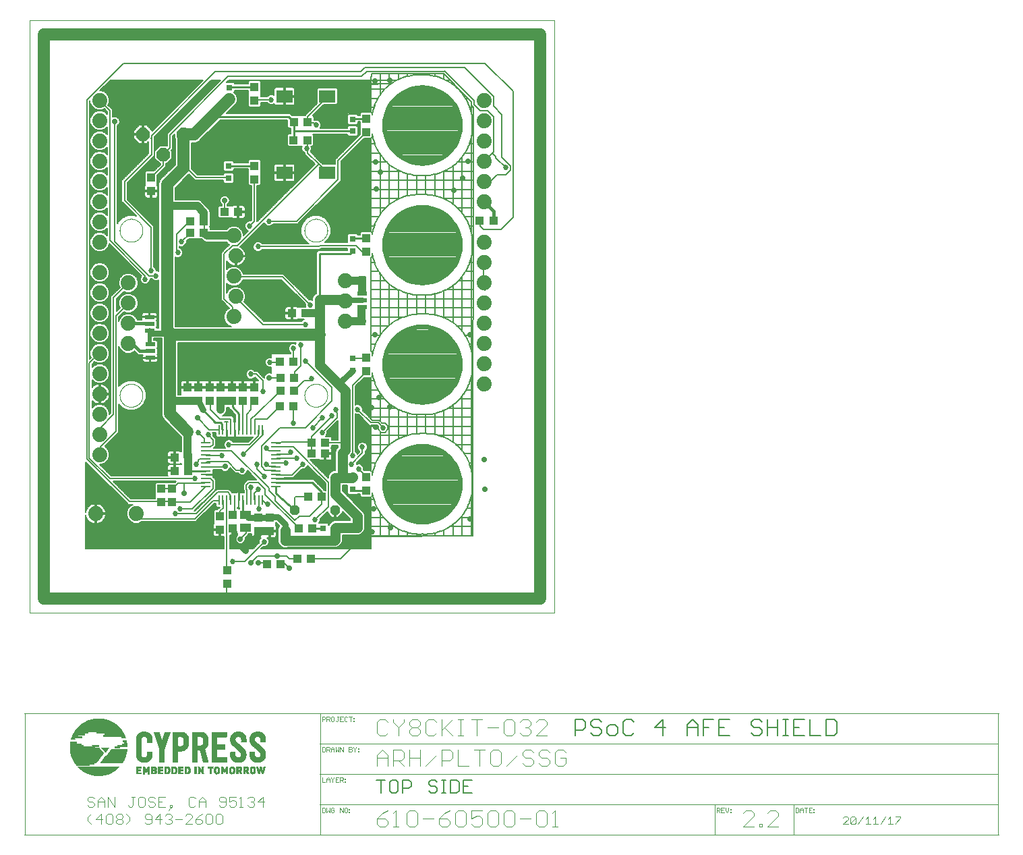
<source format=gbr>
G75*
%MOIN*%
%OFA0B0*%
%FSLAX25Y25*%
%IPPOS*%
%LPD*%
%AMOC8*
5,1,8,0,0,1.08239X$1,22.5*
%
%ADD10C,0.00000*%
%ADD11C,0.00600*%
%ADD12C,0.00098*%
%ADD13C,0.00200*%
%ADD14C,0.00300*%
%ADD15C,0.00700*%
%ADD16C,0.07400*%
%ADD17R,0.07874X0.06299*%
%ADD18R,0.05118X0.00827*%
%ADD19R,0.00827X0.05118*%
%ADD20R,0.04331X0.03937*%
%ADD21R,0.03937X0.04331*%
%ADD22OC8,0.06600*%
%ADD23R,0.03150X0.03150*%
%ADD24R,0.05709X0.03937*%
%ADD25OC8,0.04800*%
%ADD26R,0.05000X0.02000*%
%ADD27C,0.02800*%
%ADD28C,0.02400*%
%ADD29C,0.06300*%
%ADD30C,0.02700*%
%ADD31C,0.01000*%
%ADD32C,0.02778*%
%ADD33C,0.03000*%
%ADD34C,0.04000*%
%ADD35C,0.06000*%
%ADD36C,0.00800*%
%ADD37C,0.05000*%
%ADD38C,0.02500*%
%ADD39C,0.02000*%
%ADD40C,0.01500*%
D10*
X1426731Y0728034D02*
X1426731Y1020634D01*
X1685831Y1020634D01*
X1685831Y0728034D01*
X1426731Y0728034D01*
X1471134Y0835425D02*
X1471136Y0835575D01*
X1471142Y0835725D01*
X1471152Y0835875D01*
X1471166Y0836025D01*
X1471184Y0836174D01*
X1471206Y0836323D01*
X1471231Y0836471D01*
X1471261Y0836618D01*
X1471295Y0836765D01*
X1471332Y0836910D01*
X1471373Y0837055D01*
X1471418Y0837198D01*
X1471467Y0837340D01*
X1471520Y0837481D01*
X1471576Y0837620D01*
X1471636Y0837758D01*
X1471700Y0837894D01*
X1471767Y0838029D01*
X1471838Y0838161D01*
X1471912Y0838292D01*
X1471990Y0838421D01*
X1472071Y0838547D01*
X1472156Y0838671D01*
X1472243Y0838794D01*
X1472334Y0838913D01*
X1472428Y0839030D01*
X1472525Y0839145D01*
X1472625Y0839257D01*
X1472729Y0839367D01*
X1472834Y0839473D01*
X1472943Y0839577D01*
X1473055Y0839678D01*
X1473169Y0839776D01*
X1473285Y0839871D01*
X1473404Y0839962D01*
X1473526Y0840051D01*
X1473650Y0840136D01*
X1473776Y0840218D01*
X1473904Y0840296D01*
X1474034Y0840372D01*
X1474166Y0840443D01*
X1474300Y0840511D01*
X1474436Y0840576D01*
X1474573Y0840637D01*
X1474712Y0840694D01*
X1474852Y0840748D01*
X1474994Y0840798D01*
X1475137Y0840844D01*
X1475281Y0840886D01*
X1475427Y0840924D01*
X1475573Y0840959D01*
X1475720Y0840990D01*
X1475868Y0841016D01*
X1476017Y0841039D01*
X1476166Y0841058D01*
X1476315Y0841073D01*
X1476465Y0841084D01*
X1476615Y0841091D01*
X1476765Y0841094D01*
X1476916Y0841093D01*
X1477066Y0841088D01*
X1477216Y0841079D01*
X1477366Y0841066D01*
X1477515Y0841049D01*
X1477664Y0841028D01*
X1477812Y0841003D01*
X1477960Y0840975D01*
X1478106Y0840942D01*
X1478252Y0840906D01*
X1478397Y0840865D01*
X1478541Y0840821D01*
X1478683Y0840773D01*
X1478824Y0840721D01*
X1478964Y0840666D01*
X1479102Y0840607D01*
X1479238Y0840544D01*
X1479373Y0840478D01*
X1479506Y0840408D01*
X1479637Y0840334D01*
X1479767Y0840258D01*
X1479894Y0840177D01*
X1480019Y0840094D01*
X1480141Y0840007D01*
X1480262Y0839917D01*
X1480379Y0839824D01*
X1480495Y0839727D01*
X1480607Y0839628D01*
X1480718Y0839525D01*
X1480825Y0839420D01*
X1480929Y0839312D01*
X1481031Y0839202D01*
X1481130Y0839088D01*
X1481225Y0838972D01*
X1481318Y0838854D01*
X1481407Y0838733D01*
X1481493Y0838610D01*
X1481576Y0838484D01*
X1481655Y0838357D01*
X1481731Y0838227D01*
X1481804Y0838095D01*
X1481873Y0837962D01*
X1481938Y0837826D01*
X1482000Y0837690D01*
X1482058Y0837551D01*
X1482113Y0837411D01*
X1482164Y0837269D01*
X1482211Y0837127D01*
X1482254Y0836983D01*
X1482293Y0836838D01*
X1482329Y0836692D01*
X1482360Y0836545D01*
X1482388Y0836397D01*
X1482412Y0836249D01*
X1482432Y0836100D01*
X1482448Y0835950D01*
X1482460Y0835800D01*
X1482468Y0835650D01*
X1482472Y0835500D01*
X1482472Y0835350D01*
X1482468Y0835200D01*
X1482460Y0835050D01*
X1482448Y0834900D01*
X1482432Y0834750D01*
X1482412Y0834601D01*
X1482388Y0834453D01*
X1482360Y0834305D01*
X1482329Y0834158D01*
X1482293Y0834012D01*
X1482254Y0833867D01*
X1482211Y0833723D01*
X1482164Y0833581D01*
X1482113Y0833439D01*
X1482058Y0833299D01*
X1482000Y0833160D01*
X1481938Y0833024D01*
X1481873Y0832888D01*
X1481804Y0832755D01*
X1481731Y0832623D01*
X1481655Y0832493D01*
X1481576Y0832366D01*
X1481493Y0832240D01*
X1481407Y0832117D01*
X1481318Y0831996D01*
X1481225Y0831878D01*
X1481130Y0831762D01*
X1481031Y0831648D01*
X1480929Y0831538D01*
X1480825Y0831430D01*
X1480718Y0831325D01*
X1480607Y0831222D01*
X1480495Y0831123D01*
X1480379Y0831026D01*
X1480262Y0830933D01*
X1480141Y0830843D01*
X1480019Y0830756D01*
X1479894Y0830673D01*
X1479767Y0830592D01*
X1479638Y0830516D01*
X1479506Y0830442D01*
X1479373Y0830372D01*
X1479238Y0830306D01*
X1479102Y0830243D01*
X1478964Y0830184D01*
X1478824Y0830129D01*
X1478683Y0830077D01*
X1478541Y0830029D01*
X1478397Y0829985D01*
X1478252Y0829944D01*
X1478106Y0829908D01*
X1477960Y0829875D01*
X1477812Y0829847D01*
X1477664Y0829822D01*
X1477515Y0829801D01*
X1477366Y0829784D01*
X1477216Y0829771D01*
X1477066Y0829762D01*
X1476916Y0829757D01*
X1476765Y0829756D01*
X1476615Y0829759D01*
X1476465Y0829766D01*
X1476315Y0829777D01*
X1476166Y0829792D01*
X1476017Y0829811D01*
X1475868Y0829834D01*
X1475720Y0829860D01*
X1475573Y0829891D01*
X1475427Y0829926D01*
X1475281Y0829964D01*
X1475137Y0830006D01*
X1474994Y0830052D01*
X1474852Y0830102D01*
X1474712Y0830156D01*
X1474573Y0830213D01*
X1474436Y0830274D01*
X1474300Y0830339D01*
X1474166Y0830407D01*
X1474034Y0830478D01*
X1473904Y0830554D01*
X1473776Y0830632D01*
X1473650Y0830714D01*
X1473526Y0830799D01*
X1473404Y0830888D01*
X1473285Y0830979D01*
X1473169Y0831074D01*
X1473055Y0831172D01*
X1472943Y0831273D01*
X1472834Y0831377D01*
X1472729Y0831483D01*
X1472625Y0831593D01*
X1472525Y0831705D01*
X1472428Y0831820D01*
X1472334Y0831937D01*
X1472243Y0832056D01*
X1472156Y0832179D01*
X1472071Y0832303D01*
X1471990Y0832429D01*
X1471912Y0832558D01*
X1471838Y0832689D01*
X1471767Y0832821D01*
X1471700Y0832956D01*
X1471636Y0833092D01*
X1471576Y0833230D01*
X1471520Y0833369D01*
X1471467Y0833510D01*
X1471418Y0833652D01*
X1471373Y0833795D01*
X1471332Y0833940D01*
X1471295Y0834085D01*
X1471261Y0834232D01*
X1471231Y0834379D01*
X1471206Y0834527D01*
X1471184Y0834676D01*
X1471166Y0834825D01*
X1471152Y0834975D01*
X1471142Y0835125D01*
X1471136Y0835275D01*
X1471134Y0835425D01*
X1562473Y0835425D02*
X1562475Y0835575D01*
X1562481Y0835725D01*
X1562491Y0835875D01*
X1562505Y0836025D01*
X1562523Y0836174D01*
X1562545Y0836323D01*
X1562570Y0836471D01*
X1562600Y0836618D01*
X1562634Y0836765D01*
X1562671Y0836910D01*
X1562712Y0837055D01*
X1562757Y0837198D01*
X1562806Y0837340D01*
X1562859Y0837481D01*
X1562915Y0837620D01*
X1562975Y0837758D01*
X1563039Y0837894D01*
X1563106Y0838029D01*
X1563177Y0838161D01*
X1563251Y0838292D01*
X1563329Y0838421D01*
X1563410Y0838547D01*
X1563495Y0838671D01*
X1563582Y0838794D01*
X1563673Y0838913D01*
X1563767Y0839030D01*
X1563864Y0839145D01*
X1563964Y0839257D01*
X1564068Y0839367D01*
X1564173Y0839473D01*
X1564282Y0839577D01*
X1564394Y0839678D01*
X1564508Y0839776D01*
X1564624Y0839871D01*
X1564743Y0839962D01*
X1564865Y0840051D01*
X1564989Y0840136D01*
X1565115Y0840218D01*
X1565243Y0840296D01*
X1565373Y0840372D01*
X1565505Y0840443D01*
X1565639Y0840511D01*
X1565775Y0840576D01*
X1565912Y0840637D01*
X1566051Y0840694D01*
X1566191Y0840748D01*
X1566333Y0840798D01*
X1566476Y0840844D01*
X1566620Y0840886D01*
X1566766Y0840924D01*
X1566912Y0840959D01*
X1567059Y0840990D01*
X1567207Y0841016D01*
X1567356Y0841039D01*
X1567505Y0841058D01*
X1567654Y0841073D01*
X1567804Y0841084D01*
X1567954Y0841091D01*
X1568104Y0841094D01*
X1568255Y0841093D01*
X1568405Y0841088D01*
X1568555Y0841079D01*
X1568705Y0841066D01*
X1568854Y0841049D01*
X1569003Y0841028D01*
X1569151Y0841003D01*
X1569299Y0840975D01*
X1569445Y0840942D01*
X1569591Y0840906D01*
X1569736Y0840865D01*
X1569880Y0840821D01*
X1570022Y0840773D01*
X1570163Y0840721D01*
X1570303Y0840666D01*
X1570441Y0840607D01*
X1570577Y0840544D01*
X1570712Y0840478D01*
X1570845Y0840408D01*
X1570976Y0840334D01*
X1571106Y0840258D01*
X1571233Y0840177D01*
X1571358Y0840094D01*
X1571480Y0840007D01*
X1571601Y0839917D01*
X1571718Y0839824D01*
X1571834Y0839727D01*
X1571946Y0839628D01*
X1572057Y0839525D01*
X1572164Y0839420D01*
X1572268Y0839312D01*
X1572370Y0839202D01*
X1572469Y0839088D01*
X1572564Y0838972D01*
X1572657Y0838854D01*
X1572746Y0838733D01*
X1572832Y0838610D01*
X1572915Y0838484D01*
X1572994Y0838357D01*
X1573070Y0838227D01*
X1573143Y0838095D01*
X1573212Y0837962D01*
X1573277Y0837826D01*
X1573339Y0837690D01*
X1573397Y0837551D01*
X1573452Y0837411D01*
X1573503Y0837269D01*
X1573550Y0837127D01*
X1573593Y0836983D01*
X1573632Y0836838D01*
X1573668Y0836692D01*
X1573699Y0836545D01*
X1573727Y0836397D01*
X1573751Y0836249D01*
X1573771Y0836100D01*
X1573787Y0835950D01*
X1573799Y0835800D01*
X1573807Y0835650D01*
X1573811Y0835500D01*
X1573811Y0835350D01*
X1573807Y0835200D01*
X1573799Y0835050D01*
X1573787Y0834900D01*
X1573771Y0834750D01*
X1573751Y0834601D01*
X1573727Y0834453D01*
X1573699Y0834305D01*
X1573668Y0834158D01*
X1573632Y0834012D01*
X1573593Y0833867D01*
X1573550Y0833723D01*
X1573503Y0833581D01*
X1573452Y0833439D01*
X1573397Y0833299D01*
X1573339Y0833160D01*
X1573277Y0833024D01*
X1573212Y0832888D01*
X1573143Y0832755D01*
X1573070Y0832623D01*
X1572994Y0832493D01*
X1572915Y0832366D01*
X1572832Y0832240D01*
X1572746Y0832117D01*
X1572657Y0831996D01*
X1572564Y0831878D01*
X1572469Y0831762D01*
X1572370Y0831648D01*
X1572268Y0831538D01*
X1572164Y0831430D01*
X1572057Y0831325D01*
X1571946Y0831222D01*
X1571834Y0831123D01*
X1571718Y0831026D01*
X1571601Y0830933D01*
X1571480Y0830843D01*
X1571358Y0830756D01*
X1571233Y0830673D01*
X1571106Y0830592D01*
X1570977Y0830516D01*
X1570845Y0830442D01*
X1570712Y0830372D01*
X1570577Y0830306D01*
X1570441Y0830243D01*
X1570303Y0830184D01*
X1570163Y0830129D01*
X1570022Y0830077D01*
X1569880Y0830029D01*
X1569736Y0829985D01*
X1569591Y0829944D01*
X1569445Y0829908D01*
X1569299Y0829875D01*
X1569151Y0829847D01*
X1569003Y0829822D01*
X1568854Y0829801D01*
X1568705Y0829784D01*
X1568555Y0829771D01*
X1568405Y0829762D01*
X1568255Y0829757D01*
X1568104Y0829756D01*
X1567954Y0829759D01*
X1567804Y0829766D01*
X1567654Y0829777D01*
X1567505Y0829792D01*
X1567356Y0829811D01*
X1567207Y0829834D01*
X1567059Y0829860D01*
X1566912Y0829891D01*
X1566766Y0829926D01*
X1566620Y0829964D01*
X1566476Y0830006D01*
X1566333Y0830052D01*
X1566191Y0830102D01*
X1566051Y0830156D01*
X1565912Y0830213D01*
X1565775Y0830274D01*
X1565639Y0830339D01*
X1565505Y0830407D01*
X1565373Y0830478D01*
X1565243Y0830554D01*
X1565115Y0830632D01*
X1564989Y0830714D01*
X1564865Y0830799D01*
X1564743Y0830888D01*
X1564624Y0830979D01*
X1564508Y0831074D01*
X1564394Y0831172D01*
X1564282Y0831273D01*
X1564173Y0831377D01*
X1564068Y0831483D01*
X1563964Y0831593D01*
X1563864Y0831705D01*
X1563767Y0831820D01*
X1563673Y0831937D01*
X1563582Y0832056D01*
X1563495Y0832179D01*
X1563410Y0832303D01*
X1563329Y0832429D01*
X1563251Y0832558D01*
X1563177Y0832689D01*
X1563106Y0832821D01*
X1563039Y0832956D01*
X1562975Y0833092D01*
X1562915Y0833230D01*
X1562859Y0833369D01*
X1562806Y0833510D01*
X1562757Y0833652D01*
X1562712Y0833795D01*
X1562671Y0833940D01*
X1562634Y0834085D01*
X1562600Y0834232D01*
X1562570Y0834379D01*
X1562545Y0834527D01*
X1562523Y0834676D01*
X1562505Y0834825D01*
X1562491Y0834975D01*
X1562481Y0835125D01*
X1562475Y0835275D01*
X1562473Y0835425D01*
X1562473Y0916921D02*
X1562475Y0917071D01*
X1562481Y0917221D01*
X1562491Y0917371D01*
X1562505Y0917521D01*
X1562523Y0917670D01*
X1562545Y0917819D01*
X1562570Y0917967D01*
X1562600Y0918114D01*
X1562634Y0918261D01*
X1562671Y0918406D01*
X1562712Y0918551D01*
X1562757Y0918694D01*
X1562806Y0918836D01*
X1562859Y0918977D01*
X1562915Y0919116D01*
X1562975Y0919254D01*
X1563039Y0919390D01*
X1563106Y0919525D01*
X1563177Y0919657D01*
X1563251Y0919788D01*
X1563329Y0919917D01*
X1563410Y0920043D01*
X1563495Y0920167D01*
X1563582Y0920290D01*
X1563673Y0920409D01*
X1563767Y0920526D01*
X1563864Y0920641D01*
X1563964Y0920753D01*
X1564068Y0920863D01*
X1564173Y0920969D01*
X1564282Y0921073D01*
X1564394Y0921174D01*
X1564508Y0921272D01*
X1564624Y0921367D01*
X1564743Y0921458D01*
X1564865Y0921547D01*
X1564989Y0921632D01*
X1565115Y0921714D01*
X1565243Y0921792D01*
X1565373Y0921868D01*
X1565505Y0921939D01*
X1565639Y0922007D01*
X1565775Y0922072D01*
X1565912Y0922133D01*
X1566051Y0922190D01*
X1566191Y0922244D01*
X1566333Y0922294D01*
X1566476Y0922340D01*
X1566620Y0922382D01*
X1566766Y0922420D01*
X1566912Y0922455D01*
X1567059Y0922486D01*
X1567207Y0922512D01*
X1567356Y0922535D01*
X1567505Y0922554D01*
X1567654Y0922569D01*
X1567804Y0922580D01*
X1567954Y0922587D01*
X1568104Y0922590D01*
X1568255Y0922589D01*
X1568405Y0922584D01*
X1568555Y0922575D01*
X1568705Y0922562D01*
X1568854Y0922545D01*
X1569003Y0922524D01*
X1569151Y0922499D01*
X1569299Y0922471D01*
X1569445Y0922438D01*
X1569591Y0922402D01*
X1569736Y0922361D01*
X1569880Y0922317D01*
X1570022Y0922269D01*
X1570163Y0922217D01*
X1570303Y0922162D01*
X1570441Y0922103D01*
X1570577Y0922040D01*
X1570712Y0921974D01*
X1570845Y0921904D01*
X1570976Y0921830D01*
X1571106Y0921754D01*
X1571233Y0921673D01*
X1571358Y0921590D01*
X1571480Y0921503D01*
X1571601Y0921413D01*
X1571718Y0921320D01*
X1571834Y0921223D01*
X1571946Y0921124D01*
X1572057Y0921021D01*
X1572164Y0920916D01*
X1572268Y0920808D01*
X1572370Y0920698D01*
X1572469Y0920584D01*
X1572564Y0920468D01*
X1572657Y0920350D01*
X1572746Y0920229D01*
X1572832Y0920106D01*
X1572915Y0919980D01*
X1572994Y0919853D01*
X1573070Y0919723D01*
X1573143Y0919591D01*
X1573212Y0919458D01*
X1573277Y0919322D01*
X1573339Y0919186D01*
X1573397Y0919047D01*
X1573452Y0918907D01*
X1573503Y0918765D01*
X1573550Y0918623D01*
X1573593Y0918479D01*
X1573632Y0918334D01*
X1573668Y0918188D01*
X1573699Y0918041D01*
X1573727Y0917893D01*
X1573751Y0917745D01*
X1573771Y0917596D01*
X1573787Y0917446D01*
X1573799Y0917296D01*
X1573807Y0917146D01*
X1573811Y0916996D01*
X1573811Y0916846D01*
X1573807Y0916696D01*
X1573799Y0916546D01*
X1573787Y0916396D01*
X1573771Y0916246D01*
X1573751Y0916097D01*
X1573727Y0915949D01*
X1573699Y0915801D01*
X1573668Y0915654D01*
X1573632Y0915508D01*
X1573593Y0915363D01*
X1573550Y0915219D01*
X1573503Y0915077D01*
X1573452Y0914935D01*
X1573397Y0914795D01*
X1573339Y0914656D01*
X1573277Y0914520D01*
X1573212Y0914384D01*
X1573143Y0914251D01*
X1573070Y0914119D01*
X1572994Y0913989D01*
X1572915Y0913862D01*
X1572832Y0913736D01*
X1572746Y0913613D01*
X1572657Y0913492D01*
X1572564Y0913374D01*
X1572469Y0913258D01*
X1572370Y0913144D01*
X1572268Y0913034D01*
X1572164Y0912926D01*
X1572057Y0912821D01*
X1571946Y0912718D01*
X1571834Y0912619D01*
X1571718Y0912522D01*
X1571601Y0912429D01*
X1571480Y0912339D01*
X1571358Y0912252D01*
X1571233Y0912169D01*
X1571106Y0912088D01*
X1570977Y0912012D01*
X1570845Y0911938D01*
X1570712Y0911868D01*
X1570577Y0911802D01*
X1570441Y0911739D01*
X1570303Y0911680D01*
X1570163Y0911625D01*
X1570022Y0911573D01*
X1569880Y0911525D01*
X1569736Y0911481D01*
X1569591Y0911440D01*
X1569445Y0911404D01*
X1569299Y0911371D01*
X1569151Y0911343D01*
X1569003Y0911318D01*
X1568854Y0911297D01*
X1568705Y0911280D01*
X1568555Y0911267D01*
X1568405Y0911258D01*
X1568255Y0911253D01*
X1568104Y0911252D01*
X1567954Y0911255D01*
X1567804Y0911262D01*
X1567654Y0911273D01*
X1567505Y0911288D01*
X1567356Y0911307D01*
X1567207Y0911330D01*
X1567059Y0911356D01*
X1566912Y0911387D01*
X1566766Y0911422D01*
X1566620Y0911460D01*
X1566476Y0911502D01*
X1566333Y0911548D01*
X1566191Y0911598D01*
X1566051Y0911652D01*
X1565912Y0911709D01*
X1565775Y0911770D01*
X1565639Y0911835D01*
X1565505Y0911903D01*
X1565373Y0911974D01*
X1565243Y0912050D01*
X1565115Y0912128D01*
X1564989Y0912210D01*
X1564865Y0912295D01*
X1564743Y0912384D01*
X1564624Y0912475D01*
X1564508Y0912570D01*
X1564394Y0912668D01*
X1564282Y0912769D01*
X1564173Y0912873D01*
X1564068Y0912979D01*
X1563964Y0913089D01*
X1563864Y0913201D01*
X1563767Y0913316D01*
X1563673Y0913433D01*
X1563582Y0913552D01*
X1563495Y0913675D01*
X1563410Y0913799D01*
X1563329Y0913925D01*
X1563251Y0914054D01*
X1563177Y0914185D01*
X1563106Y0914317D01*
X1563039Y0914452D01*
X1562975Y0914588D01*
X1562915Y0914726D01*
X1562859Y0914865D01*
X1562806Y0915006D01*
X1562757Y0915148D01*
X1562712Y0915291D01*
X1562671Y0915436D01*
X1562634Y0915581D01*
X1562600Y0915728D01*
X1562570Y0915875D01*
X1562545Y0916023D01*
X1562523Y0916172D01*
X1562505Y0916321D01*
X1562491Y0916471D01*
X1562481Y0916621D01*
X1562475Y0916771D01*
X1562473Y0916921D01*
X1471134Y0916921D02*
X1471136Y0917071D01*
X1471142Y0917221D01*
X1471152Y0917371D01*
X1471166Y0917521D01*
X1471184Y0917670D01*
X1471206Y0917819D01*
X1471231Y0917967D01*
X1471261Y0918114D01*
X1471295Y0918261D01*
X1471332Y0918406D01*
X1471373Y0918551D01*
X1471418Y0918694D01*
X1471467Y0918836D01*
X1471520Y0918977D01*
X1471576Y0919116D01*
X1471636Y0919254D01*
X1471700Y0919390D01*
X1471767Y0919525D01*
X1471838Y0919657D01*
X1471912Y0919788D01*
X1471990Y0919917D01*
X1472071Y0920043D01*
X1472156Y0920167D01*
X1472243Y0920290D01*
X1472334Y0920409D01*
X1472428Y0920526D01*
X1472525Y0920641D01*
X1472625Y0920753D01*
X1472729Y0920863D01*
X1472834Y0920969D01*
X1472943Y0921073D01*
X1473055Y0921174D01*
X1473169Y0921272D01*
X1473285Y0921367D01*
X1473404Y0921458D01*
X1473526Y0921547D01*
X1473650Y0921632D01*
X1473776Y0921714D01*
X1473904Y0921792D01*
X1474034Y0921868D01*
X1474166Y0921939D01*
X1474300Y0922007D01*
X1474436Y0922072D01*
X1474573Y0922133D01*
X1474712Y0922190D01*
X1474852Y0922244D01*
X1474994Y0922294D01*
X1475137Y0922340D01*
X1475281Y0922382D01*
X1475427Y0922420D01*
X1475573Y0922455D01*
X1475720Y0922486D01*
X1475868Y0922512D01*
X1476017Y0922535D01*
X1476166Y0922554D01*
X1476315Y0922569D01*
X1476465Y0922580D01*
X1476615Y0922587D01*
X1476765Y0922590D01*
X1476916Y0922589D01*
X1477066Y0922584D01*
X1477216Y0922575D01*
X1477366Y0922562D01*
X1477515Y0922545D01*
X1477664Y0922524D01*
X1477812Y0922499D01*
X1477960Y0922471D01*
X1478106Y0922438D01*
X1478252Y0922402D01*
X1478397Y0922361D01*
X1478541Y0922317D01*
X1478683Y0922269D01*
X1478824Y0922217D01*
X1478964Y0922162D01*
X1479102Y0922103D01*
X1479238Y0922040D01*
X1479373Y0921974D01*
X1479506Y0921904D01*
X1479637Y0921830D01*
X1479767Y0921754D01*
X1479894Y0921673D01*
X1480019Y0921590D01*
X1480141Y0921503D01*
X1480262Y0921413D01*
X1480379Y0921320D01*
X1480495Y0921223D01*
X1480607Y0921124D01*
X1480718Y0921021D01*
X1480825Y0920916D01*
X1480929Y0920808D01*
X1481031Y0920698D01*
X1481130Y0920584D01*
X1481225Y0920468D01*
X1481318Y0920350D01*
X1481407Y0920229D01*
X1481493Y0920106D01*
X1481576Y0919980D01*
X1481655Y0919853D01*
X1481731Y0919723D01*
X1481804Y0919591D01*
X1481873Y0919458D01*
X1481938Y0919322D01*
X1482000Y0919186D01*
X1482058Y0919047D01*
X1482113Y0918907D01*
X1482164Y0918765D01*
X1482211Y0918623D01*
X1482254Y0918479D01*
X1482293Y0918334D01*
X1482329Y0918188D01*
X1482360Y0918041D01*
X1482388Y0917893D01*
X1482412Y0917745D01*
X1482432Y0917596D01*
X1482448Y0917446D01*
X1482460Y0917296D01*
X1482468Y0917146D01*
X1482472Y0916996D01*
X1482472Y0916846D01*
X1482468Y0916696D01*
X1482460Y0916546D01*
X1482448Y0916396D01*
X1482432Y0916246D01*
X1482412Y0916097D01*
X1482388Y0915949D01*
X1482360Y0915801D01*
X1482329Y0915654D01*
X1482293Y0915508D01*
X1482254Y0915363D01*
X1482211Y0915219D01*
X1482164Y0915077D01*
X1482113Y0914935D01*
X1482058Y0914795D01*
X1482000Y0914656D01*
X1481938Y0914520D01*
X1481873Y0914384D01*
X1481804Y0914251D01*
X1481731Y0914119D01*
X1481655Y0913989D01*
X1481576Y0913862D01*
X1481493Y0913736D01*
X1481407Y0913613D01*
X1481318Y0913492D01*
X1481225Y0913374D01*
X1481130Y0913258D01*
X1481031Y0913144D01*
X1480929Y0913034D01*
X1480825Y0912926D01*
X1480718Y0912821D01*
X1480607Y0912718D01*
X1480495Y0912619D01*
X1480379Y0912522D01*
X1480262Y0912429D01*
X1480141Y0912339D01*
X1480019Y0912252D01*
X1479894Y0912169D01*
X1479767Y0912088D01*
X1479638Y0912012D01*
X1479506Y0911938D01*
X1479373Y0911868D01*
X1479238Y0911802D01*
X1479102Y0911739D01*
X1478964Y0911680D01*
X1478824Y0911625D01*
X1478683Y0911573D01*
X1478541Y0911525D01*
X1478397Y0911481D01*
X1478252Y0911440D01*
X1478106Y0911404D01*
X1477960Y0911371D01*
X1477812Y0911343D01*
X1477664Y0911318D01*
X1477515Y0911297D01*
X1477366Y0911280D01*
X1477216Y0911267D01*
X1477066Y0911258D01*
X1476916Y0911253D01*
X1476765Y0911252D01*
X1476615Y0911255D01*
X1476465Y0911262D01*
X1476315Y0911273D01*
X1476166Y0911288D01*
X1476017Y0911307D01*
X1475868Y0911330D01*
X1475720Y0911356D01*
X1475573Y0911387D01*
X1475427Y0911422D01*
X1475281Y0911460D01*
X1475137Y0911502D01*
X1474994Y0911548D01*
X1474852Y0911598D01*
X1474712Y0911652D01*
X1474573Y0911709D01*
X1474436Y0911770D01*
X1474300Y0911835D01*
X1474166Y0911903D01*
X1474034Y0911974D01*
X1473904Y0912050D01*
X1473776Y0912128D01*
X1473650Y0912210D01*
X1473526Y0912295D01*
X1473404Y0912384D01*
X1473285Y0912475D01*
X1473169Y0912570D01*
X1473055Y0912668D01*
X1472943Y0912769D01*
X1472834Y0912873D01*
X1472729Y0912979D01*
X1472625Y0913089D01*
X1472525Y0913201D01*
X1472428Y0913316D01*
X1472334Y0913433D01*
X1472243Y0913552D01*
X1472156Y0913675D01*
X1472071Y0913799D01*
X1471990Y0913925D01*
X1471912Y0914054D01*
X1471838Y0914185D01*
X1471767Y0914317D01*
X1471700Y0914452D01*
X1471636Y0914588D01*
X1471576Y0914726D01*
X1471520Y0914865D01*
X1471467Y0915006D01*
X1471418Y0915148D01*
X1471373Y0915291D01*
X1471332Y0915436D01*
X1471295Y0915581D01*
X1471261Y0915728D01*
X1471231Y0915875D01*
X1471206Y0916023D01*
X1471184Y0916172D01*
X1471166Y0916321D01*
X1471152Y0916471D01*
X1471142Y0916621D01*
X1471136Y0916771D01*
X1471134Y0916921D01*
D11*
X1470131Y0920331D02*
X1470131Y0968620D01*
X1470141Y0968624D01*
X1470841Y0969324D01*
X1471220Y0970239D01*
X1471220Y0971229D01*
X1470841Y0972144D01*
X1470141Y0972844D01*
X1469226Y0973223D01*
X1468236Y0973223D01*
X1467731Y0973014D01*
X1467731Y0976635D01*
X1466911Y0977455D01*
X1465466Y0978899D01*
X1466013Y0980218D01*
X1466013Y0982128D01*
X1465282Y0983892D01*
X1463932Y0985242D01*
X1462168Y0985973D01*
X1461350Y0985973D01*
X1466511Y0991134D01*
X1512241Y0991134D01*
X1487269Y0966162D01*
X1487269Y0966228D01*
X1484575Y0968923D01*
X1482969Y0968923D01*
X1482969Y0964623D01*
X1482369Y0964623D01*
X1482369Y0964023D01*
X1478069Y0964023D01*
X1478069Y0962417D01*
X1480764Y0959723D01*
X1482369Y0959723D01*
X1482369Y0964023D01*
X1482969Y0964023D01*
X1482969Y0959723D01*
X1484575Y0959723D01*
X1485469Y0960617D01*
X1485469Y0954994D01*
X1472111Y0941636D01*
X1472111Y0931074D01*
X1472931Y0930254D01*
X1479152Y0924033D01*
X1478289Y0924390D01*
X1475318Y0924390D01*
X1472572Y0923253D01*
X1470471Y0921152D01*
X1470131Y0920331D01*
X1470131Y0920550D02*
X1470222Y0920550D01*
X1470131Y0921148D02*
X1470470Y0921148D01*
X1470131Y0921747D02*
X1471066Y0921747D01*
X1471664Y0922345D02*
X1470131Y0922345D01*
X1470131Y0922944D02*
X1472263Y0922944D01*
X1473270Y0923542D02*
X1470131Y0923542D01*
X1470131Y0924141D02*
X1474715Y0924141D01*
X1476650Y0926535D02*
X1470131Y0926535D01*
X1470131Y0927133D02*
X1476051Y0927133D01*
X1475453Y0927732D02*
X1470131Y0927732D01*
X1470131Y0928330D02*
X1474854Y0928330D01*
X1474256Y0928929D02*
X1470131Y0928929D01*
X1470131Y0929527D02*
X1473657Y0929527D01*
X1473059Y0930126D02*
X1470131Y0930126D01*
X1470131Y0930724D02*
X1472460Y0930724D01*
X1472111Y0931323D02*
X1470131Y0931323D01*
X1470131Y0931921D02*
X1472111Y0931921D01*
X1472111Y0932520D02*
X1470131Y0932520D01*
X1470131Y0933118D02*
X1472111Y0933118D01*
X1472111Y0933717D02*
X1470131Y0933717D01*
X1470131Y0934315D02*
X1472111Y0934315D01*
X1472111Y0934914D02*
X1470131Y0934914D01*
X1470131Y0935512D02*
X1472111Y0935512D01*
X1472111Y0936111D02*
X1470131Y0936111D01*
X1470131Y0936709D02*
X1472111Y0936709D01*
X1472111Y0937308D02*
X1470131Y0937308D01*
X1470131Y0937906D02*
X1472111Y0937906D01*
X1472111Y0938505D02*
X1470131Y0938505D01*
X1470131Y0939103D02*
X1472111Y0939103D01*
X1472111Y0939702D02*
X1470131Y0939702D01*
X1470131Y0940300D02*
X1472111Y0940300D01*
X1472111Y0940899D02*
X1470131Y0940899D01*
X1470131Y0941498D02*
X1472111Y0941498D01*
X1472571Y0942096D02*
X1470131Y0942096D01*
X1470131Y0942695D02*
X1473170Y0942695D01*
X1473768Y0943293D02*
X1470131Y0943293D01*
X1470131Y0943892D02*
X1474367Y0943892D01*
X1474965Y0944490D02*
X1470131Y0944490D01*
X1470131Y0945089D02*
X1475564Y0945089D01*
X1476162Y0945687D02*
X1470131Y0945687D01*
X1470131Y0946286D02*
X1476761Y0946286D01*
X1477359Y0946884D02*
X1470131Y0946884D01*
X1470131Y0947483D02*
X1477958Y0947483D01*
X1478556Y0948081D02*
X1470131Y0948081D01*
X1470131Y0948680D02*
X1479155Y0948680D01*
X1479753Y0949278D02*
X1470131Y0949278D01*
X1470131Y0949877D02*
X1480352Y0949877D01*
X1480950Y0950475D02*
X1470131Y0950475D01*
X1470131Y0951074D02*
X1481549Y0951074D01*
X1482147Y0951672D02*
X1470131Y0951672D01*
X1470131Y0952271D02*
X1482746Y0952271D01*
X1483345Y0952869D02*
X1470131Y0952869D01*
X1470131Y0953468D02*
X1483943Y0953468D01*
X1484542Y0954066D02*
X1470131Y0954066D01*
X1470131Y0954665D02*
X1485140Y0954665D01*
X1485469Y0955263D02*
X1470131Y0955263D01*
X1470131Y0955862D02*
X1485469Y0955862D01*
X1485469Y0956460D02*
X1470131Y0956460D01*
X1470131Y0957059D02*
X1485469Y0957059D01*
X1485469Y0957657D02*
X1470131Y0957657D01*
X1470131Y0958256D02*
X1485469Y0958256D01*
X1485469Y0958854D02*
X1470131Y0958854D01*
X1470131Y0959453D02*
X1485469Y0959453D01*
X1485469Y0960051D02*
X1484904Y0960051D01*
X1482969Y0960051D02*
X1482369Y0960051D01*
X1482369Y0960650D02*
X1482969Y0960650D01*
X1482969Y0961248D02*
X1482369Y0961248D01*
X1482369Y0961847D02*
X1482969Y0961847D01*
X1482969Y0962445D02*
X1482369Y0962445D01*
X1482369Y0963044D02*
X1482969Y0963044D01*
X1482969Y0963642D02*
X1482369Y0963642D01*
X1482369Y0964241D02*
X1470131Y0964241D01*
X1470131Y0964839D02*
X1478069Y0964839D01*
X1478069Y0964623D02*
X1482369Y0964623D01*
X1482369Y0968923D01*
X1480764Y0968923D01*
X1478069Y0966228D01*
X1478069Y0964623D01*
X1478069Y0965438D02*
X1470131Y0965438D01*
X1470131Y0966036D02*
X1478069Y0966036D01*
X1478476Y0966635D02*
X1470131Y0966635D01*
X1470131Y0967234D02*
X1479075Y0967234D01*
X1479673Y0967832D02*
X1470131Y0967832D01*
X1470131Y0968431D02*
X1480272Y0968431D01*
X1482369Y0968431D02*
X1482969Y0968431D01*
X1482969Y0967832D02*
X1482369Y0967832D01*
X1482369Y0967234D02*
X1482969Y0967234D01*
X1482969Y0966635D02*
X1482369Y0966635D01*
X1482369Y0966036D02*
X1482969Y0966036D01*
X1482969Y0965438D02*
X1482369Y0965438D01*
X1482369Y0964839D02*
X1482969Y0964839D01*
X1485666Y0967832D02*
X1488939Y0967832D01*
X1488341Y0967234D02*
X1486264Y0967234D01*
X1486863Y0966635D02*
X1487742Y0966635D01*
X1489538Y0968431D02*
X1485067Y0968431D01*
X1486869Y0963782D02*
X1518411Y0995324D01*
X1590351Y0995324D01*
X1592391Y0997364D01*
X1641528Y0997364D01*
X1655813Y0983078D01*
X1655813Y0978312D01*
X1660111Y0974014D01*
X1660111Y0952936D01*
X1664181Y0948866D01*
X1664181Y0946884D01*
X1664331Y0946734D01*
X1661931Y0944334D01*
X1657731Y0944334D01*
X1654731Y0941334D01*
X1651731Y0941334D01*
X1651213Y0941173D01*
X1651213Y0951173D02*
X1651731Y0951534D01*
X1655331Y0955134D01*
X1657131Y0953334D01*
X1657131Y0952734D01*
X1661931Y0947934D01*
X1655331Y0955134D02*
X1655931Y0955734D01*
X1655931Y0973134D01*
X1652931Y0976134D01*
X1649331Y0976134D01*
X1646331Y0979134D01*
X1646331Y0980934D01*
X1631616Y0995649D01*
X1631521Y0995554D01*
X1593261Y0995554D01*
X1590701Y0992994D01*
X1524791Y0992994D01*
X1495931Y0964134D01*
X1495931Y0957584D01*
X1492669Y0954323D01*
X1492669Y0948989D01*
X1486731Y0943050D01*
X1489799Y0943293D02*
X1492392Y0943293D01*
X1491793Y0942695D02*
X1489799Y0942695D01*
X1489799Y0942096D02*
X1491195Y0942096D01*
X1491005Y0941906D02*
X1490381Y0940399D01*
X1490381Y0896668D01*
X1489618Y0896984D01*
X1489181Y0896984D01*
X1489181Y0897421D01*
X1488808Y0898322D01*
X1488131Y0898999D01*
X1488131Y0919014D01*
X1474911Y0932234D01*
X1474911Y0940476D01*
X1488269Y0953834D01*
X1488269Y0963202D01*
X1516201Y0991134D01*
X1520951Y0991134D01*
X1495351Y0965534D01*
X1494531Y0964714D01*
X1494531Y0958684D01*
X1494492Y0958723D01*
X1490847Y0958723D01*
X1488269Y0956145D01*
X1488269Y0952500D01*
X1490847Y0949923D01*
X1491269Y0949923D01*
X1491269Y0949569D01*
X1488016Y0946316D01*
X1484307Y0946316D01*
X1483662Y0945671D01*
X1483662Y0941241D01*
X1483661Y0941239D01*
X1483661Y0939215D01*
X1483551Y0939024D01*
X1483462Y0938694D01*
X1483462Y0936657D01*
X1486431Y0936657D01*
X1486431Y0936057D01*
X1487031Y0936057D01*
X1487031Y0932892D01*
X1488871Y0932892D01*
X1489201Y0932980D01*
X1489498Y0933152D01*
X1489740Y0933394D01*
X1489911Y0933690D01*
X1489999Y0934021D01*
X1489999Y0936057D01*
X1487031Y0936057D01*
X1487031Y0936657D01*
X1489999Y0936657D01*
X1489999Y0938694D01*
X1489911Y0939024D01*
X1489801Y0939215D01*
X1489801Y0941239D01*
X1489799Y0941241D01*
X1489799Y0944139D01*
X1494069Y0948409D01*
X1494069Y0949923D01*
X1494492Y0949923D01*
X1497069Y0952500D01*
X1497069Y0956145D01*
X1496771Y0956444D01*
X1497331Y0957004D01*
X1497331Y0963554D01*
X1498269Y0964492D01*
X1498269Y0962500D01*
X1498569Y0962200D01*
X1498569Y0949471D01*
X1491005Y0941906D01*
X1490836Y0941498D02*
X1489799Y0941498D01*
X1489801Y0940899D02*
X1490588Y0940899D01*
X1490381Y0940300D02*
X1489801Y0940300D01*
X1489801Y0939702D02*
X1490381Y0939702D01*
X1490381Y0939103D02*
X1489865Y0939103D01*
X1489999Y0938505D02*
X1490381Y0938505D01*
X1490381Y0937906D02*
X1489999Y0937906D01*
X1489999Y0937308D02*
X1490381Y0937308D01*
X1490381Y0936709D02*
X1489999Y0936709D01*
X1490381Y0936111D02*
X1487031Y0936111D01*
X1487031Y0935512D02*
X1486431Y0935512D01*
X1486431Y0936057D02*
X1486431Y0932892D01*
X1484591Y0932892D01*
X1484261Y0932980D01*
X1483964Y0933152D01*
X1483722Y0933394D01*
X1483551Y0933690D01*
X1483462Y0934021D01*
X1483462Y0936057D01*
X1486431Y0936057D01*
X1486431Y0936111D02*
X1474911Y0936111D01*
X1474911Y0936709D02*
X1483462Y0936709D01*
X1483462Y0937308D02*
X1474911Y0937308D01*
X1474911Y0937906D02*
X1483462Y0937906D01*
X1483462Y0938505D02*
X1474911Y0938505D01*
X1474911Y0939103D02*
X1483597Y0939103D01*
X1483661Y0939702D02*
X1474911Y0939702D01*
X1474911Y0940300D02*
X1483661Y0940300D01*
X1483661Y0940899D02*
X1475334Y0940899D01*
X1475933Y0941498D02*
X1483662Y0941498D01*
X1483662Y0942096D02*
X1476531Y0942096D01*
X1477130Y0942695D02*
X1483662Y0942695D01*
X1483662Y0943293D02*
X1477728Y0943293D01*
X1478327Y0943892D02*
X1483662Y0943892D01*
X1483662Y0944490D02*
X1478925Y0944490D01*
X1479524Y0945089D02*
X1483662Y0945089D01*
X1483678Y0945687D02*
X1480122Y0945687D01*
X1480721Y0946286D02*
X1484277Y0946286D01*
X1482516Y0948081D02*
X1489782Y0948081D01*
X1489183Y0947483D02*
X1481918Y0947483D01*
X1481319Y0946884D02*
X1488585Y0946884D01*
X1490381Y0948680D02*
X1483115Y0948680D01*
X1483713Y0949278D02*
X1490979Y0949278D01*
X1491269Y0949877D02*
X1484312Y0949877D01*
X1484910Y0950475D02*
X1490294Y0950475D01*
X1489696Y0951074D02*
X1485509Y0951074D01*
X1486107Y0951672D02*
X1489097Y0951672D01*
X1488499Y0952271D02*
X1486706Y0952271D01*
X1487304Y0952869D02*
X1488269Y0952869D01*
X1488269Y0953468D02*
X1487903Y0953468D01*
X1488269Y0954066D02*
X1488269Y0954066D01*
X1488269Y0954665D02*
X1488269Y0954665D01*
X1488269Y0955263D02*
X1488269Y0955263D01*
X1488269Y0955862D02*
X1488269Y0955862D01*
X1488269Y0956460D02*
X1488585Y0956460D01*
X1488269Y0957059D02*
X1489183Y0957059D01*
X1489782Y0957657D02*
X1488269Y0957657D01*
X1488269Y0958256D02*
X1490380Y0958256D01*
X1488269Y0958854D02*
X1494531Y0958854D01*
X1494531Y0959453D02*
X1488269Y0959453D01*
X1488269Y0960051D02*
X1494531Y0960051D01*
X1494531Y0960650D02*
X1488269Y0960650D01*
X1488269Y0961248D02*
X1494531Y0961248D01*
X1494531Y0961847D02*
X1488269Y0961847D01*
X1488269Y0962445D02*
X1494531Y0962445D01*
X1494531Y0963044D02*
X1488269Y0963044D01*
X1488710Y0963642D02*
X1494531Y0963642D01*
X1494531Y0964241D02*
X1489308Y0964241D01*
X1489907Y0964839D02*
X1494657Y0964839D01*
X1495255Y0965438D02*
X1490505Y0965438D01*
X1491104Y0966036D02*
X1495854Y0966036D01*
X1496452Y0966635D02*
X1491702Y0966635D01*
X1492301Y0967234D02*
X1497051Y0967234D01*
X1497649Y0967832D02*
X1492899Y0967832D01*
X1493498Y0968431D02*
X1498248Y0968431D01*
X1498846Y0969029D02*
X1494096Y0969029D01*
X1494695Y0969628D02*
X1499445Y0969628D01*
X1500043Y0970226D02*
X1495293Y0970226D01*
X1495892Y0970825D02*
X1500642Y0970825D01*
X1501240Y0971423D02*
X1496490Y0971423D01*
X1497089Y0972022D02*
X1501839Y0972022D01*
X1502437Y0972620D02*
X1497687Y0972620D01*
X1498286Y0973219D02*
X1503036Y0973219D01*
X1503634Y0973817D02*
X1498884Y0973817D01*
X1499483Y0974416D02*
X1504233Y0974416D01*
X1504831Y0975014D02*
X1500081Y0975014D01*
X1500680Y0975613D02*
X1505430Y0975613D01*
X1506028Y0976211D02*
X1501278Y0976211D01*
X1501877Y0976810D02*
X1506627Y0976810D01*
X1507226Y0977408D02*
X1502475Y0977408D01*
X1503074Y0978007D02*
X1507824Y0978007D01*
X1508423Y0978605D02*
X1503672Y0978605D01*
X1504271Y0979204D02*
X1509021Y0979204D01*
X1509620Y0979802D02*
X1504869Y0979802D01*
X1505468Y0980401D02*
X1510218Y0980401D01*
X1510817Y0980999D02*
X1506066Y0980999D01*
X1506665Y0981598D02*
X1511415Y0981598D01*
X1512014Y0982196D02*
X1507263Y0982196D01*
X1507862Y0982795D02*
X1512612Y0982795D01*
X1513211Y0983393D02*
X1508460Y0983393D01*
X1509059Y0983992D02*
X1513809Y0983992D01*
X1514408Y0984590D02*
X1509657Y0984590D01*
X1510256Y0985189D02*
X1515006Y0985189D01*
X1515605Y0985787D02*
X1510854Y0985787D01*
X1511453Y0986386D02*
X1516203Y0986386D01*
X1516802Y0986984D02*
X1512051Y0986984D01*
X1512650Y0987583D02*
X1517400Y0987583D01*
X1517999Y0988181D02*
X1513248Y0988181D01*
X1513847Y0988780D02*
X1518597Y0988780D01*
X1519196Y0989378D02*
X1514446Y0989378D01*
X1515044Y0989977D02*
X1519794Y0989977D01*
X1520393Y0990575D02*
X1515643Y0990575D01*
X1511683Y0990575D02*
X1465953Y0990575D01*
X1465354Y0989977D02*
X1511084Y0989977D01*
X1510486Y0989378D02*
X1464756Y0989378D01*
X1464157Y0988780D02*
X1509887Y0988780D01*
X1509289Y0988181D02*
X1463558Y0988181D01*
X1462960Y0987583D02*
X1508690Y0987583D01*
X1508092Y0986984D02*
X1462361Y0986984D01*
X1461763Y0986386D02*
X1507493Y0986386D01*
X1506895Y0985787D02*
X1462616Y0985787D01*
X1463985Y0985189D02*
X1506296Y0985189D01*
X1505698Y0984590D02*
X1464584Y0984590D01*
X1465182Y0983992D02*
X1505099Y0983992D01*
X1504501Y0983393D02*
X1465489Y0983393D01*
X1465737Y0982795D02*
X1503902Y0982795D01*
X1503304Y0982196D02*
X1465984Y0982196D01*
X1466013Y0981598D02*
X1502705Y0981598D01*
X1502107Y0980999D02*
X1466013Y0980999D01*
X1466013Y0980401D02*
X1501508Y0980401D01*
X1500910Y0979802D02*
X1465840Y0979802D01*
X1465593Y0979204D02*
X1500311Y0979204D01*
X1499713Y0978605D02*
X1465761Y0978605D01*
X1466359Y0978007D02*
X1499114Y0978007D01*
X1498516Y0977408D02*
X1466958Y0977408D01*
X1467556Y0976810D02*
X1497917Y0976810D01*
X1497318Y0976211D02*
X1467731Y0976211D01*
X1467731Y0975613D02*
X1496720Y0975613D01*
X1496121Y0975014D02*
X1467731Y0975014D01*
X1467731Y0974416D02*
X1495523Y0974416D01*
X1494924Y0973817D02*
X1467731Y0973817D01*
X1467731Y0973219D02*
X1468226Y0973219D01*
X1469236Y0973219D02*
X1494326Y0973219D01*
X1493727Y0972620D02*
X1470364Y0972620D01*
X1470891Y0972022D02*
X1493129Y0972022D01*
X1492530Y0971423D02*
X1471139Y0971423D01*
X1471220Y0970825D02*
X1491932Y0970825D01*
X1491333Y0970226D02*
X1471215Y0970226D01*
X1470967Y0969628D02*
X1490735Y0969628D01*
X1490136Y0969029D02*
X1470546Y0969029D01*
X1468731Y0970734D02*
X1468731Y0911334D01*
X1485531Y0894534D01*
X1489131Y0894534D01*
X1487182Y0893018D02*
X1486181Y0893018D01*
X1486181Y0893134D02*
X1487066Y0893134D01*
X1487743Y0892457D01*
X1488644Y0892084D01*
X1489618Y0892084D01*
X1490381Y0892400D01*
X1490381Y0868774D01*
X1489492Y0868774D01*
X1489492Y0868960D01*
X1489272Y0869180D01*
X1489492Y0869399D01*
X1489492Y0872310D01*
X1489414Y0872388D01*
X1489432Y0872406D01*
X1489603Y0872703D01*
X1489692Y0873034D01*
X1489692Y0874005D01*
X1486092Y0874005D01*
X1486092Y0874405D01*
X1485692Y0874405D01*
X1485692Y0876505D01*
X1483221Y0876505D01*
X1482890Y0876416D01*
X1482594Y0876245D01*
X1482352Y0876003D01*
X1482180Y0875706D01*
X1482092Y0875376D01*
X1482092Y0874405D01*
X1485692Y0874405D01*
X1485692Y0874005D01*
X1482092Y0874005D01*
X1482092Y0873034D01*
X1482137Y0872866D01*
X1479855Y0872866D01*
X1479495Y0873735D01*
X1478144Y0875085D01*
X1476380Y0875816D01*
X1474471Y0875816D01*
X1472706Y0875085D01*
X1471356Y0873735D01*
X1470731Y0872225D01*
X1470731Y0874154D01*
X1473284Y0876707D01*
X1474471Y0876216D01*
X1476380Y0876216D01*
X1478144Y0876946D01*
X1479495Y0878297D01*
X1480225Y0880061D01*
X1480225Y0881970D01*
X1479495Y0883735D01*
X1478144Y0885085D01*
X1476380Y0885816D01*
X1474471Y0885816D01*
X1472706Y0885085D01*
X1471356Y0883735D01*
X1470625Y0881970D01*
X1470625Y0880061D01*
X1471227Y0878609D01*
X1469531Y0876914D01*
X1469531Y0883154D01*
X1473143Y0886766D01*
X1474471Y0886216D01*
X1476380Y0886216D01*
X1478144Y0886946D01*
X1479495Y0888297D01*
X1480225Y0890061D01*
X1480225Y0891970D01*
X1479495Y0893735D01*
X1478144Y0895085D01*
X1476380Y0895816D01*
X1474471Y0895816D01*
X1472706Y0895085D01*
X1471356Y0893735D01*
X1470625Y0891970D01*
X1470625Y0890061D01*
X1471168Y0888751D01*
X1466731Y0884314D01*
X1466731Y0826714D01*
X1466013Y0825995D01*
X1466013Y0827128D01*
X1465282Y0828892D01*
X1463932Y0830242D01*
X1462168Y0830973D01*
X1460258Y0830973D01*
X1458494Y0830242D01*
X1457531Y0829279D01*
X1457531Y0832784D01*
X1457956Y0832359D01*
X1458592Y0831897D01*
X1459293Y0831539D01*
X1460042Y0831296D01*
X1460819Y0831173D01*
X1460913Y0831173D01*
X1460913Y0835873D01*
X1461513Y0835873D01*
X1461513Y0836473D01*
X1466213Y0836473D01*
X1466213Y0836567D01*
X1466090Y0837344D01*
X1465846Y0838092D01*
X1465489Y0838794D01*
X1465027Y0839430D01*
X1464470Y0839987D01*
X1463833Y0840449D01*
X1463132Y0840807D01*
X1462384Y0841050D01*
X1461606Y0841173D01*
X1461513Y0841173D01*
X1461513Y0836473D01*
X1460913Y0836473D01*
X1460913Y0841173D01*
X1460819Y0841173D01*
X1460042Y0841050D01*
X1459293Y0840807D01*
X1458592Y0840449D01*
X1457956Y0839987D01*
X1457531Y0839562D01*
X1457531Y0843067D01*
X1458494Y0842104D01*
X1460258Y0841373D01*
X1462168Y0841373D01*
X1463932Y0842104D01*
X1465282Y0843454D01*
X1466013Y0845218D01*
X1466013Y0847128D01*
X1465282Y0848892D01*
X1463932Y0850242D01*
X1462168Y0850973D01*
X1460258Y0850973D01*
X1458494Y0850242D01*
X1457531Y0849279D01*
X1457531Y0850754D01*
X1458768Y0851990D01*
X1460258Y0851373D01*
X1462168Y0851373D01*
X1463932Y0852104D01*
X1465282Y0853454D01*
X1466013Y0855218D01*
X1466013Y0857128D01*
X1465282Y0858892D01*
X1463932Y0860242D01*
X1462168Y0860973D01*
X1460258Y0860973D01*
X1458494Y0860242D01*
X1457144Y0858892D01*
X1456413Y0857128D01*
X1456413Y0855218D01*
X1456888Y0854071D01*
X1456331Y0853514D01*
X1456331Y0980954D01*
X1456413Y0981036D01*
X1456413Y0980218D01*
X1457144Y0978454D01*
X1458494Y0977104D01*
X1460258Y0976373D01*
X1462168Y0976373D01*
X1463487Y0976919D01*
X1464931Y0975475D01*
X1464931Y0974243D01*
X1463932Y0975242D01*
X1462168Y0975973D01*
X1460258Y0975973D01*
X1458494Y0975242D01*
X1457144Y0973892D01*
X1456413Y0972128D01*
X1456413Y0970218D01*
X1457144Y0968454D01*
X1458494Y0967104D01*
X1460258Y0966373D01*
X1462168Y0966373D01*
X1463932Y0967104D01*
X1464931Y0968103D01*
X1464931Y0964243D01*
X1463932Y0965242D01*
X1462168Y0965973D01*
X1460258Y0965973D01*
X1458494Y0965242D01*
X1457144Y0963892D01*
X1456413Y0962128D01*
X1456413Y0960218D01*
X1457144Y0958454D01*
X1458494Y0957104D01*
X1460258Y0956373D01*
X1462168Y0956373D01*
X1463932Y0957104D01*
X1464931Y0958103D01*
X1464931Y0954243D01*
X1463932Y0955242D01*
X1462168Y0955973D01*
X1460258Y0955973D01*
X1458494Y0955242D01*
X1457144Y0953892D01*
X1456413Y0952128D01*
X1456413Y0950218D01*
X1457144Y0948454D01*
X1458494Y0947104D01*
X1460258Y0946373D01*
X1462168Y0946373D01*
X1463932Y0947104D01*
X1464931Y0948103D01*
X1464931Y0944243D01*
X1463932Y0945242D01*
X1462168Y0945973D01*
X1460258Y0945973D01*
X1458494Y0945242D01*
X1457144Y0943892D01*
X1456413Y0942128D01*
X1456413Y0940218D01*
X1457144Y0938454D01*
X1458494Y0937104D01*
X1460258Y0936373D01*
X1462168Y0936373D01*
X1463932Y0937104D01*
X1464931Y0938103D01*
X1464931Y0934243D01*
X1463932Y0935242D01*
X1462168Y0935973D01*
X1460258Y0935973D01*
X1458494Y0935242D01*
X1457144Y0933892D01*
X1456413Y0932128D01*
X1456413Y0930218D01*
X1457144Y0928454D01*
X1458494Y0927104D01*
X1460258Y0926373D01*
X1462168Y0926373D01*
X1463932Y0927104D01*
X1464931Y0928103D01*
X1464931Y0924243D01*
X1463932Y0925242D01*
X1462168Y0925973D01*
X1460258Y0925973D01*
X1458494Y0925242D01*
X1457144Y0923892D01*
X1456413Y0922128D01*
X1456413Y0920218D01*
X1457144Y0918454D01*
X1458494Y0917104D01*
X1460258Y0916373D01*
X1462168Y0916373D01*
X1463932Y0917104D01*
X1464931Y0918103D01*
X1464931Y0914243D01*
X1463932Y0915242D01*
X1462168Y0915973D01*
X1460258Y0915973D01*
X1458494Y0915242D01*
X1457144Y0913892D01*
X1456413Y0912128D01*
X1456413Y0910218D01*
X1457144Y0908454D01*
X1458494Y0907104D01*
X1460258Y0906373D01*
X1462168Y0906373D01*
X1463932Y0907104D01*
X1465282Y0908454D01*
X1466013Y0910218D01*
X1466013Y0910272D01*
X1481909Y0894376D01*
X1481654Y0894122D01*
X1481281Y0893221D01*
X1481281Y0892246D01*
X1481654Y0891346D01*
X1482343Y0890657D01*
X1483244Y0890284D01*
X1484218Y0890284D01*
X1485119Y0890657D01*
X1485808Y0891346D01*
X1486181Y0892246D01*
X1486181Y0893134D01*
X1486181Y0892420D02*
X1487833Y0892420D01*
X1486005Y0891821D02*
X1490381Y0891821D01*
X1490381Y0891223D02*
X1485685Y0891223D01*
X1485040Y0890624D02*
X1490381Y0890624D01*
X1490381Y0890026D02*
X1480211Y0890026D01*
X1480225Y0890624D02*
X1482422Y0890624D01*
X1481777Y0891223D02*
X1480225Y0891223D01*
X1480225Y0891821D02*
X1481457Y0891821D01*
X1481281Y0892420D02*
X1480039Y0892420D01*
X1479791Y0893018D02*
X1481281Y0893018D01*
X1481445Y0893617D02*
X1479543Y0893617D01*
X1479014Y0894215D02*
X1481748Y0894215D01*
X1481471Y0894814D02*
X1478416Y0894814D01*
X1477354Y0895412D02*
X1480873Y0895412D01*
X1480274Y0896011D02*
X1466013Y0896011D01*
X1466013Y0896609D02*
X1479676Y0896609D01*
X1479077Y0897208D02*
X1465980Y0897208D01*
X1466013Y0897128D02*
X1465282Y0898892D01*
X1463932Y0900242D01*
X1462168Y0900973D01*
X1460258Y0900973D01*
X1458494Y0900242D01*
X1457144Y0898892D01*
X1456413Y0897128D01*
X1456413Y0895218D01*
X1457144Y0893454D01*
X1458494Y0892104D01*
X1460258Y0891373D01*
X1462168Y0891373D01*
X1463932Y0892104D01*
X1465282Y0893454D01*
X1466013Y0895218D01*
X1466013Y0897128D01*
X1465732Y0897806D02*
X1478479Y0897806D01*
X1477880Y0898405D02*
X1465484Y0898405D01*
X1465171Y0899003D02*
X1477281Y0899003D01*
X1476683Y0899602D02*
X1464572Y0899602D01*
X1463974Y0900200D02*
X1476084Y0900200D01*
X1475486Y0900799D02*
X1462588Y0900799D01*
X1459837Y0900799D02*
X1456331Y0900799D01*
X1456331Y0901397D02*
X1474887Y0901397D01*
X1474289Y0901996D02*
X1456331Y0901996D01*
X1456331Y0902594D02*
X1473690Y0902594D01*
X1473092Y0903193D02*
X1456331Y0903193D01*
X1456331Y0903791D02*
X1472493Y0903791D01*
X1471895Y0904390D02*
X1456331Y0904390D01*
X1456331Y0904988D02*
X1471296Y0904988D01*
X1470698Y0905587D02*
X1456331Y0905587D01*
X1456331Y0906185D02*
X1470099Y0906185D01*
X1469501Y0906784D02*
X1463159Y0906784D01*
X1464210Y0907382D02*
X1468902Y0907382D01*
X1468304Y0907981D02*
X1464809Y0907981D01*
X1465334Y0908579D02*
X1467705Y0908579D01*
X1467107Y0909178D02*
X1465582Y0909178D01*
X1465830Y0909776D02*
X1466508Y0909776D01*
X1466331Y0911934D02*
X1466331Y0976055D01*
X1461213Y0981173D01*
X1456833Y0979204D02*
X1456331Y0979204D01*
X1456331Y0979802D02*
X1456585Y0979802D01*
X1456413Y0980401D02*
X1456331Y0980401D01*
X1456376Y0980999D02*
X1456413Y0980999D01*
X1454931Y0981534D02*
X1454931Y0803934D01*
X1475931Y0782934D01*
X1491531Y0782934D01*
X1491705Y0782574D01*
X1492131Y0782934D01*
X1496931Y0782934D01*
X1496991Y0782573D01*
X1505880Y0782573D01*
X1513654Y0790346D01*
X1513131Y0790134D01*
X1513131Y0791934D02*
X1513654Y0792315D01*
X1513131Y0791934D02*
X1503261Y0791934D01*
X1503082Y0791755D01*
X1503082Y0786925D01*
X1503261Y0791934D02*
X1499931Y0791934D01*
X1497531Y0789534D01*
X1496991Y0789266D01*
X1496931Y0789534D01*
X1492131Y0789534D01*
X1491705Y0789267D01*
X1488636Y0789476D02*
X1471369Y0789476D01*
X1470770Y0790074D02*
X1488636Y0790074D01*
X1488636Y0790673D02*
X1470172Y0790673D01*
X1469573Y0791271D02*
X1488636Y0791271D01*
X1488636Y0791870D02*
X1468975Y0791870D01*
X1468376Y0792468D02*
X1489217Y0792468D01*
X1489281Y0792532D02*
X1488636Y0791888D01*
X1488636Y0787458D01*
X1488635Y0787456D01*
X1488635Y0784405D01*
X1488636Y0784403D01*
X1488636Y0784334D01*
X1476511Y0784334D01*
X1467911Y0792934D01*
X1498951Y0792934D01*
X1498548Y0792531D01*
X1494567Y0792531D01*
X1494349Y0792313D01*
X1494129Y0792532D01*
X1489281Y0792532D01*
X1488636Y0788877D02*
X1471967Y0788877D01*
X1472566Y0788279D02*
X1488636Y0788279D01*
X1488636Y0787680D02*
X1473164Y0787680D01*
X1473763Y0787082D02*
X1488635Y0787082D01*
X1488635Y0786483D02*
X1474361Y0786483D01*
X1474960Y0785885D02*
X1488635Y0785885D01*
X1488635Y0785286D02*
X1475558Y0785286D01*
X1476157Y0784688D02*
X1488635Y0784688D01*
X1496991Y0782573D02*
X1497531Y0782934D01*
X1501131Y0779334D02*
X1507131Y0779334D01*
X1517331Y0789534D01*
X1517331Y0793134D01*
X1516131Y0794334D01*
X1513731Y0794334D01*
X1513654Y0794283D01*
X1513654Y0796252D02*
X1513654Y0796252D01*
X1517513Y0796252D01*
X1517513Y0796836D01*
X1517424Y0797167D01*
X1517313Y0797360D01*
X1517313Y0798789D01*
X1521296Y0798789D01*
X1521851Y0798234D01*
X1522766Y0797855D01*
X1523756Y0797855D01*
X1527430Y0797855D01*
X1526831Y0798453D02*
X1524890Y0798453D01*
X1524671Y0798234D02*
X1525371Y0798934D01*
X1525658Y0799627D01*
X1528151Y0797134D01*
X1529666Y0797134D01*
X1530343Y0796457D01*
X1531244Y0796084D01*
X1532218Y0796084D01*
X1533119Y0796457D01*
X1533808Y0797146D01*
X1534181Y0798046D01*
X1534181Y0798394D01*
X1538791Y0793784D01*
X1534419Y0793784D01*
X1533101Y0792466D01*
X1532281Y0791646D01*
X1532281Y0788622D01*
X1532529Y0788373D01*
X1532529Y0787509D01*
X1531100Y0787509D01*
X1530907Y0787621D01*
X1530577Y0787709D01*
X1529992Y0787709D01*
X1529408Y0787709D01*
X1529077Y0787621D01*
X1528884Y0787509D01*
X1527155Y0787509D01*
X1527040Y0787394D01*
X1526924Y0787509D01*
X1526735Y0787509D01*
X1526311Y0787934D01*
X1525111Y0789134D01*
X1519151Y0789134D01*
X1518331Y0788314D01*
X1518331Y0788314D01*
X1508351Y0778334D01*
X1508111Y0778334D01*
X1517911Y0788134D01*
X1518731Y0788954D01*
X1518731Y0793714D01*
X1517531Y0794914D01*
X1517313Y0795132D01*
X1517313Y0795144D01*
X1517424Y0795337D01*
X1517513Y0795667D01*
X1517513Y0796252D01*
X1513654Y0796252D01*
X1517373Y0797256D02*
X1528028Y0797256D01*
X1528731Y0798534D02*
X1524531Y0802734D01*
X1514331Y0802734D01*
X1513731Y0802134D01*
X1513654Y0802157D01*
X1513131Y0803934D02*
X1513654Y0804126D01*
X1513131Y0803934D02*
X1510731Y0803934D01*
X1510131Y0803334D01*
X1510131Y0802734D01*
X1508931Y0801534D01*
X1513654Y0800189D02*
X1523106Y0800189D01*
X1523261Y0800344D01*
X1521631Y0798453D02*
X1517313Y0798453D01*
X1517313Y0797855D02*
X1522766Y0797855D01*
X1523756Y0797855D02*
X1524671Y0798234D01*
X1525420Y0799052D02*
X1526233Y0799052D01*
X1528731Y0798534D02*
X1531731Y0798534D01*
X1533320Y0796658D02*
X1535917Y0796658D01*
X1535318Y0797256D02*
X1533854Y0797256D01*
X1534102Y0797855D02*
X1534720Y0797855D01*
X1536515Y0796059D02*
X1517513Y0796059D01*
X1517513Y0796658D02*
X1530142Y0796658D01*
X1533702Y0793067D02*
X1518731Y0793067D01*
X1518731Y0793665D02*
X1534301Y0793665D01*
X1534999Y0792384D02*
X1533681Y0791066D01*
X1533681Y0789202D01*
X1533929Y0788953D01*
X1533929Y0783850D01*
X1535898Y0783850D02*
X1535931Y0784134D01*
X1535931Y0790134D01*
X1534999Y0792384D02*
X1539681Y0792384D01*
X1543131Y0788934D01*
X1543131Y0786534D01*
X1559331Y0770334D01*
X1559764Y0769814D01*
X1557779Y0773582D02*
X1548079Y0783282D01*
X1548079Y0785328D01*
X1544840Y0788567D01*
X1544840Y0789714D01*
X1526471Y0808084D01*
X1513675Y0808084D01*
X1513654Y0808063D01*
X1513731Y0809934D02*
X1513654Y0810031D01*
X1513731Y0809934D02*
X1516131Y0809934D01*
X1517331Y0811134D01*
X1517331Y0813534D01*
X1514931Y0815934D01*
X1517381Y0815810D02*
X1518636Y0815810D01*
X1518636Y0815481D02*
X1518636Y0817096D01*
X1517101Y0817096D01*
X1517381Y0816421D01*
X1517381Y0815464D01*
X1518731Y0814114D01*
X1518731Y0810554D01*
X1517911Y0809734D01*
X1517661Y0809484D01*
X1523316Y0809484D01*
X1523054Y0809746D01*
X1522681Y0810646D01*
X1522681Y0811621D01*
X1523054Y0812522D01*
X1523743Y0813211D01*
X1524644Y0813584D01*
X1525618Y0813584D01*
X1526519Y0813211D01*
X1527196Y0812534D01*
X1534751Y0812534D01*
X1537054Y0814837D01*
X1536997Y0814837D01*
X1536882Y0814952D01*
X1536767Y0814837D01*
X1535029Y0814837D01*
X1534914Y0814952D01*
X1534798Y0814837D01*
X1533060Y0814837D01*
X1532945Y0814952D01*
X1532830Y0814837D01*
X1531092Y0814837D01*
X1530977Y0814952D01*
X1530861Y0814837D01*
X1529132Y0814837D01*
X1528939Y0814725D01*
X1528608Y0814637D01*
X1528024Y0814637D01*
X1528024Y0818496D01*
X1528024Y0818496D01*
X1528024Y0822355D01*
X1528431Y0822355D01*
X1528431Y0825811D01*
X1525872Y0828370D01*
X1525428Y0828712D01*
X1525414Y0828828D01*
X1525331Y0828911D01*
X1525331Y0829422D01*
X1524131Y0829422D01*
X1524131Y0827747D01*
X1523659Y0826608D01*
X1522787Y0825736D01*
X1521913Y0825374D01*
X1526652Y0825374D01*
X1526677Y0825349D01*
X1527555Y0824471D01*
X1527555Y0822355D01*
X1528024Y0822355D01*
X1528024Y0818496D01*
X1528024Y0818496D01*
X1528024Y0814637D01*
X1527439Y0814637D01*
X1527109Y0814725D01*
X1526916Y0814837D01*
X1525195Y0814837D01*
X1525002Y0814725D01*
X1524671Y0814637D01*
X1524087Y0814637D01*
X1524087Y0818496D01*
X1524087Y0818496D01*
X1524087Y0822355D01*
X1524555Y0822355D01*
X1524555Y0822374D01*
X1523063Y0822374D01*
X1523171Y0822266D01*
X1523172Y0822266D01*
X1523502Y0822355D01*
X1524087Y0822355D01*
X1524087Y0818496D01*
X1524087Y0818496D01*
X1524087Y0814637D01*
X1523502Y0814637D01*
X1523172Y0814725D01*
X1522979Y0814837D01*
X1521249Y0814837D01*
X1521134Y0814952D01*
X1521019Y0814837D01*
X1519281Y0814837D01*
X1518636Y0815481D01*
X1518906Y0815212D02*
X1517633Y0815212D01*
X1518231Y0814613D02*
X1536830Y0814613D01*
X1536232Y0814015D02*
X1518731Y0814015D01*
X1518731Y0813416D02*
X1524239Y0813416D01*
X1523350Y0812818D02*
X1518731Y0812818D01*
X1518731Y0812219D02*
X1522929Y0812219D01*
X1522681Y0811621D02*
X1518731Y0811621D01*
X1518731Y0811022D02*
X1522681Y0811022D01*
X1522773Y0810424D02*
X1518601Y0810424D01*
X1518002Y0809825D02*
X1523021Y0809825D01*
X1525131Y0811134D02*
X1535331Y0811134D01*
X1539531Y0815334D01*
X1539531Y0818334D01*
X1539835Y0818496D01*
X1541803Y0818496D02*
X1541931Y0818334D01*
X1541931Y0815934D01*
X1532331Y0806334D01*
X1535035Y0812818D02*
X1526912Y0812818D01*
X1526023Y0813416D02*
X1535633Y0813416D01*
X1535898Y0818496D02*
X1535898Y0823588D01*
X1537334Y0825024D01*
X1537666Y0825024D01*
X1550486Y0837844D01*
X1550486Y0844222D02*
X1544889Y0844222D01*
X1544861Y0844194D01*
X1544971Y0844084D01*
X1542482Y0844023D02*
X1539171Y0847334D01*
X1537996Y0847334D01*
X1537319Y0848011D01*
X1536418Y0848384D01*
X1535444Y0848384D01*
X1534543Y0848011D01*
X1533854Y0847322D01*
X1533481Y0846421D01*
X1533481Y0845446D01*
X1533854Y0844546D01*
X1534543Y0843857D01*
X1535444Y0843484D01*
X1536418Y0843484D01*
X1537319Y0843857D01*
X1537996Y0844534D01*
X1538011Y0844534D01*
X1539710Y0842835D01*
X1539671Y0842845D01*
X1537831Y0842845D01*
X1537831Y0839680D01*
X1537231Y0839680D01*
X1537231Y0839080D01*
X1532331Y0839080D01*
X1532331Y0839680D01*
X1535299Y0839680D01*
X1537231Y0839680D01*
X1537231Y0842845D01*
X1535391Y0842845D01*
X1535061Y0842757D01*
X1534781Y0842595D01*
X1534501Y0842757D01*
X1534171Y0842845D01*
X1532331Y0842845D01*
X1532331Y0839680D01*
X1531731Y0839680D01*
X1531731Y0839080D01*
X1528762Y0839080D01*
X1526831Y0839080D01*
X1526831Y0839680D01*
X1531731Y0839680D01*
X1531731Y0842845D01*
X1529891Y0842845D01*
X1529561Y0842757D01*
X1529281Y0842595D01*
X1529001Y0842757D01*
X1528671Y0842845D01*
X1526831Y0842845D01*
X1526831Y0839680D01*
X1526231Y0839680D01*
X1526231Y0839080D01*
X1523262Y0839080D01*
X1521331Y0839080D01*
X1521331Y0839680D01*
X1526231Y0839680D01*
X1526231Y0842845D01*
X1524391Y0842845D01*
X1524061Y0842757D01*
X1523781Y0842595D01*
X1523501Y0842757D01*
X1523171Y0842845D01*
X1521331Y0842845D01*
X1521331Y0839680D01*
X1520731Y0839680D01*
X1520731Y0839080D01*
X1518799Y0839080D01*
X1515831Y0839080D01*
X1515831Y0839680D01*
X1520731Y0839680D01*
X1520731Y0842845D01*
X1518891Y0842845D01*
X1518561Y0842757D01*
X1518281Y0842595D01*
X1518001Y0842757D01*
X1517671Y0842845D01*
X1515831Y0842845D01*
X1515831Y0839680D01*
X1515231Y0839680D01*
X1515231Y0839080D01*
X1512262Y0839080D01*
X1510331Y0839080D01*
X1510331Y0839680D01*
X1515231Y0839680D01*
X1515231Y0842845D01*
X1513391Y0842845D01*
X1513061Y0842757D01*
X1512781Y0842595D01*
X1512501Y0842757D01*
X1512171Y0842845D01*
X1510331Y0842845D01*
X1510331Y0839680D01*
X1509731Y0839680D01*
X1509731Y0839080D01*
X1506762Y0839080D01*
X1504831Y0839080D01*
X1504831Y0839680D01*
X1509731Y0839680D01*
X1509731Y0842845D01*
X1507891Y0842845D01*
X1507561Y0842757D01*
X1507281Y0842595D01*
X1507001Y0842757D01*
X1506671Y0842845D01*
X1504831Y0842845D01*
X1504831Y0839680D01*
X1504231Y0839680D01*
X1504231Y0839080D01*
X1501262Y0839080D01*
X1501262Y0837044D01*
X1501351Y0836713D01*
X1501461Y0836523D01*
X1501461Y0835787D01*
X1500061Y0835787D01*
X1500061Y0861364D01*
X1558306Y0861364D01*
X1558081Y0860821D01*
X1558081Y0860799D01*
X1557418Y0861074D01*
X1556444Y0861074D01*
X1555543Y0860701D01*
X1554854Y0860012D01*
X1554481Y0859111D01*
X1554481Y0858136D01*
X1554854Y0857236D01*
X1555543Y0856547D01*
X1555621Y0856514D01*
X1555621Y0856224D01*
X1546775Y0856224D01*
X1546131Y0855579D01*
X1546131Y0854131D01*
X1545908Y0854224D01*
X1544934Y0854224D01*
X1544033Y0853851D01*
X1543344Y0853162D01*
X1542971Y0852261D01*
X1542971Y0851286D01*
X1543344Y0850386D01*
X1544033Y0849697D01*
X1544934Y0849324D01*
X1545908Y0849324D01*
X1546131Y0849416D01*
X1546131Y0846297D01*
X1545466Y0846573D01*
X1544476Y0846573D01*
X1543561Y0846194D01*
X1542861Y0845494D01*
X1542482Y0844579D01*
X1542482Y0844023D01*
X1542482Y0844539D02*
X1541966Y0844539D01*
X1541367Y0845137D02*
X1542713Y0845137D01*
X1543103Y0845736D02*
X1540769Y0845736D01*
X1540170Y0846334D02*
X1543900Y0846334D01*
X1546042Y0846334D02*
X1546131Y0846334D01*
X1546131Y0846933D02*
X1539572Y0846933D01*
X1538591Y0845934D02*
X1541951Y0842574D01*
X1541951Y0839954D01*
X1541931Y0839934D01*
X1541931Y0837534D01*
X1537831Y0839751D02*
X1537231Y0839751D01*
X1537231Y0840349D02*
X1537831Y0840349D01*
X1537831Y0840948D02*
X1537231Y0840948D01*
X1537231Y0841546D02*
X1537831Y0841546D01*
X1537831Y0842145D02*
X1537231Y0842145D01*
X1537231Y0842743D02*
X1537831Y0842743D01*
X1537402Y0843940D02*
X1538605Y0843940D01*
X1539203Y0843342D02*
X1500061Y0843342D01*
X1500061Y0843940D02*
X1534460Y0843940D01*
X1533861Y0844539D02*
X1500061Y0844539D01*
X1500061Y0845137D02*
X1533609Y0845137D01*
X1533481Y0845736D02*
X1500061Y0845736D01*
X1500061Y0846334D02*
X1533481Y0846334D01*
X1533693Y0846933D02*
X1500061Y0846933D01*
X1500061Y0847531D02*
X1534064Y0847531D01*
X1534830Y0848130D02*
X1500061Y0848130D01*
X1500061Y0848728D02*
X1546131Y0848728D01*
X1546131Y0848130D02*
X1537031Y0848130D01*
X1537798Y0847531D02*
X1546131Y0847531D01*
X1546131Y0849327D02*
X1545916Y0849327D01*
X1544926Y0849327D02*
X1500061Y0849327D01*
X1500061Y0849925D02*
X1543804Y0849925D01*
X1543287Y0850524D02*
X1500061Y0850524D01*
X1500061Y0851122D02*
X1543039Y0851122D01*
X1542971Y0851721D02*
X1500061Y0851721D01*
X1500061Y0852319D02*
X1542995Y0852319D01*
X1543243Y0852918D02*
X1500061Y0852918D01*
X1500061Y0853516D02*
X1543699Y0853516D01*
X1544671Y0854115D02*
X1500061Y0854115D01*
X1500061Y0854713D02*
X1546131Y0854713D01*
X1546131Y0855312D02*
X1500061Y0855312D01*
X1500061Y0855910D02*
X1546462Y0855910D01*
X1545421Y0851774D02*
X1544861Y0851774D01*
X1545421Y0851774D02*
X1550046Y0851774D01*
X1550328Y0852056D01*
X1557021Y0852056D02*
X1557021Y0858533D01*
X1556931Y0858624D01*
X1554659Y0857706D02*
X1500061Y0857706D01*
X1500061Y0858304D02*
X1554481Y0858304D01*
X1554481Y0858903D02*
X1500061Y0858903D01*
X1500061Y0859501D02*
X1554643Y0859501D01*
X1554942Y0860100D02*
X1500061Y0860100D01*
X1500061Y0860698D02*
X1555541Y0860698D01*
X1558278Y0861297D02*
X1500061Y0861297D01*
X1500061Y0857107D02*
X1554982Y0857107D01*
X1555621Y0856509D02*
X1500061Y0856509D01*
X1491861Y0856509D02*
X1489839Y0856509D01*
X1489839Y0857107D02*
X1491861Y0857107D01*
X1491861Y0857706D02*
X1489839Y0857706D01*
X1489839Y0858304D02*
X1491861Y0858304D01*
X1491861Y0858903D02*
X1489695Y0858903D01*
X1489619Y0858979D02*
X1489839Y0859198D01*
X1489839Y0862110D01*
X1489194Y0862754D01*
X1487992Y0862754D01*
X1487992Y0863574D01*
X1491861Y0863574D01*
X1491861Y0825508D01*
X1492485Y0824001D01*
X1493638Y0822848D01*
X1493638Y0822848D01*
X1501671Y0814815D01*
X1501671Y0807882D01*
X1501042Y0807882D01*
X1500852Y0807992D01*
X1500521Y0808080D01*
X1498484Y0808080D01*
X1498484Y0805112D01*
X1497884Y0805112D01*
X1497884Y0804512D01*
X1494719Y0804512D01*
X1494719Y0802672D01*
X1494808Y0802341D01*
X1494979Y0802045D01*
X1495221Y0801803D01*
X1495517Y0801632D01*
X1495848Y0801543D01*
X1497884Y0801543D01*
X1497884Y0804512D01*
X1498484Y0804512D01*
X1498484Y0801543D01*
X1500521Y0801543D01*
X1500852Y0801632D01*
X1501042Y0801742D01*
X1501777Y0801742D01*
X1501777Y0801278D01*
X1501042Y0801278D01*
X1500852Y0801388D01*
X1500521Y0801477D01*
X1498484Y0801477D01*
X1498484Y0798509D01*
X1497884Y0798509D01*
X1497884Y0801477D01*
X1495848Y0801477D01*
X1495517Y0801388D01*
X1495221Y0801217D01*
X1494979Y0800975D01*
X1494808Y0800679D01*
X1494719Y0800348D01*
X1494719Y0798508D01*
X1497884Y0798508D01*
X1497884Y0797909D01*
X1494719Y0797909D01*
X1494719Y0796069D01*
X1494808Y0795738D01*
X1494810Y0795734D01*
X1466911Y0795734D01*
X1461271Y0801373D01*
X1462168Y0801373D01*
X1463932Y0802104D01*
X1465282Y0803454D01*
X1466013Y0805218D01*
X1466013Y0807128D01*
X1465282Y0808892D01*
X1463932Y0810242D01*
X1463852Y0810275D01*
X1469911Y0816334D01*
X1470731Y0817154D01*
X1470731Y0830934D01*
X1472572Y0829093D01*
X1475318Y0827956D01*
X1478289Y0827956D01*
X1481034Y0829093D01*
X1483135Y0831194D01*
X1484273Y0833939D01*
X1484273Y0836911D01*
X1483135Y0839656D01*
X1481034Y0841757D01*
X1478289Y0842894D01*
X1475318Y0842894D01*
X1472572Y0841757D01*
X1470731Y0839916D01*
X1470731Y0859806D01*
X1471356Y0858297D01*
X1472706Y0856946D01*
X1474471Y0856216D01*
X1476380Y0856216D01*
X1478144Y0856946D01*
X1478463Y0857265D01*
X1480235Y0855494D01*
X1482549Y0855494D01*
X1482527Y0855456D01*
X1482439Y0855125D01*
X1482439Y0854154D01*
X1486039Y0854154D01*
X1486039Y0853754D01*
X1486439Y0853754D01*
X1486439Y0854154D01*
X1490039Y0854154D01*
X1490039Y0855125D01*
X1489950Y0855456D01*
X1489779Y0855752D01*
X1489761Y0855770D01*
X1489839Y0855848D01*
X1489839Y0858760D01*
X1489619Y0858979D01*
X1489839Y0859501D02*
X1491861Y0859501D01*
X1491861Y0860100D02*
X1489839Y0860100D01*
X1489839Y0860698D02*
X1491861Y0860698D01*
X1491861Y0861297D02*
X1489839Y0861297D01*
X1489839Y0861896D02*
X1491861Y0861896D01*
X1491861Y0862494D02*
X1489454Y0862494D01*
X1487992Y0863093D02*
X1491861Y0863093D01*
X1487373Y0866174D02*
X1485892Y0867655D01*
X1485892Y0867505D01*
X1489374Y0869078D02*
X1490381Y0869078D01*
X1490381Y0869676D02*
X1489492Y0869676D01*
X1489492Y0870275D02*
X1490381Y0870275D01*
X1490381Y0870873D02*
X1489492Y0870873D01*
X1489492Y0871472D02*
X1490381Y0871472D01*
X1490381Y0872070D02*
X1489492Y0872070D01*
X1489583Y0872669D02*
X1490381Y0872669D01*
X1490381Y0873267D02*
X1489692Y0873267D01*
X1489692Y0873866D02*
X1490381Y0873866D01*
X1490381Y0874464D02*
X1489692Y0874464D01*
X1489692Y0874405D02*
X1489692Y0875376D01*
X1489603Y0875706D01*
X1489432Y0876003D01*
X1489190Y0876245D01*
X1488894Y0876416D01*
X1488563Y0876505D01*
X1486092Y0876505D01*
X1486092Y0874405D01*
X1489692Y0874405D01*
X1489692Y0875063D02*
X1490381Y0875063D01*
X1490381Y0875661D02*
X1489615Y0875661D01*
X1489164Y0876260D02*
X1490381Y0876260D01*
X1490381Y0876858D02*
X1477932Y0876858D01*
X1478655Y0877457D02*
X1490381Y0877457D01*
X1490381Y0878055D02*
X1479253Y0878055D01*
X1479643Y0878654D02*
X1490381Y0878654D01*
X1490381Y0879252D02*
X1479891Y0879252D01*
X1480138Y0879851D02*
X1490381Y0879851D01*
X1490381Y0880449D02*
X1480225Y0880449D01*
X1480225Y0881048D02*
X1490381Y0881048D01*
X1490381Y0881646D02*
X1480225Y0881646D01*
X1480112Y0882245D02*
X1490381Y0882245D01*
X1490381Y0882843D02*
X1479864Y0882843D01*
X1479616Y0883442D02*
X1490381Y0883442D01*
X1490381Y0884040D02*
X1479189Y0884040D01*
X1478590Y0884639D02*
X1490381Y0884639D01*
X1490381Y0885237D02*
X1477776Y0885237D01*
X1476909Y0886434D02*
X1490381Y0886434D01*
X1490381Y0885836D02*
X1472213Y0885836D01*
X1471615Y0885237D02*
X1473075Y0885237D01*
X1472261Y0884639D02*
X1471016Y0884639D01*
X1470418Y0884040D02*
X1471662Y0884040D01*
X1471235Y0883442D02*
X1469819Y0883442D01*
X1469531Y0882843D02*
X1470987Y0882843D01*
X1470739Y0882245D02*
X1469531Y0882245D01*
X1469531Y0881646D02*
X1470625Y0881646D01*
X1470625Y0881048D02*
X1469531Y0881048D01*
X1469531Y0880449D02*
X1470625Y0880449D01*
X1470712Y0879851D02*
X1469531Y0879851D01*
X1469531Y0879252D02*
X1470960Y0879252D01*
X1471208Y0878654D02*
X1469531Y0878654D01*
X1469531Y0878055D02*
X1470673Y0878055D01*
X1470074Y0877457D02*
X1469531Y0877457D01*
X1469331Y0874734D02*
X1475331Y0880734D01*
X1475425Y0881016D01*
X1474364Y0876260D02*
X1472837Y0876260D01*
X1472238Y0875661D02*
X1474098Y0875661D01*
X1472684Y0875063D02*
X1471640Y0875063D01*
X1472086Y0874464D02*
X1471041Y0874464D01*
X1470731Y0873866D02*
X1471487Y0873866D01*
X1471163Y0873267D02*
X1470731Y0873267D01*
X1470731Y0872669D02*
X1470915Y0872669D01*
X1469331Y0874734D02*
X1469331Y0817734D01*
X1461531Y0809934D01*
X1461531Y0806334D01*
X1461213Y0806173D01*
X1465639Y0808029D02*
X1495659Y0808029D01*
X1495517Y0807992D02*
X1495221Y0807820D01*
X1494979Y0807578D01*
X1494808Y0807282D01*
X1494719Y0806951D01*
X1494719Y0805112D01*
X1497884Y0805112D01*
X1497884Y0808080D01*
X1495848Y0808080D01*
X1495517Y0807992D01*
X1494894Y0807431D02*
X1465887Y0807431D01*
X1466013Y0806832D02*
X1494719Y0806832D01*
X1494719Y0806234D02*
X1466013Y0806234D01*
X1466013Y0805635D02*
X1494719Y0805635D01*
X1494719Y0804438D02*
X1465690Y0804438D01*
X1465442Y0803840D02*
X1494719Y0803840D01*
X1494719Y0803241D02*
X1465069Y0803241D01*
X1464471Y0802643D02*
X1494727Y0802643D01*
X1494979Y0802044D02*
X1463788Y0802044D01*
X1462343Y0801446D02*
X1495732Y0801446D01*
X1494905Y0800847D02*
X1461797Y0800847D01*
X1462396Y0800249D02*
X1494719Y0800249D01*
X1494719Y0799650D02*
X1462994Y0799650D01*
X1463593Y0799052D02*
X1494719Y0799052D01*
X1494719Y0797855D02*
X1464790Y0797855D01*
X1465388Y0797256D02*
X1494719Y0797256D01*
X1494719Y0796658D02*
X1465987Y0796658D01*
X1466585Y0796059D02*
X1494722Y0796059D01*
X1494504Y0792468D02*
X1494193Y0792468D01*
X1497884Y0798453D02*
X1464191Y0798453D01*
X1461424Y0795461D02*
X1454331Y0795461D01*
X1454331Y0796059D02*
X1460825Y0796059D01*
X1460227Y0796658D02*
X1454331Y0796658D01*
X1454331Y0797256D02*
X1459628Y0797256D01*
X1459030Y0797855D02*
X1454331Y0797855D01*
X1454331Y0798453D02*
X1458431Y0798453D01*
X1457833Y0799052D02*
X1454331Y0799052D01*
X1454331Y0799650D02*
X1457234Y0799650D01*
X1456636Y0800249D02*
X1454331Y0800249D01*
X1454331Y0800847D02*
X1456037Y0800847D01*
X1455439Y0801446D02*
X1454331Y0801446D01*
X1454331Y0802044D02*
X1454840Y0802044D01*
X1454331Y0802554D02*
X1474531Y0782354D01*
X1475351Y0781534D01*
X1477765Y0781534D01*
X1476643Y0781069D01*
X1475293Y0779719D01*
X1474562Y0777955D01*
X1474562Y0776045D01*
X1475293Y0774281D01*
X1476643Y0772931D01*
X1478408Y0772200D01*
X1480317Y0772200D01*
X1482081Y0772931D01*
X1482284Y0773134D01*
X1508911Y0773134D01*
X1509731Y0773954D01*
X1517911Y0782134D01*
X1518636Y0782134D01*
X1518636Y0780836D01*
X1519281Y0780191D01*
X1520538Y0780191D01*
X1520051Y0779704D01*
X1519393Y0779045D01*
X1518207Y0779045D01*
X1517562Y0778401D01*
X1517562Y0773951D01*
X1517561Y0773949D01*
X1517561Y0771945D01*
X1517451Y0771754D01*
X1517362Y0771424D01*
X1517362Y0769387D01*
X1520331Y0769387D01*
X1520331Y0768787D01*
X1520931Y0768787D01*
X1520931Y0765622D01*
X1522687Y0765622D01*
X1522687Y0759634D01*
X1454331Y0759634D01*
X1454331Y0776308D01*
X1454407Y0775829D01*
X1454650Y0775080D01*
X1455007Y0774379D01*
X1455470Y0773743D01*
X1456026Y0773186D01*
X1456663Y0772723D01*
X1457364Y0772366D01*
X1458113Y0772123D01*
X1458890Y0772000D01*
X1458984Y0772000D01*
X1458984Y0776700D01*
X1459584Y0776700D01*
X1459584Y0777300D01*
X1464284Y0777300D01*
X1464284Y0777393D01*
X1464161Y0778171D01*
X1463917Y0778919D01*
X1463560Y0779620D01*
X1463097Y0780257D01*
X1462541Y0780814D01*
X1461904Y0781276D01*
X1461203Y0781634D01*
X1460454Y0781877D01*
X1459677Y0782000D01*
X1459584Y0782000D01*
X1459584Y0777300D01*
X1458984Y0777300D01*
X1458984Y0782000D01*
X1458890Y0782000D01*
X1458113Y0781877D01*
X1457364Y0781634D01*
X1456663Y0781276D01*
X1456026Y0780814D01*
X1455470Y0780257D01*
X1455007Y0779620D01*
X1454650Y0778919D01*
X1454407Y0778171D01*
X1454331Y0777692D01*
X1454331Y0802554D01*
X1456131Y0804534D02*
X1456131Y0851334D01*
X1460931Y0856134D01*
X1461213Y0856173D01*
X1463007Y0851721D02*
X1466731Y0851721D01*
X1466731Y0852319D02*
X1464147Y0852319D01*
X1464746Y0852918D02*
X1466731Y0852918D01*
X1466731Y0853516D02*
X1465308Y0853516D01*
X1465556Y0854115D02*
X1466731Y0854115D01*
X1466731Y0854713D02*
X1465804Y0854713D01*
X1466013Y0855312D02*
X1466731Y0855312D01*
X1466731Y0855910D02*
X1466013Y0855910D01*
X1466013Y0856509D02*
X1466731Y0856509D01*
X1466731Y0857107D02*
X1466013Y0857107D01*
X1465773Y0857706D02*
X1466731Y0857706D01*
X1466731Y0858304D02*
X1465525Y0858304D01*
X1465271Y0858903D02*
X1466731Y0858903D01*
X1466731Y0859501D02*
X1464673Y0859501D01*
X1464074Y0860100D02*
X1466731Y0860100D01*
X1466731Y0860698D02*
X1462830Y0860698D01*
X1462168Y0861373D02*
X1463932Y0862104D01*
X1465282Y0863454D01*
X1466013Y0865218D01*
X1466013Y0867128D01*
X1465282Y0868892D01*
X1463932Y0870242D01*
X1462168Y0870973D01*
X1460258Y0870973D01*
X1458494Y0870242D01*
X1457144Y0868892D01*
X1456413Y0867128D01*
X1456413Y0865218D01*
X1457144Y0863454D01*
X1458494Y0862104D01*
X1460258Y0861373D01*
X1462168Y0861373D01*
X1463429Y0861896D02*
X1466731Y0861896D01*
X1466731Y0862494D02*
X1464322Y0862494D01*
X1464920Y0863093D02*
X1466731Y0863093D01*
X1466731Y0863691D02*
X1465380Y0863691D01*
X1465628Y0864290D02*
X1466731Y0864290D01*
X1466731Y0864888D02*
X1465876Y0864888D01*
X1466013Y0865487D02*
X1466731Y0865487D01*
X1466731Y0866085D02*
X1466013Y0866085D01*
X1466013Y0866684D02*
X1466731Y0866684D01*
X1466731Y0867282D02*
X1465949Y0867282D01*
X1465701Y0867881D02*
X1466731Y0867881D01*
X1466731Y0868479D02*
X1465453Y0868479D01*
X1465096Y0869078D02*
X1466731Y0869078D01*
X1466731Y0869676D02*
X1464498Y0869676D01*
X1463854Y0870275D02*
X1466731Y0870275D01*
X1466731Y0870873D02*
X1462409Y0870873D01*
X1462168Y0871373D02*
X1463932Y0872104D01*
X1465282Y0873454D01*
X1466013Y0875218D01*
X1466013Y0877128D01*
X1465282Y0878892D01*
X1463932Y0880242D01*
X1462168Y0880973D01*
X1460258Y0880973D01*
X1458494Y0880242D01*
X1457144Y0878892D01*
X1456413Y0877128D01*
X1456413Y0875218D01*
X1457144Y0873454D01*
X1458494Y0872104D01*
X1460258Y0871373D01*
X1462168Y0871373D01*
X1462406Y0871472D02*
X1466731Y0871472D01*
X1466731Y0872070D02*
X1463851Y0872070D01*
X1464497Y0872669D02*
X1466731Y0872669D01*
X1466731Y0873267D02*
X1465095Y0873267D01*
X1465453Y0873866D02*
X1466731Y0873866D01*
X1466731Y0874464D02*
X1465700Y0874464D01*
X1465948Y0875063D02*
X1466731Y0875063D01*
X1466731Y0875661D02*
X1466013Y0875661D01*
X1466013Y0876260D02*
X1466731Y0876260D01*
X1466731Y0876858D02*
X1466013Y0876858D01*
X1465877Y0877457D02*
X1466731Y0877457D01*
X1466731Y0878055D02*
X1465629Y0878055D01*
X1465381Y0878654D02*
X1466731Y0878654D01*
X1466731Y0879252D02*
X1464922Y0879252D01*
X1464323Y0879851D02*
X1466731Y0879851D01*
X1466731Y0880449D02*
X1463432Y0880449D01*
X1462827Y0881646D02*
X1466731Y0881646D01*
X1466731Y0881048D02*
X1456331Y0881048D01*
X1456331Y0881646D02*
X1459598Y0881646D01*
X1460258Y0881373D02*
X1462168Y0881373D01*
X1463932Y0882104D01*
X1465282Y0883454D01*
X1466013Y0885218D01*
X1466013Y0887128D01*
X1465282Y0888892D01*
X1463932Y0890242D01*
X1462168Y0890973D01*
X1460258Y0890973D01*
X1458494Y0890242D01*
X1457144Y0888892D01*
X1456413Y0887128D01*
X1456413Y0885218D01*
X1457144Y0883454D01*
X1458494Y0882104D01*
X1460258Y0881373D01*
X1458994Y0880449D02*
X1456331Y0880449D01*
X1456331Y0879851D02*
X1458102Y0879851D01*
X1457504Y0879252D02*
X1456331Y0879252D01*
X1456331Y0878654D02*
X1457045Y0878654D01*
X1456797Y0878055D02*
X1456331Y0878055D01*
X1456331Y0877457D02*
X1456549Y0877457D01*
X1456413Y0876858D02*
X1456331Y0876858D01*
X1456331Y0876260D02*
X1456413Y0876260D01*
X1456413Y0875661D02*
X1456331Y0875661D01*
X1456331Y0875063D02*
X1456477Y0875063D01*
X1456331Y0874464D02*
X1456725Y0874464D01*
X1456973Y0873866D02*
X1456331Y0873866D01*
X1456331Y0873267D02*
X1457330Y0873267D01*
X1457929Y0872669D02*
X1456331Y0872669D01*
X1456331Y0872070D02*
X1458575Y0872070D01*
X1460020Y0871472D02*
X1456331Y0871472D01*
X1456331Y0870873D02*
X1460017Y0870873D01*
X1458572Y0870275D02*
X1456331Y0870275D01*
X1456331Y0869676D02*
X1457928Y0869676D01*
X1457329Y0869078D02*
X1456331Y0869078D01*
X1456331Y0868479D02*
X1456973Y0868479D01*
X1456725Y0867881D02*
X1456331Y0867881D01*
X1456331Y0867282D02*
X1456477Y0867282D01*
X1456413Y0866684D02*
X1456331Y0866684D01*
X1456331Y0866085D02*
X1456413Y0866085D01*
X1456413Y0865487D02*
X1456331Y0865487D01*
X1456331Y0864888D02*
X1456550Y0864888D01*
X1456331Y0864290D02*
X1456797Y0864290D01*
X1457045Y0863691D02*
X1456331Y0863691D01*
X1456331Y0863093D02*
X1457505Y0863093D01*
X1458104Y0862494D02*
X1456331Y0862494D01*
X1456331Y0861896D02*
X1458997Y0861896D01*
X1459595Y0860698D02*
X1456331Y0860698D01*
X1456331Y0860100D02*
X1458351Y0860100D01*
X1457753Y0859501D02*
X1456331Y0859501D01*
X1456331Y0858903D02*
X1457154Y0858903D01*
X1456900Y0858304D02*
X1456331Y0858304D01*
X1456331Y0857706D02*
X1456652Y0857706D01*
X1456413Y0857107D02*
X1456331Y0857107D01*
X1456331Y0856509D02*
X1456413Y0856509D01*
X1456413Y0855910D02*
X1456331Y0855910D01*
X1456331Y0855312D02*
X1456413Y0855312D01*
X1456331Y0854713D02*
X1456622Y0854713D01*
X1456870Y0854115D02*
X1456331Y0854115D01*
X1456331Y0853516D02*
X1456334Y0853516D01*
X1458498Y0851721D02*
X1459418Y0851721D01*
X1459173Y0850524D02*
X1457531Y0850524D01*
X1457531Y0849925D02*
X1458177Y0849925D01*
X1457578Y0849327D02*
X1457531Y0849327D01*
X1457899Y0851122D02*
X1466731Y0851122D01*
X1466731Y0850524D02*
X1463252Y0850524D01*
X1464249Y0849925D02*
X1466731Y0849925D01*
X1466731Y0849327D02*
X1464847Y0849327D01*
X1465350Y0848728D02*
X1466731Y0848728D01*
X1466731Y0848130D02*
X1465598Y0848130D01*
X1465846Y0847531D02*
X1466731Y0847531D01*
X1466731Y0846933D02*
X1466013Y0846933D01*
X1466013Y0846334D02*
X1466731Y0846334D01*
X1466731Y0845736D02*
X1466013Y0845736D01*
X1465979Y0845137D02*
X1466731Y0845137D01*
X1466731Y0844539D02*
X1465731Y0844539D01*
X1465483Y0843940D02*
X1466731Y0843940D01*
X1466731Y0843342D02*
X1465170Y0843342D01*
X1464571Y0842743D02*
X1466731Y0842743D01*
X1466731Y0842145D02*
X1463973Y0842145D01*
X1462585Y0841546D02*
X1466731Y0841546D01*
X1466731Y0840948D02*
X1462699Y0840948D01*
X1461513Y0840948D02*
X1460913Y0840948D01*
X1460913Y0840349D02*
X1461513Y0840349D01*
X1461513Y0839751D02*
X1460913Y0839751D01*
X1460913Y0839152D02*
X1461513Y0839152D01*
X1461513Y0838554D02*
X1460913Y0838554D01*
X1460913Y0837955D02*
X1461513Y0837955D01*
X1461513Y0837357D02*
X1460913Y0837357D01*
X1460913Y0836758D02*
X1461513Y0836758D01*
X1461513Y0836160D02*
X1466731Y0836160D01*
X1466213Y0835873D02*
X1461513Y0835873D01*
X1461513Y0831173D01*
X1461606Y0831173D01*
X1462384Y0831296D01*
X1463132Y0831539D01*
X1463833Y0831897D01*
X1464470Y0832359D01*
X1465027Y0832916D01*
X1465489Y0833552D01*
X1465846Y0834254D01*
X1466090Y0835002D01*
X1466213Y0835780D01*
X1466213Y0835873D01*
X1466178Y0835561D02*
X1466731Y0835561D01*
X1466731Y0834962D02*
X1466077Y0834962D01*
X1465882Y0834364D02*
X1466731Y0834364D01*
X1466731Y0833765D02*
X1465598Y0833765D01*
X1465209Y0833167D02*
X1466731Y0833167D01*
X1466731Y0832568D02*
X1464679Y0832568D01*
X1463934Y0831970D02*
X1466731Y0831970D01*
X1466731Y0831371D02*
X1462615Y0831371D01*
X1462651Y0830773D02*
X1466731Y0830773D01*
X1466731Y0830174D02*
X1464000Y0830174D01*
X1464598Y0829576D02*
X1466731Y0829576D01*
X1466731Y0828977D02*
X1465197Y0828977D01*
X1465495Y0828379D02*
X1466731Y0828379D01*
X1466731Y0827780D02*
X1465743Y0827780D01*
X1465990Y0827182D02*
X1466731Y0827182D01*
X1466601Y0826583D02*
X1466013Y0826583D01*
X1468131Y0826134D02*
X1468131Y0883734D01*
X1475331Y0890934D01*
X1475425Y0891016D01*
X1473497Y0895412D02*
X1466013Y0895412D01*
X1465845Y0894814D02*
X1472435Y0894814D01*
X1471837Y0894215D02*
X1465597Y0894215D01*
X1465349Y0893617D02*
X1471307Y0893617D01*
X1471059Y0893018D02*
X1464846Y0893018D01*
X1464248Y0892420D02*
X1470811Y0892420D01*
X1470625Y0891821D02*
X1463249Y0891821D01*
X1463010Y0890624D02*
X1470625Y0890624D01*
X1470625Y0891223D02*
X1456331Y0891223D01*
X1456331Y0891821D02*
X1459176Y0891821D01*
X1458178Y0892420D02*
X1456331Y0892420D01*
X1456331Y0893018D02*
X1457580Y0893018D01*
X1457076Y0893617D02*
X1456331Y0893617D01*
X1456331Y0894215D02*
X1456828Y0894215D01*
X1456580Y0894814D02*
X1456331Y0894814D01*
X1456331Y0895412D02*
X1456413Y0895412D01*
X1456413Y0896011D02*
X1456331Y0896011D01*
X1456331Y0896609D02*
X1456413Y0896609D01*
X1456446Y0897208D02*
X1456331Y0897208D01*
X1456331Y0897806D02*
X1456694Y0897806D01*
X1456942Y0898405D02*
X1456331Y0898405D01*
X1456331Y0899003D02*
X1457255Y0899003D01*
X1457853Y0899602D02*
X1456331Y0899602D01*
X1456331Y0900200D02*
X1458452Y0900200D01*
X1459266Y0906784D02*
X1456331Y0906784D01*
X1456331Y0907382D02*
X1458215Y0907382D01*
X1457617Y0907981D02*
X1456331Y0907981D01*
X1456331Y0908579D02*
X1457092Y0908579D01*
X1456844Y0909178D02*
X1456331Y0909178D01*
X1456331Y0909776D02*
X1456596Y0909776D01*
X1456413Y0910375D02*
X1456331Y0910375D01*
X1456331Y0910973D02*
X1456413Y0910973D01*
X1456413Y0911572D02*
X1456331Y0911572D01*
X1456331Y0912170D02*
X1456430Y0912170D01*
X1456331Y0912769D02*
X1456678Y0912769D01*
X1456926Y0913367D02*
X1456331Y0913367D01*
X1456331Y0913966D02*
X1457218Y0913966D01*
X1457816Y0914565D02*
X1456331Y0914565D01*
X1456331Y0915163D02*
X1458415Y0915163D01*
X1459747Y0915762D02*
X1456331Y0915762D01*
X1456331Y0916360D02*
X1464931Y0916360D01*
X1464931Y0915762D02*
X1462678Y0915762D01*
X1464011Y0915163D02*
X1464931Y0915163D01*
X1464931Y0914565D02*
X1464610Y0914565D01*
X1464931Y0916959D02*
X1463581Y0916959D01*
X1464385Y0917557D02*
X1464931Y0917557D01*
X1466331Y0911934D02*
X1483731Y0894534D01*
X1483731Y0892734D01*
X1479963Y0889427D02*
X1490381Y0889427D01*
X1490381Y0888829D02*
X1479715Y0888829D01*
X1479428Y0888230D02*
X1490381Y0888230D01*
X1490381Y0887631D02*
X1478830Y0887631D01*
X1478231Y0887033D02*
X1490381Y0887033D01*
X1498581Y0887033D02*
X1521331Y0887033D01*
X1521331Y0887631D02*
X1498581Y0887631D01*
X1498581Y0888230D02*
X1521331Y0888230D01*
X1521331Y0888829D02*
X1498581Y0888829D01*
X1498581Y0889427D02*
X1521331Y0889427D01*
X1521331Y0890026D02*
X1498581Y0890026D01*
X1498581Y0890624D02*
X1521331Y0890624D01*
X1521331Y0891223D02*
X1498581Y0891223D01*
X1498581Y0891821D02*
X1521331Y0891821D01*
X1521331Y0892420D02*
X1498581Y0892420D01*
X1498581Y0893018D02*
X1521331Y0893018D01*
X1521331Y0893617D02*
X1498581Y0893617D01*
X1498581Y0894215D02*
X1521331Y0894215D01*
X1521331Y0894814D02*
X1498581Y0894814D01*
X1498581Y0895412D02*
X1521331Y0895412D01*
X1521331Y0896011D02*
X1498581Y0896011D01*
X1498581Y0896609D02*
X1521331Y0896609D01*
X1521331Y0897208D02*
X1498581Y0897208D01*
X1498581Y0897806D02*
X1521331Y0897806D01*
X1521331Y0898405D02*
X1498581Y0898405D01*
X1498581Y0899003D02*
X1521331Y0899003D01*
X1521331Y0899602D02*
X1498581Y0899602D01*
X1498581Y0900200D02*
X1521331Y0900200D01*
X1521331Y0900799D02*
X1498581Y0900799D01*
X1498581Y0901397D02*
X1521331Y0901397D01*
X1521331Y0901996D02*
X1498581Y0901996D01*
X1498581Y0902594D02*
X1521331Y0902594D01*
X1521331Y0903193D02*
X1498581Y0903193D01*
X1498581Y0903791D02*
X1498701Y0903791D01*
X1498581Y0903841D02*
X1499444Y0903484D01*
X1500418Y0903484D01*
X1501319Y0903857D01*
X1502008Y0904546D01*
X1502381Y0905446D01*
X1502381Y0906421D01*
X1502008Y0907322D01*
X1501319Y0908011D01*
X1500731Y0908254D01*
X1500731Y0909096D01*
X1501244Y0908884D01*
X1502218Y0908884D01*
X1503119Y0909257D01*
X1503808Y0909946D01*
X1504181Y0910846D01*
X1504181Y0911804D01*
X1505142Y0912765D01*
X1507834Y0912765D01*
X1507885Y0912714D01*
X1510877Y0912714D01*
X1510928Y0912765D01*
X1511515Y0912765D01*
X1512665Y0911616D01*
X1513804Y0911144D01*
X1523836Y0911144D01*
X1524805Y0910175D01*
X1525361Y0909944D01*
X1521331Y0905914D01*
X1521331Y0904754D01*
X1521331Y0882554D01*
X1522151Y0881734D01*
X1525347Y0878538D01*
X1524805Y0878313D01*
X1523455Y0876963D01*
X1522724Y0875199D01*
X1522724Y0873289D01*
X1523455Y0871525D01*
X1524805Y0870175D01*
X1526280Y0869564D01*
X1498581Y0869564D01*
X1498581Y0903841D01*
X1499931Y0905934D02*
X1499331Y0906534D01*
X1499331Y0914934D01*
X1504731Y0920334D01*
X1505931Y0920334D01*
X1506084Y0921334D01*
X1506084Y0915834D02*
X1505931Y0915534D01*
X1501731Y0911334D01*
X1503986Y0910375D02*
X1524605Y0910375D01*
X1525194Y0909776D02*
X1503638Y0909776D01*
X1502929Y0909178D02*
X1524595Y0909178D01*
X1523997Y0908579D02*
X1500731Y0908579D01*
X1501349Y0907981D02*
X1523398Y0907981D01*
X1522800Y0907382D02*
X1501947Y0907382D01*
X1502231Y0906784D02*
X1522201Y0906784D01*
X1521603Y0906185D02*
X1502381Y0906185D01*
X1502381Y0905587D02*
X1521331Y0905587D01*
X1521331Y0904988D02*
X1502191Y0904988D01*
X1501852Y0904390D02*
X1521331Y0904390D01*
X1521331Y0903791D02*
X1501161Y0903791D01*
X1504181Y0910973D02*
X1524006Y0910973D01*
X1526931Y0909534D02*
X1529331Y0909534D01*
X1569531Y0949734D01*
X1564131Y0955134D01*
X1564131Y0957534D01*
X1563531Y0957534D01*
X1564131Y0957534D02*
X1564131Y0961134D01*
X1563811Y0961567D01*
X1567077Y0961847D02*
X1587464Y0961847D01*
X1586866Y0961248D02*
X1567077Y0961248D01*
X1567077Y0960650D02*
X1586267Y0960650D01*
X1585669Y0960051D02*
X1567077Y0960051D01*
X1567077Y0959453D02*
X1585070Y0959453D01*
X1584472Y0958854D02*
X1566788Y0958854D01*
X1567077Y0959143D02*
X1567077Y0963991D01*
X1566731Y0964337D01*
X1583499Y0964337D01*
X1583499Y0963906D01*
X1584143Y0963262D01*
X1588204Y0963262D01*
X1588848Y0963906D01*
X1588848Y0967967D01*
X1588204Y0968612D01*
X1584143Y0968612D01*
X1583499Y0967967D01*
X1583499Y0967537D01*
X1570399Y0967537D01*
X1570408Y0967546D01*
X1570781Y0968446D01*
X1570781Y0969421D01*
X1570408Y0970322D01*
X1569719Y0971011D01*
X1568818Y0971384D01*
X1567861Y0971384D01*
X1567711Y0971534D01*
X1567155Y0971534D01*
X1567155Y0972967D01*
X1566550Y0973573D01*
X1571908Y0978931D01*
X1578164Y0978931D01*
X1578809Y0979576D01*
X1578809Y0986786D01*
X1578164Y0987431D01*
X1569379Y0987431D01*
X1568735Y0986786D01*
X1568735Y0979718D01*
X1562731Y0973714D01*
X1562731Y0973612D01*
X1561269Y0973612D01*
X1561240Y0973583D01*
X1559847Y0973583D01*
X1559818Y0973612D01*
X1556391Y0973612D01*
X1556219Y0973784D01*
X1555282Y0974721D01*
X1524102Y0974721D01*
X1528704Y0979323D01*
X1529329Y0980830D01*
X1529329Y0982461D01*
X1528704Y0983968D01*
X1527551Y0985121D01*
X1527518Y0985135D01*
X1527903Y0985521D01*
X1527903Y0986148D01*
X1534719Y0986148D01*
X1534719Y0985127D01*
X1534748Y0985098D01*
X1534748Y0983704D01*
X1534719Y0983676D01*
X1534719Y0978434D01*
X1535363Y0977790D01*
X1540212Y0977790D01*
X1540856Y0978434D01*
X1540856Y0980134D01*
X1544066Y0980134D01*
X1544743Y0979457D01*
X1545644Y0979084D01*
X1546618Y0979084D01*
X1547427Y0979419D01*
X1547535Y0979233D01*
X1547777Y0978991D01*
X1548073Y0978820D01*
X1548404Y0978731D01*
X1552212Y0978731D01*
X1552212Y0982881D01*
X1552812Y0982881D01*
X1552812Y0983481D01*
X1552212Y0983481D01*
X1552212Y0987631D01*
X1548404Y0987631D01*
X1548073Y0987542D01*
X1547777Y0987371D01*
X1547535Y0987129D01*
X1547364Y0986832D01*
X1547275Y0986502D01*
X1547275Y0983712D01*
X1546618Y0983984D01*
X1545644Y0983984D01*
X1544743Y0983611D01*
X1544066Y0982934D01*
X1540908Y0982934D01*
X1540908Y0985847D01*
X1540856Y0985899D01*
X1540856Y0990369D01*
X1540212Y0991013D01*
X1535363Y0991013D01*
X1534719Y0990369D01*
X1534719Y0989348D01*
X1527903Y0989348D01*
X1527903Y0989581D01*
X1527259Y0990226D01*
X1524003Y0990226D01*
X1524911Y0991134D01*
X1595231Y0991134D01*
X1595231Y0975501D01*
X1590639Y0975501D01*
X1589995Y0974857D01*
X1589995Y0973836D01*
X1588848Y0973836D01*
X1588848Y0973873D01*
X1588204Y0974517D01*
X1584143Y0974517D01*
X1583499Y0973873D01*
X1583499Y0969812D01*
X1584143Y0969168D01*
X1588204Y0969168D01*
X1588848Y0969812D01*
X1588848Y0970636D01*
X1589995Y0970636D01*
X1589995Y0969615D01*
X1590023Y0969587D01*
X1590023Y0968193D01*
X1589995Y0968164D01*
X1589995Y0964377D01*
X1578551Y0952934D01*
X1577731Y0952114D01*
X1577731Y0949635D01*
X1571609Y0949635D01*
X1570931Y0950314D01*
X1570111Y0951134D01*
X1570111Y0951134D01*
X1565531Y0955714D01*
X1565531Y0956069D01*
X1565608Y0956146D01*
X1565981Y0957046D01*
X1565981Y0958021D01*
X1565783Y0958498D01*
X1566432Y0958498D01*
X1567077Y0959143D01*
X1565884Y0958256D02*
X1583873Y0958256D01*
X1583275Y0957657D02*
X1565981Y0957657D01*
X1565981Y0957059D02*
X1582676Y0957059D01*
X1582078Y0956460D02*
X1565738Y0956460D01*
X1565531Y0955862D02*
X1581479Y0955862D01*
X1580881Y0955263D02*
X1565981Y0955263D01*
X1566580Y0954665D02*
X1580282Y0954665D01*
X1579684Y0954066D02*
X1567178Y0954066D01*
X1567777Y0953468D02*
X1579085Y0953468D01*
X1578487Y0952869D02*
X1568375Y0952869D01*
X1568974Y0952271D02*
X1577888Y0952271D01*
X1577731Y0951672D02*
X1569572Y0951672D01*
X1570171Y0951074D02*
X1577731Y0951074D01*
X1577731Y0950475D02*
X1570769Y0950475D01*
X1570931Y0950314D02*
X1570931Y0950314D01*
X1571368Y0949877D02*
X1577731Y0949877D01*
X1579131Y0951534D02*
X1579131Y0941934D01*
X1558731Y0921534D01*
X1544931Y0921534D01*
X1542687Y0920550D02*
X1542327Y0920550D01*
X1542581Y0920804D02*
X1542854Y0920146D01*
X1543543Y0919457D01*
X1544444Y0919084D01*
X1545418Y0919084D01*
X1546319Y0919457D01*
X1546996Y0920134D01*
X1559311Y0920134D01*
X1560131Y0920954D01*
X1580531Y0941354D01*
X1580531Y0950954D01*
X1591855Y0962278D01*
X1595231Y0962278D01*
X1595231Y0916446D01*
X1590639Y0916446D01*
X1589995Y0915802D01*
X1589995Y0914781D01*
X1588848Y0914781D01*
X1588848Y0914818D01*
X1588204Y0915462D01*
X1584143Y0915462D01*
X1583499Y0914818D01*
X1583499Y0910934D01*
X1572718Y0910934D01*
X1574474Y0912690D01*
X1575611Y0915435D01*
X1575611Y0918407D01*
X1574474Y0921152D01*
X1572373Y0923253D01*
X1569628Y0924390D01*
X1566656Y0924390D01*
X1563911Y0923253D01*
X1561810Y0921152D01*
X1560673Y0918407D01*
X1560673Y0915435D01*
X1561810Y0912690D01*
X1563911Y0910589D01*
X1564527Y0910334D01*
X1541596Y0910334D01*
X1540919Y0911011D01*
X1540018Y0911384D01*
X1539044Y0911384D01*
X1538143Y0911011D01*
X1537454Y0910322D01*
X1537081Y0909421D01*
X1537081Y0908446D01*
X1537454Y0907546D01*
X1538143Y0906857D01*
X1539044Y0906484D01*
X1540018Y0906484D01*
X1540919Y0906857D01*
X1541596Y0907534D01*
X1570111Y0907534D01*
X1570711Y0908134D01*
X1583499Y0908134D01*
X1583499Y0907154D01*
X1569248Y0907154D01*
X1569198Y0907104D01*
X1568261Y0906166D01*
X1568261Y0885818D01*
X1567822Y0885636D01*
X1566809Y0884623D01*
X1566261Y0883300D01*
X1566261Y0882400D01*
X1565818Y0882584D01*
X1564861Y0882584D01*
X1552111Y0895334D01*
X1532268Y0895334D01*
X1531593Y0896963D01*
X1530243Y0898313D01*
X1528479Y0899044D01*
X1526569Y0899044D01*
X1524805Y0898313D01*
X1524131Y0897639D01*
X1524131Y0901852D01*
X1524247Y0901623D01*
X1524710Y0900987D01*
X1525267Y0900430D01*
X1525903Y0899968D01*
X1526604Y0899610D01*
X1527353Y0899367D01*
X1528130Y0899244D01*
X1528224Y0899244D01*
X1528224Y0903944D01*
X1528824Y0903944D01*
X1528824Y0904544D01*
X1533524Y0904544D01*
X1533524Y0904637D01*
X1533401Y0905415D01*
X1533157Y0906163D01*
X1532800Y0906865D01*
X1532338Y0907501D01*
X1531781Y0908058D01*
X1531144Y0908520D01*
X1530583Y0908806D01*
X1542581Y0920804D01*
X1543049Y0919951D02*
X1541728Y0919951D01*
X1541130Y0919353D02*
X1543794Y0919353D01*
X1546067Y0919353D02*
X1561064Y0919353D01*
X1561312Y0919951D02*
X1546813Y0919951D01*
X1540531Y0918754D02*
X1560816Y0918754D01*
X1560673Y0918156D02*
X1539933Y0918156D01*
X1539334Y0917557D02*
X1560673Y0917557D01*
X1560673Y0916959D02*
X1538736Y0916959D01*
X1538137Y0916360D02*
X1560673Y0916360D01*
X1560673Y0915762D02*
X1537539Y0915762D01*
X1536940Y0915163D02*
X1560785Y0915163D01*
X1561033Y0914565D02*
X1536342Y0914565D01*
X1535743Y0913966D02*
X1561281Y0913966D01*
X1561529Y0913367D02*
X1535145Y0913367D01*
X1534546Y0912769D02*
X1561777Y0912769D01*
X1562329Y0912170D02*
X1533948Y0912170D01*
X1533349Y0911572D02*
X1562928Y0911572D01*
X1563526Y0910973D02*
X1540956Y0910973D01*
X1541554Y0910375D02*
X1564428Y0910375D01*
X1569531Y0908934D02*
X1539531Y0908934D01*
X1537274Y0907981D02*
X1531858Y0907981D01*
X1532424Y0907382D02*
X1537617Y0907382D01*
X1538319Y0906784D02*
X1532841Y0906784D01*
X1533146Y0906185D02*
X1568280Y0906185D01*
X1568261Y0905587D02*
X1533345Y0905587D01*
X1533468Y0904988D02*
X1568261Y0904988D01*
X1568261Y0904390D02*
X1528824Y0904390D01*
X1528824Y0903944D02*
X1533524Y0903944D01*
X1533524Y0903850D01*
X1533401Y0903073D01*
X1533157Y0902325D01*
X1532800Y0901623D01*
X1532338Y0900987D01*
X1531781Y0900430D01*
X1531144Y0899968D01*
X1530443Y0899610D01*
X1529695Y0899367D01*
X1528917Y0899244D01*
X1528824Y0899244D01*
X1528824Y0903944D01*
X1528824Y0903791D02*
X1528224Y0903791D01*
X1528224Y0903193D02*
X1528824Y0903193D01*
X1528824Y0902594D02*
X1528224Y0902594D01*
X1528224Y0901996D02*
X1528824Y0901996D01*
X1528824Y0901397D02*
X1528224Y0901397D01*
X1528224Y0900799D02*
X1528824Y0900799D01*
X1528824Y0900200D02*
X1528224Y0900200D01*
X1528224Y0899602D02*
X1528824Y0899602D01*
X1528577Y0899003D02*
X1568261Y0899003D01*
X1568261Y0898405D02*
X1530022Y0898405D01*
X1530750Y0897806D02*
X1568261Y0897806D01*
X1568261Y0897208D02*
X1531348Y0897208D01*
X1531740Y0896609D02*
X1568261Y0896609D01*
X1568261Y0896011D02*
X1531987Y0896011D01*
X1532235Y0895412D02*
X1568261Y0895412D01*
X1568261Y0894814D02*
X1552631Y0894814D01*
X1553229Y0894215D02*
X1568261Y0894215D01*
X1568261Y0893617D02*
X1553828Y0893617D01*
X1554426Y0893018D02*
X1568261Y0893018D01*
X1568261Y0892420D02*
X1555025Y0892420D01*
X1555623Y0891821D02*
X1568261Y0891821D01*
X1568261Y0891223D02*
X1556222Y0891223D01*
X1556820Y0890624D02*
X1568261Y0890624D01*
X1568261Y0890026D02*
X1557419Y0890026D01*
X1558017Y0889427D02*
X1568261Y0889427D01*
X1568261Y0888829D02*
X1558616Y0888829D01*
X1559214Y0888230D02*
X1568261Y0888230D01*
X1568261Y0887631D02*
X1559813Y0887631D01*
X1560412Y0887033D02*
X1568261Y0887033D01*
X1568261Y0886434D02*
X1561010Y0886434D01*
X1561609Y0885836D02*
X1568261Y0885836D01*
X1567423Y0885237D02*
X1562207Y0885237D01*
X1562806Y0884639D02*
X1566825Y0884639D01*
X1566568Y0884040D02*
X1563404Y0884040D01*
X1564003Y0883442D02*
X1566320Y0883442D01*
X1566261Y0882843D02*
X1564601Y0882843D01*
X1565331Y0880134D02*
X1551531Y0893934D01*
X1527531Y0893934D01*
X1527524Y0894244D01*
X1531964Y0892420D02*
X1551065Y0892420D01*
X1550951Y0892534D02*
X1562881Y0880604D01*
X1562881Y0879646D01*
X1563097Y0879124D01*
X1562271Y0879124D01*
X1562195Y0879092D01*
X1561078Y0879092D01*
X1561077Y0879094D01*
X1559052Y0879094D01*
X1558862Y0879204D01*
X1558531Y0879292D01*
X1556494Y0879292D01*
X1556494Y0876324D01*
X1555894Y0876324D01*
X1555894Y0875724D01*
X1552729Y0875724D01*
X1552729Y0873884D01*
X1552818Y0873553D01*
X1552989Y0873257D01*
X1553231Y0873015D01*
X1553527Y0872844D01*
X1553858Y0872755D01*
X1555894Y0872755D01*
X1555894Y0875724D01*
X1556494Y0875724D01*
X1556494Y0872755D01*
X1558531Y0872755D01*
X1558862Y0872844D01*
X1559052Y0872954D01*
X1561077Y0872954D01*
X1561078Y0872955D01*
X1562195Y0872955D01*
X1562271Y0872924D01*
X1562299Y0872924D01*
X1561543Y0872611D01*
X1560866Y0871934D01*
X1542511Y0871934D01*
X1532689Y0881756D01*
X1533324Y0883289D01*
X1533324Y0885199D01*
X1532593Y0886963D01*
X1531243Y0888313D01*
X1529479Y0889044D01*
X1527569Y0889044D01*
X1525805Y0888313D01*
X1524455Y0886963D01*
X1524131Y0886181D01*
X1524131Y0890849D01*
X1524805Y0890175D01*
X1526569Y0889444D01*
X1528479Y0889444D01*
X1530243Y0890175D01*
X1531593Y0891525D01*
X1532011Y0892534D01*
X1550951Y0892534D01*
X1551664Y0891821D02*
X1531716Y0891821D01*
X1531291Y0891223D02*
X1552262Y0891223D01*
X1552861Y0890624D02*
X1530692Y0890624D01*
X1529883Y0890026D02*
X1553459Y0890026D01*
X1554058Y0889427D02*
X1524131Y0889427D01*
X1524131Y0888829D02*
X1527049Y0888829D01*
X1525722Y0888230D02*
X1524131Y0888230D01*
X1524131Y0887631D02*
X1525123Y0887631D01*
X1524525Y0887033D02*
X1524131Y0887033D01*
X1524131Y0886434D02*
X1524236Y0886434D01*
X1521331Y0886434D02*
X1498581Y0886434D01*
X1498581Y0885836D02*
X1521331Y0885836D01*
X1521331Y0885237D02*
X1498581Y0885237D01*
X1498581Y0884639D02*
X1521331Y0884639D01*
X1521331Y0884040D02*
X1498581Y0884040D01*
X1498581Y0883442D02*
X1521331Y0883442D01*
X1521331Y0882843D02*
X1498581Y0882843D01*
X1498581Y0882245D02*
X1521640Y0882245D01*
X1522238Y0881646D02*
X1498581Y0881646D01*
X1498581Y0881048D02*
X1522837Y0881048D01*
X1523435Y0880449D02*
X1498581Y0880449D01*
X1498581Y0879851D02*
X1524034Y0879851D01*
X1524632Y0879252D02*
X1498581Y0879252D01*
X1498581Y0878654D02*
X1525231Y0878654D01*
X1524547Y0878055D02*
X1498581Y0878055D01*
X1498581Y0877457D02*
X1523948Y0877457D01*
X1523411Y0876858D02*
X1498581Y0876858D01*
X1498581Y0876260D02*
X1523163Y0876260D01*
X1522915Y0875661D02*
X1498581Y0875661D01*
X1498581Y0875063D02*
X1522724Y0875063D01*
X1522724Y0874464D02*
X1498581Y0874464D01*
X1498581Y0873866D02*
X1522724Y0873866D01*
X1522733Y0873267D02*
X1498581Y0873267D01*
X1498581Y0872669D02*
X1522981Y0872669D01*
X1523229Y0872070D02*
X1498581Y0872070D01*
X1498581Y0871472D02*
X1523508Y0871472D01*
X1524106Y0870873D02*
X1498581Y0870873D01*
X1498581Y0870275D02*
X1524705Y0870275D01*
X1526008Y0869676D02*
X1498581Y0869676D01*
X1486092Y0874464D02*
X1485692Y0874464D01*
X1485692Y0875063D02*
X1486092Y0875063D01*
X1486092Y0875661D02*
X1485692Y0875661D01*
X1485692Y0876260D02*
X1486092Y0876260D01*
X1482619Y0876260D02*
X1476487Y0876260D01*
X1476753Y0875661D02*
X1482168Y0875661D01*
X1482092Y0875063D02*
X1478166Y0875063D01*
X1478765Y0874464D02*
X1482092Y0874464D01*
X1482092Y0873866D02*
X1479363Y0873866D01*
X1479688Y0873267D02*
X1482092Y0873267D01*
X1485892Y0860851D02*
X1486239Y0860504D01*
X1486239Y0860654D01*
X1489839Y0855910D02*
X1491861Y0855910D01*
X1491861Y0855312D02*
X1489989Y0855312D01*
X1490039Y0854713D02*
X1491861Y0854713D01*
X1491861Y0854115D02*
X1486439Y0854115D01*
X1486239Y0854104D02*
X1486239Y0853954D01*
X1486239Y0854104D02*
X1486731Y0854334D01*
X1488531Y0854334D01*
X1490039Y0853754D02*
X1486439Y0853754D01*
X1486439Y0851654D01*
X1488910Y0851654D01*
X1489240Y0851743D01*
X1489537Y0851914D01*
X1489779Y0852156D01*
X1489950Y0852452D01*
X1490039Y0852783D01*
X1490039Y0853754D01*
X1490039Y0853516D02*
X1491861Y0853516D01*
X1491861Y0852918D02*
X1490039Y0852918D01*
X1489873Y0852319D02*
X1491861Y0852319D01*
X1491861Y0851721D02*
X1489159Y0851721D01*
X1486439Y0851721D02*
X1486039Y0851721D01*
X1486039Y0851654D02*
X1486039Y0853754D01*
X1482439Y0853754D01*
X1482439Y0852783D01*
X1482527Y0852452D01*
X1482698Y0852156D01*
X1482940Y0851914D01*
X1483237Y0851743D01*
X1483568Y0851654D01*
X1486039Y0851654D01*
X1486039Y0852319D02*
X1486439Y0852319D01*
X1486439Y0852918D02*
X1486039Y0852918D01*
X1486039Y0853516D02*
X1486439Y0853516D01*
X1486039Y0854115D02*
X1470731Y0854115D01*
X1470731Y0854713D02*
X1482439Y0854713D01*
X1482489Y0855312D02*
X1470731Y0855312D01*
X1470731Y0855910D02*
X1479818Y0855910D01*
X1479219Y0856509D02*
X1477088Y0856509D01*
X1478305Y0857107D02*
X1478621Y0857107D01*
X1473762Y0856509D02*
X1470731Y0856509D01*
X1470731Y0857107D02*
X1472545Y0857107D01*
X1471947Y0857706D02*
X1470731Y0857706D01*
X1470731Y0858304D02*
X1471353Y0858304D01*
X1471105Y0858903D02*
X1470731Y0858903D01*
X1470731Y0859501D02*
X1470857Y0859501D01*
X1466731Y0861297D02*
X1456331Y0861297D01*
X1470731Y0853516D02*
X1482439Y0853516D01*
X1482439Y0852918D02*
X1470731Y0852918D01*
X1470731Y0852319D02*
X1482604Y0852319D01*
X1483318Y0851721D02*
X1470731Y0851721D01*
X1470731Y0851122D02*
X1491861Y0851122D01*
X1491861Y0850524D02*
X1470731Y0850524D01*
X1470731Y0849925D02*
X1491861Y0849925D01*
X1491861Y0849327D02*
X1470731Y0849327D01*
X1470731Y0848728D02*
X1491861Y0848728D01*
X1491861Y0848130D02*
X1470731Y0848130D01*
X1470731Y0847531D02*
X1491861Y0847531D01*
X1491861Y0846933D02*
X1470731Y0846933D01*
X1470731Y0846334D02*
X1491861Y0846334D01*
X1491861Y0845736D02*
X1470731Y0845736D01*
X1470731Y0845137D02*
X1491861Y0845137D01*
X1491861Y0844539D02*
X1470731Y0844539D01*
X1470731Y0843940D02*
X1491861Y0843940D01*
X1491861Y0843342D02*
X1470731Y0843342D01*
X1470731Y0842743D02*
X1474953Y0842743D01*
X1473508Y0842145D02*
X1470731Y0842145D01*
X1470731Y0841546D02*
X1472361Y0841546D01*
X1471763Y0840948D02*
X1470731Y0840948D01*
X1470731Y0840349D02*
X1471164Y0840349D01*
X1466731Y0840349D02*
X1463971Y0840349D01*
X1464706Y0839751D02*
X1466731Y0839751D01*
X1466731Y0839152D02*
X1465229Y0839152D01*
X1465612Y0838554D02*
X1466731Y0838554D01*
X1466731Y0837955D02*
X1465891Y0837955D01*
X1466086Y0837357D02*
X1466731Y0837357D01*
X1466731Y0836758D02*
X1466182Y0836758D01*
X1461513Y0835561D02*
X1460913Y0835561D01*
X1460913Y0834962D02*
X1461513Y0834962D01*
X1461513Y0834364D02*
X1460913Y0834364D01*
X1460913Y0833765D02*
X1461513Y0833765D01*
X1461513Y0833167D02*
X1460913Y0833167D01*
X1460913Y0832568D02*
X1461513Y0832568D01*
X1461513Y0831970D02*
X1460913Y0831970D01*
X1460913Y0831371D02*
X1461513Y0831371D01*
X1459810Y0831371D02*
X1457531Y0831371D01*
X1457531Y0830773D02*
X1459775Y0830773D01*
X1458426Y0830174D02*
X1457531Y0830174D01*
X1457531Y0829576D02*
X1457827Y0829576D01*
X1457531Y0831970D02*
X1458491Y0831970D01*
X1457746Y0832568D02*
X1457531Y0832568D01*
X1457531Y0839751D02*
X1457719Y0839751D01*
X1457531Y0840349D02*
X1458454Y0840349D01*
X1457531Y0840948D02*
X1459727Y0840948D01*
X1459840Y0841546D02*
X1457531Y0841546D01*
X1457531Y0842145D02*
X1458453Y0842145D01*
X1457854Y0842743D02*
X1457531Y0842743D01*
X1470731Y0830773D02*
X1470892Y0830773D01*
X1470731Y0830174D02*
X1471491Y0830174D01*
X1472089Y0829576D02*
X1470731Y0829576D01*
X1470731Y0828977D02*
X1472851Y0828977D01*
X1474296Y0828379D02*
X1470731Y0828379D01*
X1470731Y0827780D02*
X1491861Y0827780D01*
X1491861Y0827182D02*
X1470731Y0827182D01*
X1470731Y0826583D02*
X1491861Y0826583D01*
X1491861Y0825985D02*
X1470731Y0825985D01*
X1470731Y0825386D02*
X1491911Y0825386D01*
X1492159Y0824788D02*
X1470731Y0824788D01*
X1470731Y0824189D02*
X1492407Y0824189D01*
X1492896Y0823591D02*
X1470731Y0823591D01*
X1470731Y0822992D02*
X1493494Y0822992D01*
X1494093Y0822394D02*
X1470731Y0822394D01*
X1470731Y0821795D02*
X1494691Y0821795D01*
X1495290Y0821197D02*
X1470731Y0821197D01*
X1470731Y0820598D02*
X1495888Y0820598D01*
X1496487Y0820000D02*
X1470731Y0820000D01*
X1470731Y0819401D02*
X1497085Y0819401D01*
X1497684Y0818803D02*
X1470731Y0818803D01*
X1470731Y0818204D02*
X1498282Y0818204D01*
X1498881Y0817606D02*
X1470731Y0817606D01*
X1470584Y0817007D02*
X1499479Y0817007D01*
X1500078Y0816409D02*
X1469986Y0816409D01*
X1469387Y0815810D02*
X1500676Y0815810D01*
X1501275Y0815212D02*
X1468789Y0815212D01*
X1468190Y0814613D02*
X1501671Y0814613D01*
X1501671Y0814015D02*
X1467592Y0814015D01*
X1466993Y0813416D02*
X1501671Y0813416D01*
X1501671Y0812818D02*
X1466395Y0812818D01*
X1465796Y0812219D02*
X1501671Y0812219D01*
X1501671Y0811621D02*
X1465198Y0811621D01*
X1464599Y0811022D02*
X1501671Y0811022D01*
X1501671Y0810424D02*
X1464001Y0810424D01*
X1464349Y0809825D02*
X1501671Y0809825D01*
X1501671Y0809227D02*
X1464948Y0809227D01*
X1465391Y0808628D02*
X1501671Y0808628D01*
X1501671Y0808029D02*
X1500710Y0808029D01*
X1498484Y0808029D02*
X1497884Y0808029D01*
X1497884Y0807431D02*
X1498484Y0807431D01*
X1498484Y0806832D02*
X1497884Y0806832D01*
X1497884Y0806234D02*
X1498484Y0806234D01*
X1498484Y0805635D02*
X1497884Y0805635D01*
X1497884Y0805037D02*
X1465938Y0805037D01*
X1456131Y0804534D02*
X1466331Y0794334D01*
X1508331Y0794334D01*
X1517457Y0795461D02*
X1537114Y0795461D01*
X1537712Y0794862D02*
X1517582Y0794862D01*
X1518181Y0794264D02*
X1538311Y0794264D01*
X1542531Y0795534D02*
X1538931Y0799134D01*
X1538931Y0801534D01*
X1541331Y0800334D02*
X1541331Y0810534D01*
X1550331Y0819534D01*
X1562931Y0819534D01*
X1576131Y0832734D01*
X1576131Y0839334D01*
X1562931Y0852534D01*
X1560531Y0850134D02*
X1560531Y0860334D01*
X1560531Y0850134D02*
X1557531Y0847134D01*
X1557531Y0844734D01*
X1557179Y0844222D01*
X1562229Y0842894D02*
X1565151Y0842894D01*
X1566021Y0843764D01*
X1566021Y0843786D01*
X1562229Y0842894D02*
X1557179Y0837844D01*
X1557021Y0830206D02*
X1557091Y0830136D01*
X1557091Y0821874D01*
X1566531Y0819534D02*
X1571331Y0824334D01*
X1576131Y0825116D02*
X1569081Y0818066D01*
X1569063Y0818066D01*
X1566001Y0815004D01*
X1566001Y0812241D01*
X1565929Y0812169D01*
X1565964Y0812164D01*
X1565964Y0806664D01*
X1565249Y0803595D02*
X1567794Y0803595D01*
X1567795Y0803594D01*
X1569800Y0803594D01*
X1569990Y0803484D01*
X1570321Y0803395D01*
X1572357Y0803395D01*
X1572357Y0806364D01*
X1572957Y0806364D01*
X1572957Y0803395D01*
X1574994Y0803395D01*
X1575324Y0803484D01*
X1575621Y0803655D01*
X1575863Y0803897D01*
X1576034Y0804193D01*
X1576123Y0804524D01*
X1576123Y0806364D01*
X1572957Y0806364D01*
X1572957Y0806964D01*
X1576123Y0806964D01*
X1576123Y0808803D01*
X1576034Y0809134D01*
X1575863Y0809430D01*
X1575738Y0809555D01*
X1575923Y0809740D01*
X1575923Y0810764D01*
X1579141Y0810764D01*
X1579141Y0809928D01*
X1578229Y0809016D01*
X1577681Y0807693D01*
X1577681Y0798974D01*
X1577771Y0798757D01*
X1577771Y0798424D01*
X1577085Y0798424D01*
X1575762Y0797876D01*
X1574749Y0796863D01*
X1574201Y0795540D01*
X1574201Y0794644D01*
X1565249Y0803595D01*
X1565603Y0803241D02*
X1577681Y0803241D01*
X1577681Y0802643D02*
X1566202Y0802643D01*
X1566800Y0802044D02*
X1577681Y0802044D01*
X1577681Y0801446D02*
X1567399Y0801446D01*
X1567997Y0800847D02*
X1577681Y0800847D01*
X1577681Y0800249D02*
X1568596Y0800249D01*
X1569194Y0799650D02*
X1577681Y0799650D01*
X1577681Y0799052D02*
X1569793Y0799052D01*
X1570391Y0798453D02*
X1577771Y0798453D01*
X1575741Y0797855D02*
X1570990Y0797855D01*
X1571588Y0797256D02*
X1575142Y0797256D01*
X1574664Y0796658D02*
X1572187Y0796658D01*
X1572785Y0796059D02*
X1574416Y0796059D01*
X1574201Y0795461D02*
X1573384Y0795461D01*
X1573982Y0794862D02*
X1574201Y0794862D01*
X1574331Y0792534D02*
X1574331Y0780534D01*
X1567731Y0773934D01*
X1570181Y0773914D02*
X1585131Y0773914D01*
X1585131Y0773664D02*
X1577228Y0773664D01*
X1575904Y0773116D01*
X1574892Y0772103D01*
X1574632Y0771843D01*
X1574453Y0771411D01*
X1574453Y0771834D01*
X1573809Y0772478D01*
X1569748Y0772478D01*
X1569615Y0772346D01*
X1569611Y0772349D01*
X1569808Y0772546D01*
X1570181Y0773446D01*
X1570181Y0774404D01*
X1573884Y0778107D01*
X1573884Y0777371D01*
X1576051Y0775204D01*
X1577284Y0775204D01*
X1577284Y0778604D01*
X1577884Y0778604D01*
X1577884Y0775204D01*
X1579116Y0775204D01*
X1581284Y0777371D01*
X1581284Y0778200D01*
X1585131Y0774353D01*
X1585131Y0773664D01*
X1584971Y0774513D02*
X1570290Y0774513D01*
X1570888Y0775111D02*
X1584372Y0775111D01*
X1583774Y0775710D02*
X1579622Y0775710D01*
X1580221Y0776308D02*
X1583175Y0776308D01*
X1582577Y0776907D02*
X1580819Y0776907D01*
X1581284Y0777505D02*
X1581978Y0777505D01*
X1581380Y0778104D02*
X1581284Y0778104D01*
X1577884Y0778104D02*
X1577284Y0778104D01*
X1577284Y0777505D02*
X1577884Y0777505D01*
X1577884Y0776907D02*
X1577284Y0776907D01*
X1577284Y0776308D02*
X1577884Y0776308D01*
X1577884Y0775710D02*
X1577284Y0775710D01*
X1575545Y0775710D02*
X1571487Y0775710D01*
X1572085Y0776308D02*
X1574947Y0776308D01*
X1574348Y0776907D02*
X1572684Y0776907D01*
X1573283Y0777505D02*
X1573884Y0777505D01*
X1573881Y0778104D02*
X1573884Y0778104D01*
X1570993Y0781795D02*
X1564811Y0775614D01*
X1559988Y0775614D01*
X1559811Y0775614D01*
X1557779Y0773582D01*
X1559978Y0775604D02*
X1559988Y0775614D01*
X1557584Y0778904D02*
X1557584Y0784817D01*
X1558121Y0785354D01*
X1564278Y0785354D01*
X1564300Y0785332D01*
X1569706Y0785332D02*
X1570993Y0785332D01*
X1570993Y0781795D01*
X1572593Y0788400D02*
X1572593Y0788405D01*
X1567991Y0793006D01*
X1567054Y0793944D01*
X1563376Y0793944D01*
X1563347Y0793915D01*
X1552158Y0793915D01*
X1552158Y0794283D01*
X1548300Y0794283D01*
X1548300Y0794283D01*
X1552158Y0794283D01*
X1552158Y0794734D01*
X1556911Y0794734D01*
X1561261Y0799084D01*
X1562218Y0799084D01*
X1563119Y0799457D01*
X1563808Y0800146D01*
X1564081Y0800804D01*
X1572931Y0791954D01*
X1572931Y0788400D01*
X1572593Y0788400D01*
X1572931Y0788877D02*
X1572120Y0788877D01*
X1571522Y0789476D02*
X1572931Y0789476D01*
X1572931Y0790074D02*
X1570923Y0790074D01*
X1570325Y0790673D02*
X1572931Y0790673D01*
X1572931Y0791271D02*
X1569726Y0791271D01*
X1569128Y0791870D02*
X1572931Y0791870D01*
X1572416Y0792468D02*
X1568529Y0792468D01*
X1567931Y0793067D02*
X1571818Y0793067D01*
X1571219Y0793665D02*
X1567332Y0793665D01*
X1569424Y0795461D02*
X1557638Y0795461D01*
X1558236Y0796059D02*
X1568825Y0796059D01*
X1568227Y0796658D02*
X1558835Y0796658D01*
X1559433Y0797256D02*
X1567628Y0797256D01*
X1567030Y0797855D02*
X1560032Y0797855D01*
X1560630Y0798453D02*
X1566431Y0798453D01*
X1565833Y0799052D02*
X1561229Y0799052D01*
X1563312Y0799650D02*
X1565234Y0799650D01*
X1564636Y0800249D02*
X1563851Y0800249D01*
X1561731Y0801534D02*
X1556331Y0796134D01*
X1548531Y0796134D01*
X1548299Y0796252D01*
X1548299Y0798220D02*
X1547931Y0798534D01*
X1543131Y0798534D01*
X1541331Y0800334D01*
X1543731Y0801534D02*
X1544931Y0800334D01*
X1547931Y0800334D01*
X1548299Y0800189D01*
X1548531Y0802134D02*
X1548299Y0802157D01*
X1548531Y0802134D02*
X1553331Y0802134D01*
X1554531Y0806334D02*
X1555731Y0807534D01*
X1554531Y0806334D02*
X1548531Y0806334D01*
X1548299Y0806094D01*
X1548531Y0804534D02*
X1548299Y0804126D01*
X1548531Y0804534D02*
X1558731Y0804534D01*
X1556931Y0809934D02*
X1574331Y0792534D01*
X1570621Y0794264D02*
X1552158Y0794264D01*
X1557039Y0794862D02*
X1570022Y0794862D01*
X1572357Y0803840D02*
X1572957Y0803840D01*
X1572957Y0804438D02*
X1572357Y0804438D01*
X1572357Y0805037D02*
X1572957Y0805037D01*
X1572957Y0805635D02*
X1572357Y0805635D01*
X1572357Y0806234D02*
X1572957Y0806234D01*
X1572657Y0806664D02*
X1572087Y0806980D01*
X1572957Y0806832D02*
X1577681Y0806832D01*
X1577681Y0806234D02*
X1576123Y0806234D01*
X1576123Y0805635D02*
X1577681Y0805635D01*
X1577681Y0805037D02*
X1576123Y0805037D01*
X1576100Y0804438D02*
X1577681Y0804438D01*
X1577681Y0803840D02*
X1575806Y0803840D01*
X1576123Y0807431D02*
X1577681Y0807431D01*
X1577820Y0808029D02*
X1576123Y0808029D01*
X1576123Y0808628D02*
X1578068Y0808628D01*
X1578439Y0809227D02*
X1575981Y0809227D01*
X1575923Y0809825D02*
X1579038Y0809825D01*
X1579141Y0810424D02*
X1575923Y0810424D01*
X1575923Y0813564D02*
X1575923Y0814588D01*
X1575278Y0815232D01*
X1572894Y0815232D01*
X1573408Y0815746D01*
X1573781Y0816646D01*
X1573781Y0817604D01*
X1579141Y0822964D01*
X1579141Y0813564D01*
X1575923Y0813564D01*
X1575923Y0814015D02*
X1579141Y0814015D01*
X1579141Y0814613D02*
X1575897Y0814613D01*
X1575299Y0815212D02*
X1579141Y0815212D01*
X1579141Y0815810D02*
X1573435Y0815810D01*
X1573682Y0816409D02*
X1579141Y0816409D01*
X1579141Y0817007D02*
X1573781Y0817007D01*
X1573783Y0817606D02*
X1579141Y0817606D01*
X1579141Y0818204D02*
X1574381Y0818204D01*
X1574980Y0818803D02*
X1579141Y0818803D01*
X1579141Y0819401D02*
X1575578Y0819401D01*
X1576177Y0820000D02*
X1579141Y0820000D01*
X1579141Y0820598D02*
X1576775Y0820598D01*
X1577374Y0821197D02*
X1579141Y0821197D01*
X1579141Y0821795D02*
X1577972Y0821795D01*
X1578571Y0822394D02*
X1579141Y0822394D01*
X1578531Y0824334D02*
X1571331Y0817134D01*
X1572657Y0812164D02*
X1582531Y0812164D01*
X1582741Y0812374D01*
X1587731Y0812219D02*
X1590246Y0812219D01*
X1590644Y0812384D02*
X1589743Y0812011D01*
X1589054Y0811322D01*
X1588681Y0810421D01*
X1588681Y0809446D01*
X1589054Y0808546D01*
X1589731Y0807869D01*
X1589731Y0807514D01*
X1588681Y0806463D01*
X1588408Y0807122D01*
X1587731Y0807799D01*
X1587731Y0826296D01*
X1588244Y0826084D01*
X1589201Y0826084D01*
X1594751Y0820534D01*
X1595231Y0820534D01*
X1595231Y0798336D01*
X1592108Y0798336D01*
X1591781Y0798664D01*
X1591781Y0799621D01*
X1591408Y0800522D01*
X1590719Y0801211D01*
X1589818Y0801584D01*
X1588844Y0801584D01*
X1588181Y0801309D01*
X1588181Y0802004D01*
X1591711Y0805534D01*
X1592531Y0806354D01*
X1592531Y0807869D01*
X1593208Y0808546D01*
X1593581Y0809446D01*
X1593581Y0810421D01*
X1593208Y0811322D01*
X1592519Y0812011D01*
X1591618Y0812384D01*
X1590644Y0812384D01*
X1592016Y0812219D02*
X1595231Y0812219D01*
X1595231Y0811621D02*
X1592909Y0811621D01*
X1593332Y0811022D02*
X1595231Y0811022D01*
X1595231Y0810424D02*
X1593580Y0810424D01*
X1593581Y0809825D02*
X1595231Y0809825D01*
X1595231Y0809227D02*
X1593490Y0809227D01*
X1593242Y0808628D02*
X1595231Y0808628D01*
X1595231Y0808029D02*
X1592692Y0808029D01*
X1592531Y0807431D02*
X1595231Y0807431D01*
X1595231Y0806832D02*
X1592531Y0806832D01*
X1592411Y0806234D02*
X1595231Y0806234D01*
X1595231Y0805635D02*
X1591813Y0805635D01*
X1591214Y0805037D02*
X1595231Y0805037D01*
X1595231Y0804438D02*
X1590616Y0804438D01*
X1590017Y0803840D02*
X1595231Y0803840D01*
X1595231Y0803241D02*
X1589418Y0803241D01*
X1588820Y0802643D02*
X1595231Y0802643D01*
X1595231Y0802044D02*
X1588221Y0802044D01*
X1588181Y0801446D02*
X1588511Y0801446D01*
X1590151Y0801446D02*
X1595231Y0801446D01*
X1595231Y0800847D02*
X1591082Y0800847D01*
X1591521Y0800249D02*
X1595231Y0800249D01*
X1595231Y0799650D02*
X1591769Y0799650D01*
X1591781Y0799052D02*
X1595231Y0799052D01*
X1595231Y0798453D02*
X1591991Y0798453D01*
X1589331Y0799134D02*
X1592931Y0795534D01*
X1593063Y0795071D01*
X1589995Y0786778D02*
X1589995Y0785757D01*
X1590639Y0785112D01*
X1595231Y0785112D01*
X1595231Y0759634D01*
X1541011Y0759634D01*
X1542061Y0760684D01*
X1543018Y0760684D01*
X1543919Y0761057D01*
X1544608Y0761746D01*
X1544981Y0762646D01*
X1544981Y0763621D01*
X1544608Y0764522D01*
X1544108Y0765022D01*
X1544931Y0765022D01*
X1544931Y0768187D01*
X1545531Y0768187D01*
X1545531Y0765022D01*
X1547371Y0765022D01*
X1547701Y0765110D01*
X1547998Y0765282D01*
X1548240Y0765524D01*
X1548411Y0765820D01*
X1548499Y0766151D01*
X1548499Y0768187D01*
X1545531Y0768187D01*
X1545531Y0768787D01*
X1548499Y0768787D01*
X1548499Y0770824D01*
X1548411Y0771154D01*
X1548301Y0771345D01*
X1548301Y0772727D01*
X1550071Y0770957D01*
X1549869Y0770754D01*
X1549321Y0769431D01*
X1549321Y0762928D01*
X1549869Y0761604D01*
X1550882Y0760592D01*
X1552205Y0760044D01*
X1553637Y0760044D01*
X1554168Y0760264D01*
X1578117Y0760264D01*
X1579440Y0760812D01*
X1579723Y0761095D01*
X1580736Y0762107D01*
X1581284Y0763430D01*
X1581284Y0766464D01*
X1589447Y0766464D01*
X1590770Y0767012D01*
X1591783Y0768024D01*
X1592331Y0769348D01*
X1592331Y0776560D01*
X1591783Y0777883D01*
X1590770Y0778896D01*
X1581401Y0788265D01*
X1581401Y0791224D01*
X1583527Y0791224D01*
X1583499Y0791196D01*
X1583499Y0787135D01*
X1584143Y0786490D01*
X1588204Y0786490D01*
X1588491Y0786778D01*
X1589995Y0786778D01*
X1589995Y0786483D02*
X1583183Y0786483D01*
X1583552Y0787082D02*
X1582584Y0787082D01*
X1581986Y0787680D02*
X1583499Y0787680D01*
X1583499Y0788279D02*
X1581401Y0788279D01*
X1581401Y0788877D02*
X1583499Y0788877D01*
X1583499Y0789476D02*
X1581401Y0789476D01*
X1581401Y0790074D02*
X1583499Y0790074D01*
X1583499Y0790673D02*
X1581401Y0790673D01*
X1583781Y0785885D02*
X1589995Y0785885D01*
X1590465Y0785286D02*
X1584380Y0785286D01*
X1584978Y0784688D02*
X1595231Y0784688D01*
X1595231Y0784089D02*
X1585577Y0784089D01*
X1586175Y0783491D02*
X1595231Y0783491D01*
X1595231Y0782892D02*
X1586774Y0782892D01*
X1587372Y0782294D02*
X1595231Y0782294D01*
X1595231Y0781695D02*
X1587971Y0781695D01*
X1588569Y0781096D02*
X1595231Y0781096D01*
X1595231Y0780498D02*
X1589168Y0780498D01*
X1589766Y0779899D02*
X1595231Y0779899D01*
X1595231Y0779301D02*
X1590365Y0779301D01*
X1590963Y0778702D02*
X1595231Y0778702D01*
X1595231Y0778104D02*
X1591562Y0778104D01*
X1591939Y0777505D02*
X1595231Y0777505D01*
X1595231Y0776907D02*
X1592187Y0776907D01*
X1592331Y0776308D02*
X1595231Y0776308D01*
X1595231Y0775710D02*
X1592331Y0775710D01*
X1592331Y0775111D02*
X1595231Y0775111D01*
X1595231Y0774513D02*
X1592331Y0774513D01*
X1592331Y0773914D02*
X1595231Y0773914D01*
X1595231Y0773316D02*
X1592331Y0773316D01*
X1592331Y0772717D02*
X1595231Y0772717D01*
X1595231Y0772119D02*
X1592331Y0772119D01*
X1592331Y0771520D02*
X1595231Y0771520D01*
X1595231Y0770922D02*
X1592331Y0770922D01*
X1592331Y0770323D02*
X1595231Y0770323D01*
X1595231Y0769725D02*
X1592331Y0769725D01*
X1592239Y0769126D02*
X1595231Y0769126D01*
X1595231Y0768528D02*
X1591991Y0768528D01*
X1591688Y0767929D02*
X1595231Y0767929D01*
X1595231Y0767331D02*
X1591089Y0767331D01*
X1590095Y0766732D02*
X1595231Y0766732D01*
X1595231Y0766134D02*
X1581284Y0766134D01*
X1581284Y0765535D02*
X1595231Y0765535D01*
X1595231Y0764937D02*
X1581284Y0764937D01*
X1581284Y0764338D02*
X1595231Y0764338D01*
X1595231Y0763740D02*
X1581284Y0763740D01*
X1581164Y0763141D02*
X1595231Y0763141D01*
X1595231Y0762543D02*
X1580916Y0762543D01*
X1580573Y0761944D02*
X1595231Y0761944D01*
X1595231Y0761346D02*
X1579974Y0761346D01*
X1579284Y0760747D02*
X1595231Y0760747D01*
X1595231Y0760149D02*
X1553890Y0760149D01*
X1551952Y0760149D02*
X1541526Y0760149D01*
X1543171Y0760747D02*
X1550726Y0760747D01*
X1550128Y0761346D02*
X1544208Y0761346D01*
X1544690Y0761944D02*
X1549728Y0761944D01*
X1549480Y0762543D02*
X1544938Y0762543D01*
X1544981Y0763141D02*
X1549321Y0763141D01*
X1549321Y0763740D02*
X1544932Y0763740D01*
X1544684Y0764338D02*
X1549321Y0764338D01*
X1549321Y0764937D02*
X1544193Y0764937D01*
X1544931Y0765535D02*
X1545531Y0765535D01*
X1545531Y0766134D02*
X1544931Y0766134D01*
X1544931Y0766732D02*
X1545531Y0766732D01*
X1545531Y0767331D02*
X1544931Y0767331D01*
X1544931Y0767929D02*
X1545531Y0767929D01*
X1545531Y0768528D02*
X1549321Y0768528D01*
X1549321Y0769126D02*
X1548499Y0769126D01*
X1548499Y0769725D02*
X1549442Y0769725D01*
X1549690Y0770323D02*
X1548499Y0770323D01*
X1548473Y0770922D02*
X1550036Y0770922D01*
X1549507Y0771520D02*
X1548301Y0771520D01*
X1548301Y0772119D02*
X1548909Y0772119D01*
X1548310Y0772717D02*
X1548301Y0772717D01*
X1545231Y0775180D02*
X1545234Y0775484D01*
X1539731Y0775180D02*
X1539531Y0775734D01*
X1538899Y0776365D01*
X1539831Y0779304D02*
X1539831Y0783846D01*
X1539835Y0783850D01*
X1539871Y0783814D01*
X1541803Y0783850D02*
X1541931Y0783534D01*
X1543731Y0781734D01*
X1544331Y0781734D01*
X1537866Y0783850D02*
X1537731Y0784134D01*
X1537731Y0787134D01*
X1539531Y0788934D01*
X1532529Y0788279D02*
X1525966Y0788279D01*
X1525367Y0788877D02*
X1532281Y0788877D01*
X1532281Y0789476D02*
X1518731Y0789476D01*
X1518731Y0790074D02*
X1532281Y0790074D01*
X1532281Y0790673D02*
X1518731Y0790673D01*
X1518731Y0791271D02*
X1532281Y0791271D01*
X1532505Y0791870D02*
X1518731Y0791870D01*
X1518731Y0792468D02*
X1533104Y0792468D01*
X1533101Y0792466D02*
X1533101Y0792466D01*
X1532529Y0787680D02*
X1530686Y0787680D01*
X1529992Y0787680D02*
X1529992Y0787680D01*
X1529992Y0787709D02*
X1529992Y0783850D01*
X1529992Y0783850D01*
X1529992Y0779991D01*
X1529424Y0779991D01*
X1529424Y0779745D01*
X1529455Y0779745D01*
X1529929Y0779272D01*
X1530091Y0779434D01*
X1530361Y0779434D01*
X1530361Y0779991D01*
X1529992Y0779991D01*
X1529992Y0783850D01*
X1529992Y0783850D01*
X1529992Y0787709D01*
X1529992Y0787082D02*
X1529992Y0787082D01*
X1529992Y0786483D02*
X1529992Y0786483D01*
X1529992Y0785885D02*
X1529992Y0785885D01*
X1529992Y0785286D02*
X1529992Y0785286D01*
X1529992Y0784688D02*
X1529992Y0784688D01*
X1529992Y0784089D02*
X1529992Y0784089D01*
X1529992Y0783491D02*
X1529992Y0783491D01*
X1529992Y0782892D02*
X1529992Y0782892D01*
X1529992Y0782294D02*
X1529992Y0782294D01*
X1529992Y0781695D02*
X1529992Y0781695D01*
X1529992Y0781096D02*
X1529992Y0781096D01*
X1529992Y0780498D02*
X1529992Y0780498D01*
X1530361Y0779899D02*
X1529424Y0779899D01*
X1529900Y0779301D02*
X1529958Y0779301D01*
X1531961Y0777805D02*
X1533401Y0776365D01*
X1534586Y0775180D01*
X1533401Y0770066D02*
X1533664Y0769803D01*
X1533664Y0767557D01*
X1530501Y0764394D01*
X1530511Y0764394D01*
X1530671Y0764554D01*
X1528919Y0766322D02*
X1528561Y0765964D01*
X1528182Y0765049D01*
X1528182Y0764059D01*
X1528561Y0763144D01*
X1529261Y0762444D01*
X1530176Y0762065D01*
X1531166Y0762065D01*
X1532081Y0762444D01*
X1532781Y0763144D01*
X1533160Y0764059D01*
X1533160Y0765049D01*
X1533153Y0765066D01*
X1534244Y0766157D01*
X1535064Y0766977D01*
X1535064Y0766997D01*
X1536462Y0766997D01*
X1536462Y0766151D01*
X1536551Y0765820D01*
X1536722Y0765524D01*
X1536964Y0765282D01*
X1537261Y0765110D01*
X1537591Y0765022D01*
X1539431Y0765022D01*
X1539431Y0768187D01*
X1540031Y0768187D01*
X1540031Y0765022D01*
X1540954Y0765022D01*
X1540454Y0764522D01*
X1540081Y0763621D01*
X1540081Y0762664D01*
X1537051Y0759634D01*
X1525487Y0759634D01*
X1525487Y0766322D01*
X1526731Y0766322D01*
X1526731Y0769487D01*
X1527331Y0769487D01*
X1527331Y0766322D01*
X1528919Y0766322D01*
X1528731Y0766134D02*
X1525487Y0766134D01*
X1525487Y0765535D02*
X1528383Y0765535D01*
X1528182Y0764937D02*
X1525487Y0764937D01*
X1525487Y0764338D02*
X1528182Y0764338D01*
X1528314Y0763740D02*
X1525487Y0763740D01*
X1525487Y0763141D02*
X1528564Y0763141D01*
X1529162Y0762543D02*
X1525487Y0762543D01*
X1525487Y0761944D02*
X1539361Y0761944D01*
X1538763Y0761346D02*
X1525487Y0761346D01*
X1525487Y0760747D02*
X1538164Y0760747D01*
X1537566Y0760149D02*
X1525487Y0760149D01*
X1522687Y0760149D02*
X1454331Y0760149D01*
X1454331Y0760747D02*
X1522687Y0760747D01*
X1522687Y0761346D02*
X1454331Y0761346D01*
X1454331Y0761944D02*
X1522687Y0761944D01*
X1522687Y0762543D02*
X1454331Y0762543D01*
X1454331Y0763141D02*
X1522687Y0763141D01*
X1522687Y0763740D02*
X1454331Y0763740D01*
X1454331Y0764338D02*
X1522687Y0764338D01*
X1522687Y0764937D02*
X1454331Y0764937D01*
X1454331Y0765535D02*
X1522687Y0765535D01*
X1520931Y0766134D02*
X1520331Y0766134D01*
X1520331Y0765622D02*
X1520331Y0768787D01*
X1517362Y0768787D01*
X1517362Y0766751D01*
X1517451Y0766420D01*
X1517622Y0766124D01*
X1517864Y0765882D01*
X1518161Y0765710D01*
X1518491Y0765622D01*
X1520331Y0765622D01*
X1520331Y0766732D02*
X1520931Y0766732D01*
X1520931Y0767331D02*
X1520331Y0767331D01*
X1520331Y0767929D02*
X1520931Y0767929D01*
X1520931Y0768528D02*
X1520331Y0768528D01*
X1520331Y0769126D02*
X1454331Y0769126D01*
X1454331Y0768528D02*
X1517362Y0768528D01*
X1517362Y0767929D02*
X1454331Y0767929D01*
X1454331Y0767331D02*
X1517362Y0767331D01*
X1517367Y0766732D02*
X1454331Y0766732D01*
X1454331Y0766134D02*
X1517616Y0766134D01*
X1517362Y0769725D02*
X1454331Y0769725D01*
X1454331Y0770323D02*
X1517362Y0770323D01*
X1517362Y0770922D02*
X1454331Y0770922D01*
X1454331Y0771520D02*
X1517388Y0771520D01*
X1517561Y0772119D02*
X1460428Y0772119D01*
X1460454Y0772123D02*
X1461203Y0772366D01*
X1461904Y0772723D01*
X1462541Y0773186D01*
X1463097Y0773743D01*
X1463560Y0774379D01*
X1463917Y0775080D01*
X1464161Y0775829D01*
X1464284Y0776606D01*
X1464284Y0776700D01*
X1459584Y0776700D01*
X1459584Y0772000D01*
X1459677Y0772000D01*
X1460454Y0772123D01*
X1459584Y0772119D02*
X1458984Y0772119D01*
X1458984Y0772717D02*
X1459584Y0772717D01*
X1459584Y0773316D02*
X1458984Y0773316D01*
X1458984Y0773914D02*
X1459584Y0773914D01*
X1459584Y0774513D02*
X1458984Y0774513D01*
X1458984Y0775111D02*
X1459584Y0775111D01*
X1459584Y0775710D02*
X1458984Y0775710D01*
X1458984Y0776308D02*
X1459584Y0776308D01*
X1459584Y0776907D02*
X1474562Y0776907D01*
X1474562Y0777505D02*
X1464266Y0777505D01*
X1464171Y0778104D02*
X1474624Y0778104D01*
X1474872Y0778702D02*
X1463988Y0778702D01*
X1463723Y0779301D02*
X1475120Y0779301D01*
X1475474Y0779899D02*
X1463357Y0779899D01*
X1462857Y0780498D02*
X1476072Y0780498D01*
X1476710Y0781096D02*
X1462152Y0781096D01*
X1461014Y0781695D02*
X1475190Y0781695D01*
X1474591Y0782294D02*
X1454331Y0782294D01*
X1454331Y0782892D02*
X1473993Y0782892D01*
X1473394Y0783491D02*
X1454331Y0783491D01*
X1454331Y0784089D02*
X1472796Y0784089D01*
X1472197Y0784688D02*
X1454331Y0784688D01*
X1454331Y0785286D02*
X1471599Y0785286D01*
X1471000Y0785885D02*
X1454331Y0785885D01*
X1454331Y0786483D02*
X1470402Y0786483D01*
X1469803Y0787082D02*
X1454331Y0787082D01*
X1454331Y0787680D02*
X1469205Y0787680D01*
X1468606Y0788279D02*
X1454331Y0788279D01*
X1454331Y0788877D02*
X1468008Y0788877D01*
X1467409Y0789476D02*
X1454331Y0789476D01*
X1454331Y0790074D02*
X1466811Y0790074D01*
X1466212Y0790673D02*
X1454331Y0790673D01*
X1454331Y0791271D02*
X1465614Y0791271D01*
X1465015Y0791870D02*
X1454331Y0791870D01*
X1454331Y0792468D02*
X1464416Y0792468D01*
X1463818Y0793067D02*
X1454331Y0793067D01*
X1454331Y0793665D02*
X1463219Y0793665D01*
X1462621Y0794264D02*
X1454331Y0794264D01*
X1454331Y0794862D02*
X1462022Y0794862D01*
X1459584Y0781695D02*
X1458984Y0781695D01*
X1458984Y0781096D02*
X1459584Y0781096D01*
X1459584Y0780498D02*
X1458984Y0780498D01*
X1458984Y0779899D02*
X1459584Y0779899D01*
X1459584Y0779301D02*
X1458984Y0779301D01*
X1458984Y0778702D02*
X1459584Y0778702D01*
X1459584Y0778104D02*
X1458984Y0778104D01*
X1458984Y0777505D02*
X1459584Y0777505D01*
X1457554Y0781695D02*
X1454331Y0781695D01*
X1454331Y0781096D02*
X1456416Y0781096D01*
X1455711Y0780498D02*
X1454331Y0780498D01*
X1454331Y0779899D02*
X1455210Y0779899D01*
X1454845Y0779301D02*
X1454331Y0779301D01*
X1454331Y0778702D02*
X1454580Y0778702D01*
X1454396Y0778104D02*
X1454331Y0778104D01*
X1454331Y0775710D02*
X1454445Y0775710D01*
X1454331Y0775111D02*
X1454640Y0775111D01*
X1454939Y0774513D02*
X1454331Y0774513D01*
X1454331Y0773914D02*
X1455345Y0773914D01*
X1455897Y0773316D02*
X1454331Y0773316D01*
X1454331Y0772717D02*
X1456675Y0772717D01*
X1458139Y0772119D02*
X1454331Y0772119D01*
X1461892Y0772717D02*
X1477158Y0772717D01*
X1476258Y0773316D02*
X1462671Y0773316D01*
X1463222Y0773914D02*
X1475660Y0773914D01*
X1475197Y0774513D02*
X1463628Y0774513D01*
X1463927Y0775111D02*
X1474949Y0775111D01*
X1474701Y0775710D02*
X1464122Y0775710D01*
X1464236Y0776308D02*
X1474562Y0776308D01*
X1479362Y0777000D02*
X1479531Y0776934D01*
X1481931Y0774534D01*
X1508331Y0774534D01*
X1517331Y0783534D01*
X1520331Y0783534D01*
X1520150Y0783850D01*
X1522118Y0783850D02*
X1522211Y0783758D01*
X1522211Y0779884D01*
X1520631Y0778304D01*
X1520631Y0775780D01*
X1517562Y0775710D02*
X1511487Y0775710D01*
X1512085Y0776308D02*
X1517562Y0776308D01*
X1517562Y0776907D02*
X1512684Y0776907D01*
X1513283Y0777505D02*
X1517562Y0777505D01*
X1517562Y0778104D02*
X1513881Y0778104D01*
X1514480Y0778702D02*
X1517864Y0778702D01*
X1519648Y0779301D02*
X1515078Y0779301D01*
X1515677Y0779899D02*
X1520247Y0779899D01*
X1518974Y0780498D02*
X1516275Y0780498D01*
X1516874Y0781096D02*
X1518636Y0781096D01*
X1518636Y0781695D02*
X1517472Y0781695D01*
X1514705Y0784688D02*
X1514465Y0784688D01*
X1514106Y0784089D02*
X1513866Y0784089D01*
X1513508Y0783491D02*
X1513268Y0783491D01*
X1512909Y0782892D02*
X1512669Y0782892D01*
X1512311Y0782294D02*
X1512071Y0782294D01*
X1511712Y0781695D02*
X1511472Y0781695D01*
X1511114Y0781096D02*
X1510874Y0781096D01*
X1510515Y0780498D02*
X1510275Y0780498D01*
X1509917Y0779899D02*
X1509677Y0779899D01*
X1509318Y0779301D02*
X1509078Y0779301D01*
X1508720Y0778702D02*
X1508480Y0778702D01*
X1508931Y0776934D02*
X1519731Y0787734D01*
X1524531Y0787734D01*
X1525731Y0786534D01*
X1525731Y0784134D01*
X1526055Y0783850D01*
X1524087Y0783850D02*
X1524087Y0749144D01*
X1524201Y0749030D01*
X1526931Y0753534D02*
X1532931Y0753534D01*
X1542531Y0763134D01*
X1540081Y0763141D02*
X1532778Y0763141D01*
X1533028Y0763740D02*
X1540130Y0763740D01*
X1540378Y0764338D02*
X1533160Y0764338D01*
X1533160Y0764937D02*
X1540869Y0764937D01*
X1540031Y0765535D02*
X1539431Y0765535D01*
X1539431Y0766134D02*
X1540031Y0766134D01*
X1540031Y0766732D02*
X1539431Y0766732D01*
X1539431Y0767331D02*
X1540031Y0767331D01*
X1540031Y0767929D02*
X1539431Y0767929D01*
X1540031Y0768187D02*
X1540031Y0768787D01*
X1544931Y0768787D01*
X1544931Y0768187D01*
X1541962Y0768187D01*
X1540031Y0768187D01*
X1540031Y0768528D02*
X1544931Y0768528D01*
X1548499Y0767929D02*
X1549321Y0767929D01*
X1549321Y0767331D02*
X1548499Y0767331D01*
X1548499Y0766732D02*
X1549321Y0766732D01*
X1549321Y0766134D02*
X1548495Y0766134D01*
X1548246Y0765535D02*
X1549321Y0765535D01*
X1549111Y0756204D02*
X1549181Y0756134D01*
X1553631Y0756134D01*
X1554931Y0754834D01*
X1558984Y0754834D01*
X1555021Y0750194D02*
X1552661Y0752554D01*
X1550767Y0752214D01*
X1549111Y0756204D02*
X1539471Y0756204D01*
X1535921Y0752654D01*
X1539794Y0752700D02*
X1543968Y0752700D01*
X1544074Y0752214D01*
X1539960Y0762543D02*
X1532180Y0762543D01*
X1533622Y0765535D02*
X1536715Y0765535D01*
X1536467Y0766134D02*
X1534221Y0766134D01*
X1534819Y0766732D02*
X1536462Y0766732D01*
X1527331Y0766732D02*
X1526731Y0766732D01*
X1526731Y0767331D02*
X1527331Y0767331D01*
X1527331Y0767929D02*
X1526731Y0767929D01*
X1526731Y0768528D02*
X1527331Y0768528D01*
X1527331Y0769126D02*
X1526731Y0769126D01*
X1527031Y0776480D02*
X1528024Y0777473D01*
X1528024Y0783850D01*
X1529299Y0787680D02*
X1526564Y0787680D01*
X1518894Y0788877D02*
X1518654Y0788877D01*
X1518296Y0788279D02*
X1518056Y0788279D01*
X1517697Y0787680D02*
X1517457Y0787680D01*
X1517099Y0787082D02*
X1516859Y0787082D01*
X1516500Y0786483D02*
X1516260Y0786483D01*
X1515902Y0785885D02*
X1515662Y0785885D01*
X1515303Y0785286D02*
X1515063Y0785286D01*
X1508931Y0776934D02*
X1498731Y0776934D01*
X1509093Y0773316D02*
X1517561Y0773316D01*
X1517561Y0773914D02*
X1509691Y0773914D01*
X1510290Y0774513D02*
X1517562Y0774513D01*
X1517562Y0775111D02*
X1510888Y0775111D01*
X1517561Y0772717D02*
X1481566Y0772717D01*
X1497884Y0799052D02*
X1498484Y0799052D01*
X1498484Y0799650D02*
X1497884Y0799650D01*
X1497884Y0800249D02*
X1498484Y0800249D01*
X1498484Y0800847D02*
X1497884Y0800847D01*
X1497884Y0801446D02*
X1498484Y0801446D01*
X1498484Y0802044D02*
X1497884Y0802044D01*
X1497884Y0802643D02*
X1498484Y0802643D01*
X1498484Y0803241D02*
X1497884Y0803241D01*
X1497884Y0803840D02*
X1498484Y0803840D01*
X1498484Y0804438D02*
X1497884Y0804438D01*
X1500637Y0801446D02*
X1501777Y0801446D01*
X1504877Y0804812D02*
X1504771Y0804918D01*
X1513654Y0806094D02*
X1513977Y0805771D01*
X1521511Y0805771D01*
X1524087Y0815212D02*
X1524087Y0815212D01*
X1524087Y0815810D02*
X1524087Y0815810D01*
X1524087Y0816409D02*
X1524087Y0816409D01*
X1524087Y0817007D02*
X1524087Y0817007D01*
X1524087Y0817606D02*
X1524087Y0817606D01*
X1524087Y0818204D02*
X1524087Y0818204D01*
X1524087Y0818803D02*
X1524087Y0818803D01*
X1524087Y0819401D02*
X1524087Y0819401D01*
X1524087Y0820000D02*
X1524087Y0820000D01*
X1524087Y0820598D02*
X1524087Y0820598D01*
X1524087Y0821197D02*
X1524087Y0821197D01*
X1524087Y0821795D02*
X1524087Y0821795D01*
X1527555Y0822394D02*
X1528431Y0822394D01*
X1528431Y0822992D02*
X1527555Y0822992D01*
X1527555Y0823591D02*
X1528431Y0823591D01*
X1528431Y0824189D02*
X1527555Y0824189D01*
X1527238Y0824788D02*
X1528431Y0824788D01*
X1528431Y0825386D02*
X1521944Y0825386D01*
X1523036Y0825985D02*
X1528257Y0825985D01*
X1527659Y0826583D02*
X1523635Y0826583D01*
X1523897Y0827182D02*
X1527060Y0827182D01*
X1526462Y0827780D02*
X1524131Y0827780D01*
X1524131Y0828379D02*
X1525860Y0828379D01*
X1525331Y0828977D02*
X1524131Y0828977D01*
X1528024Y0821795D02*
X1528024Y0821795D01*
X1528024Y0821197D02*
X1528024Y0821197D01*
X1528024Y0820598D02*
X1528024Y0820598D01*
X1528024Y0820000D02*
X1528024Y0820000D01*
X1528024Y0819401D02*
X1528024Y0819401D01*
X1528024Y0818803D02*
X1528024Y0818803D01*
X1528024Y0818204D02*
X1528024Y0818204D01*
X1528024Y0817606D02*
X1528024Y0817606D01*
X1528024Y0817007D02*
X1528024Y0817007D01*
X1528024Y0816409D02*
X1528024Y0816409D01*
X1528024Y0815810D02*
X1528024Y0815810D01*
X1528024Y0815212D02*
X1528024Y0815212D01*
X1520150Y0818496D02*
X1515419Y0818496D01*
X1509586Y0824329D01*
X1509371Y0824544D01*
X1510131Y0817134D02*
X1513131Y0814134D01*
X1513131Y0812334D01*
X1513654Y0812000D01*
X1517381Y0816409D02*
X1518636Y0816409D01*
X1518636Y0817007D02*
X1517138Y0817007D01*
X1537866Y0818496D02*
X1537866Y0823788D01*
X1537831Y0823824D01*
X1543946Y0823824D01*
X1550328Y0830206D01*
X1537231Y0839152D02*
X1532331Y0839152D01*
X1532331Y0839751D02*
X1531731Y0839751D01*
X1531731Y0840349D02*
X1532331Y0840349D01*
X1532331Y0840948D02*
X1531731Y0840948D01*
X1531731Y0841546D02*
X1532331Y0841546D01*
X1532331Y0842145D02*
X1531731Y0842145D01*
X1531731Y0842743D02*
X1532331Y0842743D01*
X1534525Y0842743D02*
X1535037Y0842743D01*
X1535931Y0845934D02*
X1538591Y0845934D01*
X1529537Y0842743D02*
X1529025Y0842743D01*
X1526831Y0842743D02*
X1526231Y0842743D01*
X1526231Y0842145D02*
X1526831Y0842145D01*
X1526831Y0841546D02*
X1526231Y0841546D01*
X1526231Y0840948D02*
X1526831Y0840948D01*
X1526831Y0840349D02*
X1526231Y0840349D01*
X1526231Y0839751D02*
X1526831Y0839751D01*
X1526831Y0839152D02*
X1531731Y0839152D01*
X1526231Y0839152D02*
X1521331Y0839152D01*
X1521331Y0839751D02*
X1520731Y0839751D01*
X1520731Y0840349D02*
X1521331Y0840349D01*
X1521331Y0840948D02*
X1520731Y0840948D01*
X1520731Y0841546D02*
X1521331Y0841546D01*
X1521331Y0842145D02*
X1520731Y0842145D01*
X1520731Y0842743D02*
X1521331Y0842743D01*
X1523525Y0842743D02*
X1524037Y0842743D01*
X1520731Y0839152D02*
X1515831Y0839152D01*
X1515831Y0839751D02*
X1515231Y0839751D01*
X1515231Y0840349D02*
X1515831Y0840349D01*
X1515831Y0840948D02*
X1515231Y0840948D01*
X1515231Y0841546D02*
X1515831Y0841546D01*
X1515831Y0842145D02*
X1515231Y0842145D01*
X1515231Y0842743D02*
X1515831Y0842743D01*
X1518025Y0842743D02*
X1518537Y0842743D01*
X1515231Y0839152D02*
X1510331Y0839152D01*
X1510331Y0839751D02*
X1509731Y0839751D01*
X1509731Y0840349D02*
X1510331Y0840349D01*
X1510331Y0840948D02*
X1509731Y0840948D01*
X1509731Y0841546D02*
X1510331Y0841546D01*
X1510331Y0842145D02*
X1509731Y0842145D01*
X1509731Y0842743D02*
X1510331Y0842743D01*
X1512525Y0842743D02*
X1513037Y0842743D01*
X1509731Y0839152D02*
X1504831Y0839152D01*
X1504831Y0839751D02*
X1504231Y0839751D01*
X1504231Y0839680D02*
X1504231Y0842845D01*
X1502391Y0842845D01*
X1502061Y0842757D01*
X1501764Y0842586D01*
X1501522Y0842344D01*
X1501351Y0842047D01*
X1501262Y0841717D01*
X1501262Y0839680D01*
X1504231Y0839680D01*
X1504231Y0839152D02*
X1500061Y0839152D01*
X1500061Y0838554D02*
X1501262Y0838554D01*
X1501262Y0837955D02*
X1500061Y0837955D01*
X1500061Y0837357D02*
X1501262Y0837357D01*
X1501339Y0836758D02*
X1500061Y0836758D01*
X1500061Y0836160D02*
X1501461Y0836160D01*
X1501262Y0839751D02*
X1500061Y0839751D01*
X1500061Y0840349D02*
X1501262Y0840349D01*
X1501262Y0840948D02*
X1500061Y0840948D01*
X1500061Y0841546D02*
X1501262Y0841546D01*
X1501407Y0842145D02*
X1500061Y0842145D01*
X1500061Y0842743D02*
X1502037Y0842743D01*
X1504231Y0842743D02*
X1504831Y0842743D01*
X1504831Y0842145D02*
X1504231Y0842145D01*
X1504231Y0841546D02*
X1504831Y0841546D01*
X1504831Y0840948D02*
X1504231Y0840948D01*
X1504231Y0840349D02*
X1504831Y0840349D01*
X1507025Y0842743D02*
X1507537Y0842743D01*
X1491861Y0842743D02*
X1478654Y0842743D01*
X1480099Y0842145D02*
X1491861Y0842145D01*
X1491861Y0841546D02*
X1481245Y0841546D01*
X1481844Y0840948D02*
X1491861Y0840948D01*
X1491861Y0840349D02*
X1482442Y0840349D01*
X1483041Y0839751D02*
X1491861Y0839751D01*
X1491861Y0839152D02*
X1483344Y0839152D01*
X1483592Y0838554D02*
X1491861Y0838554D01*
X1491861Y0837955D02*
X1483840Y0837955D01*
X1484088Y0837357D02*
X1491861Y0837357D01*
X1491861Y0836758D02*
X1484273Y0836758D01*
X1484273Y0836160D02*
X1491861Y0836160D01*
X1491861Y0835561D02*
X1484273Y0835561D01*
X1484273Y0834962D02*
X1491861Y0834962D01*
X1491861Y0834364D02*
X1484273Y0834364D01*
X1484201Y0833765D02*
X1491861Y0833765D01*
X1491861Y0833167D02*
X1483953Y0833167D01*
X1483705Y0832568D02*
X1491861Y0832568D01*
X1491861Y0831970D02*
X1483457Y0831970D01*
X1483209Y0831371D02*
X1491861Y0831371D01*
X1491861Y0830773D02*
X1482714Y0830773D01*
X1482116Y0830174D02*
X1491861Y0830174D01*
X1491861Y0829576D02*
X1481517Y0829576D01*
X1480756Y0828977D02*
X1491861Y0828977D01*
X1491861Y0828379D02*
X1479311Y0828379D01*
X1468131Y0826134D02*
X1461531Y0819534D01*
X1461531Y0816534D01*
X1461213Y0816173D01*
X1464073Y0882245D02*
X1466731Y0882245D01*
X1466731Y0882843D02*
X1464671Y0882843D01*
X1465270Y0883442D02*
X1466731Y0883442D01*
X1466731Y0884040D02*
X1465525Y0884040D01*
X1465773Y0884639D02*
X1467056Y0884639D01*
X1467655Y0885237D02*
X1466013Y0885237D01*
X1466013Y0885836D02*
X1468253Y0885836D01*
X1468852Y0886434D02*
X1466013Y0886434D01*
X1466013Y0887033D02*
X1469450Y0887033D01*
X1470049Y0887631D02*
X1465804Y0887631D01*
X1465556Y0888230D02*
X1470647Y0888230D01*
X1471136Y0888829D02*
X1465308Y0888829D01*
X1464747Y0889427D02*
X1470888Y0889427D01*
X1470640Y0890026D02*
X1464149Y0890026D01*
X1459415Y0890624D02*
X1456331Y0890624D01*
X1456331Y0890026D02*
X1458277Y0890026D01*
X1457679Y0889427D02*
X1456331Y0889427D01*
X1456331Y0888829D02*
X1457117Y0888829D01*
X1456869Y0888230D02*
X1456331Y0888230D01*
X1456331Y0887631D02*
X1456621Y0887631D01*
X1456413Y0887033D02*
X1456331Y0887033D01*
X1456331Y0886434D02*
X1456413Y0886434D01*
X1456413Y0885836D02*
X1456331Y0885836D01*
X1456331Y0885237D02*
X1456413Y0885237D01*
X1456331Y0884639D02*
X1456653Y0884639D01*
X1456901Y0884040D02*
X1456331Y0884040D01*
X1456331Y0883442D02*
X1457156Y0883442D01*
X1457754Y0882843D02*
X1456331Y0882843D01*
X1456331Y0882245D02*
X1458353Y0882245D01*
X1472812Y0886434D02*
X1473942Y0886434D01*
X1486731Y0896934D02*
X1486731Y0918434D01*
X1473511Y0931654D01*
X1473511Y0941056D01*
X1486869Y0954414D01*
X1486869Y0962583D01*
X1486869Y0963782D01*
X1486869Y0962583D02*
X1486731Y0962444D01*
X1480435Y0960051D02*
X1470131Y0960051D01*
X1470131Y0960650D02*
X1479837Y0960650D01*
X1479238Y0961248D02*
X1470131Y0961248D01*
X1470131Y0961847D02*
X1478640Y0961847D01*
X1478069Y0962445D02*
X1470131Y0962445D01*
X1470131Y0963044D02*
X1478069Y0963044D01*
X1478069Y0963642D02*
X1470131Y0963642D01*
X1464931Y0964839D02*
X1464335Y0964839D01*
X1464931Y0965438D02*
X1463459Y0965438D01*
X1462800Y0966635D02*
X1464931Y0966635D01*
X1464931Y0967234D02*
X1464061Y0967234D01*
X1464660Y0967832D02*
X1464931Y0967832D01*
X1464931Y0966036D02*
X1456331Y0966036D01*
X1456331Y0965438D02*
X1458966Y0965438D01*
X1458091Y0964839D02*
X1456331Y0964839D01*
X1456331Y0964241D02*
X1457492Y0964241D01*
X1457040Y0963642D02*
X1456331Y0963642D01*
X1456331Y0963044D02*
X1456792Y0963044D01*
X1456544Y0962445D02*
X1456331Y0962445D01*
X1456331Y0961847D02*
X1456413Y0961847D01*
X1456413Y0961248D02*
X1456331Y0961248D01*
X1456331Y0960650D02*
X1456413Y0960650D01*
X1456482Y0960051D02*
X1456331Y0960051D01*
X1456331Y0959453D02*
X1456730Y0959453D01*
X1456978Y0958854D02*
X1456331Y0958854D01*
X1456331Y0958256D02*
X1457342Y0958256D01*
X1457940Y0957657D02*
X1456331Y0957657D01*
X1456331Y0957059D02*
X1458602Y0957059D01*
X1460047Y0956460D02*
X1456331Y0956460D01*
X1456331Y0955862D02*
X1459989Y0955862D01*
X1458544Y0955263D02*
X1456331Y0955263D01*
X1456331Y0954665D02*
X1457916Y0954665D01*
X1457318Y0954066D02*
X1456331Y0954066D01*
X1456331Y0953468D02*
X1456968Y0953468D01*
X1456720Y0952869D02*
X1456331Y0952869D01*
X1456331Y0952271D02*
X1456472Y0952271D01*
X1456413Y0951672D02*
X1456331Y0951672D01*
X1456331Y0951074D02*
X1456413Y0951074D01*
X1456413Y0950475D02*
X1456331Y0950475D01*
X1456331Y0949877D02*
X1456554Y0949877D01*
X1456331Y0949278D02*
X1456802Y0949278D01*
X1457050Y0948680D02*
X1456331Y0948680D01*
X1456331Y0948081D02*
X1457516Y0948081D01*
X1458115Y0947483D02*
X1456331Y0947483D01*
X1456331Y0946884D02*
X1459024Y0946884D01*
X1459568Y0945687D02*
X1456331Y0945687D01*
X1456331Y0945089D02*
X1458340Y0945089D01*
X1457742Y0944490D02*
X1456331Y0944490D01*
X1456331Y0943892D02*
X1457143Y0943892D01*
X1456895Y0943293D02*
X1456331Y0943293D01*
X1456331Y0942695D02*
X1456648Y0942695D01*
X1456413Y0942096D02*
X1456331Y0942096D01*
X1456331Y0941498D02*
X1456413Y0941498D01*
X1456413Y0940899D02*
X1456331Y0940899D01*
X1456331Y0940300D02*
X1456413Y0940300D01*
X1456331Y0939702D02*
X1456627Y0939702D01*
X1456875Y0939103D02*
X1456331Y0939103D01*
X1456331Y0938505D02*
X1457122Y0938505D01*
X1457691Y0937906D02*
X1456331Y0937906D01*
X1456331Y0937308D02*
X1458290Y0937308D01*
X1459446Y0936709D02*
X1456331Y0936709D01*
X1456331Y0936111D02*
X1464931Y0936111D01*
X1464931Y0936709D02*
X1462980Y0936709D01*
X1463280Y0935512D02*
X1464931Y0935512D01*
X1464931Y0934914D02*
X1464260Y0934914D01*
X1464859Y0934315D02*
X1464931Y0934315D01*
X1464931Y0937308D02*
X1464136Y0937308D01*
X1464734Y0937906D02*
X1464931Y0937906D01*
X1459146Y0935512D02*
X1456331Y0935512D01*
X1456331Y0934914D02*
X1458165Y0934914D01*
X1457567Y0934315D02*
X1456331Y0934315D01*
X1456331Y0933717D02*
X1457071Y0933717D01*
X1456823Y0933118D02*
X1456331Y0933118D01*
X1456331Y0932520D02*
X1456575Y0932520D01*
X1456413Y0931921D02*
X1456331Y0931921D01*
X1456331Y0931323D02*
X1456413Y0931323D01*
X1456413Y0930724D02*
X1456331Y0930724D01*
X1456331Y0930126D02*
X1456451Y0930126D01*
X1456331Y0929527D02*
X1456699Y0929527D01*
X1456947Y0928929D02*
X1456331Y0928929D01*
X1456331Y0928330D02*
X1457267Y0928330D01*
X1457866Y0927732D02*
X1456331Y0927732D01*
X1456331Y0927133D02*
X1458464Y0927133D01*
X1459868Y0926535D02*
X1456331Y0926535D01*
X1456331Y0925936D02*
X1460169Y0925936D01*
X1458724Y0925338D02*
X1456331Y0925338D01*
X1456331Y0924739D02*
X1457991Y0924739D01*
X1457392Y0924141D02*
X1456331Y0924141D01*
X1456331Y0923542D02*
X1456999Y0923542D01*
X1456751Y0922944D02*
X1456331Y0922944D01*
X1456331Y0922345D02*
X1456503Y0922345D01*
X1456413Y0921747D02*
X1456331Y0921747D01*
X1456331Y0921148D02*
X1456413Y0921148D01*
X1456413Y0920550D02*
X1456331Y0920550D01*
X1456331Y0919951D02*
X1456523Y0919951D01*
X1456331Y0919353D02*
X1456771Y0919353D01*
X1457019Y0918754D02*
X1456331Y0918754D01*
X1456331Y0918156D02*
X1457442Y0918156D01*
X1458041Y0917557D02*
X1456331Y0917557D01*
X1456331Y0916959D02*
X1458845Y0916959D01*
X1464435Y0924739D02*
X1464931Y0924739D01*
X1464931Y0925338D02*
X1463701Y0925338D01*
X1464931Y0925936D02*
X1462257Y0925936D01*
X1462558Y0926535D02*
X1464931Y0926535D01*
X1464931Y0927133D02*
X1463961Y0927133D01*
X1464560Y0927732D02*
X1464931Y0927732D01*
X1470131Y0925936D02*
X1477248Y0925936D01*
X1477847Y0925338D02*
X1470131Y0925338D01*
X1470131Y0924739D02*
X1478445Y0924739D01*
X1478892Y0924141D02*
X1479044Y0924141D01*
X1481208Y0925936D02*
X1490381Y0925936D01*
X1490381Y0925338D02*
X1481807Y0925338D01*
X1482405Y0924739D02*
X1490381Y0924739D01*
X1490381Y0924141D02*
X1483004Y0924141D01*
X1483602Y0923542D02*
X1490381Y0923542D01*
X1490381Y0922944D02*
X1484201Y0922944D01*
X1484799Y0922345D02*
X1490381Y0922345D01*
X1490381Y0921747D02*
X1485398Y0921747D01*
X1485996Y0921148D02*
X1490381Y0921148D01*
X1490381Y0920550D02*
X1486595Y0920550D01*
X1487193Y0919951D02*
X1490381Y0919951D01*
X1490381Y0919353D02*
X1487792Y0919353D01*
X1488131Y0918754D02*
X1490381Y0918754D01*
X1490381Y0918156D02*
X1488131Y0918156D01*
X1488131Y0917557D02*
X1490381Y0917557D01*
X1490381Y0916959D02*
X1488131Y0916959D01*
X1488131Y0916360D02*
X1490381Y0916360D01*
X1490381Y0915762D02*
X1488131Y0915762D01*
X1488131Y0915163D02*
X1490381Y0915163D01*
X1490381Y0914565D02*
X1488131Y0914565D01*
X1488131Y0913966D02*
X1490381Y0913966D01*
X1490381Y0913367D02*
X1488131Y0913367D01*
X1488131Y0912769D02*
X1490381Y0912769D01*
X1490381Y0912170D02*
X1488131Y0912170D01*
X1488131Y0911572D02*
X1490381Y0911572D01*
X1490381Y0910973D02*
X1488131Y0910973D01*
X1488131Y0910375D02*
X1490381Y0910375D01*
X1490381Y0909776D02*
X1488131Y0909776D01*
X1488131Y0909178D02*
X1490381Y0909178D01*
X1490381Y0908579D02*
X1488131Y0908579D01*
X1488131Y0907981D02*
X1490381Y0907981D01*
X1490381Y0907382D02*
X1488131Y0907382D01*
X1488131Y0906784D02*
X1490381Y0906784D01*
X1490381Y0906185D02*
X1488131Y0906185D01*
X1488131Y0905587D02*
X1490381Y0905587D01*
X1490381Y0904988D02*
X1488131Y0904988D01*
X1488131Y0904390D02*
X1490381Y0904390D01*
X1490381Y0903791D02*
X1488131Y0903791D01*
X1488131Y0903193D02*
X1490381Y0903193D01*
X1490381Y0902594D02*
X1488131Y0902594D01*
X1488131Y0901996D02*
X1490381Y0901996D01*
X1490381Y0901397D02*
X1488131Y0901397D01*
X1488131Y0900799D02*
X1490381Y0900799D01*
X1490381Y0900200D02*
X1488131Y0900200D01*
X1488131Y0899602D02*
X1490381Y0899602D01*
X1490381Y0899003D02*
X1488131Y0899003D01*
X1488725Y0898405D02*
X1490381Y0898405D01*
X1490381Y0897806D02*
X1489021Y0897806D01*
X1489181Y0897208D02*
X1490381Y0897208D01*
X1504181Y0911572D02*
X1512771Y0911572D01*
X1512110Y0912170D02*
X1504548Y0912170D01*
X1512777Y0915834D02*
X1513131Y0915534D01*
X1512777Y0915834D02*
X1513131Y0916134D01*
X1513131Y0920334D01*
X1512777Y0921334D01*
X1512531Y0920934D01*
X1516043Y0921148D02*
X1533881Y0921148D01*
X1533943Y0921211D02*
X1533254Y0920522D01*
X1532881Y0919621D01*
X1532881Y0918646D01*
X1533254Y0917746D01*
X1533943Y0917057D01*
X1534601Y0916784D01*
X1532324Y0914506D01*
X1532324Y0915199D01*
X1531593Y0916963D01*
X1530243Y0918313D01*
X1528479Y0919044D01*
X1526569Y0919044D01*
X1524805Y0918313D01*
X1523836Y0917344D01*
X1516043Y0917344D01*
X1516043Y0918258D01*
X1515717Y0918584D01*
X1516043Y0918910D01*
X1516043Y0923758D01*
X1515877Y0923923D01*
X1515877Y0926304D01*
X1515405Y0927443D01*
X1512139Y0930710D01*
X1511267Y0931582D01*
X1510128Y0932054D01*
X1498581Y0932054D01*
X1498581Y0937885D01*
X1504992Y0944296D01*
X1505390Y0944695D01*
X1508351Y0941734D01*
X1522396Y0941734D01*
X1522396Y0940836D01*
X1523041Y0940191D01*
X1527102Y0940191D01*
X1527746Y0940836D01*
X1527746Y0944896D01*
X1527102Y0945541D01*
X1523041Y0945541D01*
X1522396Y0944896D01*
X1522396Y0944534D01*
X1509511Y0944534D01*
X1506769Y0947275D01*
X1506769Y0960223D01*
X1508721Y0960223D01*
X1510228Y0960847D01*
X1511382Y0962000D01*
X1520180Y0970798D01*
X1520902Y0971521D01*
X1553932Y0971521D01*
X1553932Y0968119D01*
X1554576Y0967475D01*
X1555597Y0967475D01*
X1555597Y0964635D01*
X1554497Y0964635D01*
X1553853Y0963991D01*
X1553853Y0959143D01*
X1554497Y0958498D01*
X1558868Y0958498D01*
X1558919Y0958447D01*
X1561257Y0958447D01*
X1561081Y0958021D01*
X1561081Y0957046D01*
X1561454Y0956146D01*
X1562143Y0955457D01*
X1562731Y0955213D01*
X1562731Y0954554D01*
X1567551Y0949734D01*
X1539131Y0921314D01*
X1539131Y0938931D01*
X1540212Y0938931D01*
X1540856Y0939576D01*
X1540856Y0943946D01*
X1540908Y0943997D01*
X1540908Y0946989D01*
X1540856Y0947040D01*
X1540856Y0951511D01*
X1540212Y0952155D01*
X1535363Y0952155D01*
X1534719Y0951511D01*
X1534719Y0950490D01*
X1527746Y0950490D01*
X1527746Y0950802D01*
X1527102Y0951446D01*
X1523041Y0951446D01*
X1522396Y0950802D01*
X1522396Y0946741D01*
X1523041Y0946097D01*
X1527102Y0946097D01*
X1527746Y0946741D01*
X1527746Y0947290D01*
X1534719Y0947290D01*
X1534719Y0946269D01*
X1534748Y0946240D01*
X1534748Y0944846D01*
X1534719Y0944818D01*
X1534719Y0939576D01*
X1535363Y0938931D01*
X1536331Y0938931D01*
X1536331Y0922114D01*
X1535801Y0921584D01*
X1534844Y0921584D01*
X1533943Y0921211D01*
X1533282Y0920550D02*
X1516043Y0920550D01*
X1516043Y0919951D02*
X1533018Y0919951D01*
X1532881Y0919353D02*
X1516043Y0919353D01*
X1515887Y0918754D02*
X1525869Y0918754D01*
X1524647Y0918156D02*
X1516043Y0918156D01*
X1516043Y0917557D02*
X1524049Y0917557D01*
X1529178Y0918754D02*
X1532881Y0918754D01*
X1533084Y0918156D02*
X1530400Y0918156D01*
X1530999Y0917557D02*
X1533443Y0917557D01*
X1534180Y0916959D02*
X1531595Y0916959D01*
X1531843Y0916360D02*
X1534177Y0916360D01*
X1533579Y0915762D02*
X1532091Y0915762D01*
X1532324Y0915163D02*
X1532980Y0915163D01*
X1532382Y0914565D02*
X1532324Y0914565D01*
X1532751Y0910973D02*
X1538106Y0910973D01*
X1537507Y0910375D02*
X1532152Y0910375D01*
X1531554Y0909776D02*
X1537228Y0909776D01*
X1537081Y0909178D02*
X1530955Y0909178D01*
X1531028Y0908579D02*
X1537081Y0908579D01*
X1540743Y0906784D02*
X1568878Y0906784D01*
X1570558Y0907981D02*
X1583499Y0907981D01*
X1583499Y0907382D02*
X1541444Y0907382D01*
X1533514Y0903791D02*
X1568261Y0903791D01*
X1568261Y0903193D02*
X1533420Y0903193D01*
X1533245Y0902594D02*
X1568261Y0902594D01*
X1568261Y0901996D02*
X1532990Y0901996D01*
X1532636Y0901397D02*
X1568261Y0901397D01*
X1568261Y0900799D02*
X1532150Y0900799D01*
X1531465Y0900200D02*
X1568261Y0900200D01*
X1568261Y0899602D02*
X1530417Y0899602D01*
X1526631Y0899602D02*
X1524131Y0899602D01*
X1524131Y0900200D02*
X1525583Y0900200D01*
X1524898Y0900799D02*
X1524131Y0900799D01*
X1524131Y0901397D02*
X1524412Y0901397D01*
X1524131Y0899003D02*
X1526471Y0899003D01*
X1525026Y0898405D02*
X1524131Y0898405D01*
X1524131Y0897806D02*
X1524298Y0897806D01*
X1524355Y0890624D02*
X1524131Y0890624D01*
X1524131Y0890026D02*
X1525165Y0890026D01*
X1529999Y0888829D02*
X1554656Y0888829D01*
X1555255Y0888230D02*
X1531326Y0888230D01*
X1531924Y0887631D02*
X1555853Y0887631D01*
X1556452Y0887033D02*
X1532523Y0887033D01*
X1532812Y0886434D02*
X1557050Y0886434D01*
X1557649Y0885836D02*
X1533060Y0885836D01*
X1533308Y0885237D02*
X1558247Y0885237D01*
X1558846Y0884639D02*
X1533324Y0884639D01*
X1533324Y0884040D02*
X1559444Y0884040D01*
X1560043Y0883442D02*
X1533324Y0883442D01*
X1533139Y0882843D02*
X1560641Y0882843D01*
X1561240Y0882245D02*
X1532891Y0882245D01*
X1532798Y0881646D02*
X1561838Y0881646D01*
X1562437Y0881048D02*
X1533397Y0881048D01*
X1533995Y0880449D02*
X1562881Y0880449D01*
X1562881Y0879851D02*
X1534594Y0879851D01*
X1535192Y0879252D02*
X1553709Y0879252D01*
X1553858Y0879292D02*
X1553527Y0879204D01*
X1553231Y0879032D01*
X1552989Y0878790D01*
X1552818Y0878494D01*
X1552729Y0878163D01*
X1552729Y0876324D01*
X1555894Y0876324D01*
X1555894Y0879292D01*
X1553858Y0879292D01*
X1552910Y0878654D02*
X1535791Y0878654D01*
X1536389Y0878055D02*
X1552729Y0878055D01*
X1552729Y0877457D02*
X1536988Y0877457D01*
X1537586Y0876858D02*
X1552729Y0876858D01*
X1552729Y0875661D02*
X1538783Y0875661D01*
X1539382Y0875063D02*
X1552729Y0875063D01*
X1552729Y0874464D02*
X1539980Y0874464D01*
X1540579Y0873866D02*
X1552734Y0873866D01*
X1552983Y0873267D02*
X1541177Y0873267D01*
X1541776Y0872669D02*
X1561683Y0872669D01*
X1561003Y0872070D02*
X1542374Y0872070D01*
X1541931Y0870534D02*
X1528731Y0883734D01*
X1528524Y0884244D01*
X1526931Y0878934D02*
X1522731Y0883134D01*
X1522731Y0905334D01*
X1526931Y0909534D01*
X1535331Y0919134D02*
X1537731Y0921534D01*
X1537731Y0941934D01*
X1537788Y0942197D01*
X1540856Y0942096D02*
X1547275Y0942096D01*
X1547275Y0942065D02*
X1547364Y0941734D01*
X1547535Y0941438D01*
X1547777Y0941196D01*
X1548073Y0941025D01*
X1548404Y0940936D01*
X1552212Y0940936D01*
X1552212Y0945086D01*
X1547275Y0945086D01*
X1547275Y0942065D01*
X1547500Y0941498D02*
X1540856Y0941498D01*
X1540856Y0940899D02*
X1558716Y0940899D01*
X1558118Y0940300D02*
X1540856Y0940300D01*
X1540856Y0939702D02*
X1557519Y0939702D01*
X1556921Y0939103D02*
X1540384Y0939103D01*
X1539131Y0938505D02*
X1556322Y0938505D01*
X1555724Y0937906D02*
X1539131Y0937906D01*
X1539131Y0937308D02*
X1555125Y0937308D01*
X1554527Y0936709D02*
X1539131Y0936709D01*
X1539131Y0936111D02*
X1553928Y0936111D01*
X1553330Y0935512D02*
X1539131Y0935512D01*
X1539131Y0934914D02*
X1552731Y0934914D01*
X1552133Y0934315D02*
X1539131Y0934315D01*
X1539131Y0933717D02*
X1551534Y0933717D01*
X1550936Y0933118D02*
X1539131Y0933118D01*
X1539131Y0932520D02*
X1550337Y0932520D01*
X1549739Y0931921D02*
X1539131Y0931921D01*
X1539131Y0931323D02*
X1549140Y0931323D01*
X1548542Y0930724D02*
X1539131Y0930724D01*
X1539131Y0930126D02*
X1547943Y0930126D01*
X1547345Y0929527D02*
X1539131Y0929527D01*
X1539131Y0928929D02*
X1546746Y0928929D01*
X1546148Y0928330D02*
X1539131Y0928330D01*
X1539131Y0927732D02*
X1545549Y0927732D01*
X1544951Y0927133D02*
X1539131Y0927133D01*
X1539131Y0926535D02*
X1544352Y0926535D01*
X1543754Y0925936D02*
X1539131Y0925936D01*
X1539131Y0925338D02*
X1543155Y0925338D01*
X1542557Y0924739D02*
X1539131Y0924739D01*
X1539131Y0924141D02*
X1541958Y0924141D01*
X1541359Y0923542D02*
X1539131Y0923542D01*
X1539131Y0922944D02*
X1540761Y0922944D01*
X1540162Y0922345D02*
X1539131Y0922345D01*
X1539131Y0921747D02*
X1539564Y0921747D01*
X1536331Y0922345D02*
X1516043Y0922345D01*
X1516043Y0921747D02*
X1535964Y0921747D01*
X1536331Y0922944D02*
X1532500Y0922944D01*
X1532641Y0923025D02*
X1532883Y0923267D01*
X1533054Y0923563D01*
X1533143Y0923894D01*
X1533143Y0925734D01*
X1529977Y0925734D01*
X1529977Y0922765D01*
X1532014Y0922765D01*
X1532344Y0922854D01*
X1532641Y0923025D01*
X1533042Y0923542D02*
X1536331Y0923542D01*
X1536331Y0924141D02*
X1533143Y0924141D01*
X1533143Y0924739D02*
X1536331Y0924739D01*
X1536331Y0925338D02*
X1533143Y0925338D01*
X1533143Y0926334D02*
X1533143Y0928173D01*
X1533054Y0928504D01*
X1532883Y0928800D01*
X1532641Y0929042D01*
X1532344Y0929214D01*
X1532014Y0929302D01*
X1529977Y0929302D01*
X1529977Y0926334D01*
X1529377Y0926334D01*
X1529377Y0929302D01*
X1527341Y0929302D01*
X1527010Y0929214D01*
X1526906Y0929154D01*
X1524885Y0929154D01*
X1524834Y0929102D01*
X1524384Y0929102D01*
X1524384Y0929600D01*
X1524441Y0929624D01*
X1525141Y0930324D01*
X1525520Y0931239D01*
X1525520Y0932229D01*
X1525141Y0933144D01*
X1524441Y0933844D01*
X1523526Y0934223D01*
X1522536Y0934223D01*
X1521621Y0933844D01*
X1520921Y0933144D01*
X1520542Y0932229D01*
X1520542Y0931239D01*
X1520921Y0930324D01*
X1521584Y0929660D01*
X1521584Y0929102D01*
X1520363Y0929102D01*
X1519719Y0928458D01*
X1519719Y0923610D01*
X1520363Y0922965D01*
X1525605Y0922965D01*
X1525634Y0922994D01*
X1526768Y0922994D01*
X1527010Y0922854D01*
X1527341Y0922765D01*
X1529377Y0922765D01*
X1529377Y0925734D01*
X1529977Y0925734D01*
X1529977Y0926334D01*
X1533143Y0926334D01*
X1533143Y0926535D02*
X1536331Y0926535D01*
X1536331Y0927133D02*
X1533143Y0927133D01*
X1533143Y0927732D02*
X1536331Y0927732D01*
X1536331Y0928330D02*
X1533101Y0928330D01*
X1532755Y0928929D02*
X1536331Y0928929D01*
X1536331Y0929527D02*
X1524384Y0929527D01*
X1524943Y0930126D02*
X1536331Y0930126D01*
X1536331Y0930724D02*
X1525307Y0930724D01*
X1525520Y0931323D02*
X1536331Y0931323D01*
X1536331Y0931921D02*
X1525520Y0931921D01*
X1525399Y0932520D02*
X1536331Y0932520D01*
X1536331Y0933118D02*
X1525151Y0933118D01*
X1524568Y0933717D02*
X1536331Y0933717D01*
X1536331Y0934315D02*
X1498581Y0934315D01*
X1498581Y0933717D02*
X1521494Y0933717D01*
X1520910Y0933118D02*
X1498581Y0933118D01*
X1498581Y0932520D02*
X1520662Y0932520D01*
X1520542Y0931921D02*
X1510447Y0931921D01*
X1511526Y0931323D02*
X1520542Y0931323D01*
X1520755Y0930724D02*
X1512124Y0930724D01*
X1512139Y0930710D02*
X1512139Y0930710D01*
X1512723Y0930126D02*
X1521119Y0930126D01*
X1521584Y0929527D02*
X1513321Y0929527D01*
X1513920Y0928929D02*
X1520190Y0928929D01*
X1519719Y0928330D02*
X1514518Y0928330D01*
X1515117Y0927732D02*
X1519719Y0927732D01*
X1519719Y0927133D02*
X1515534Y0927133D01*
X1515782Y0926535D02*
X1519719Y0926535D01*
X1519719Y0925936D02*
X1515877Y0925936D01*
X1515877Y0925338D02*
X1519719Y0925338D01*
X1519719Y0924739D02*
X1515877Y0924739D01*
X1515877Y0924141D02*
X1519719Y0924141D01*
X1519786Y0923542D02*
X1516043Y0923542D01*
X1516043Y0922944D02*
X1526855Y0922944D01*
X1529377Y0922944D02*
X1529977Y0922944D01*
X1529977Y0923542D02*
X1529377Y0923542D01*
X1529377Y0924141D02*
X1529977Y0924141D01*
X1529977Y0924739D02*
X1529377Y0924739D01*
X1529377Y0925338D02*
X1529977Y0925338D01*
X1529977Y0925936D02*
X1536331Y0925936D01*
X1529977Y0926535D02*
X1529377Y0926535D01*
X1529377Y0927133D02*
X1529977Y0927133D01*
X1529977Y0927732D02*
X1529377Y0927732D01*
X1529377Y0928330D02*
X1529977Y0928330D01*
X1529977Y0928929D02*
X1529377Y0928929D01*
X1523031Y0931734D02*
X1522984Y0931687D01*
X1522984Y0926034D01*
X1522931Y0940300D02*
X1500996Y0940300D01*
X1500397Y0939702D02*
X1534719Y0939702D01*
X1534719Y0940300D02*
X1527211Y0940300D01*
X1527746Y0940899D02*
X1534719Y0940899D01*
X1534719Y0941498D02*
X1527746Y0941498D01*
X1527746Y0942096D02*
X1534719Y0942096D01*
X1534719Y0942695D02*
X1527746Y0942695D01*
X1527746Y0943293D02*
X1534719Y0943293D01*
X1534719Y0943892D02*
X1527746Y0943892D01*
X1527746Y0944490D02*
X1534719Y0944490D01*
X1534748Y0945089D02*
X1527554Y0945089D01*
X1527290Y0946286D02*
X1534719Y0946286D01*
X1534719Y0946884D02*
X1527746Y0946884D01*
X1527474Y0951074D02*
X1534719Y0951074D01*
X1534881Y0951672D02*
X1506769Y0951672D01*
X1506769Y0951074D02*
X1522668Y0951074D01*
X1522396Y0950475D02*
X1506769Y0950475D01*
X1506769Y0949877D02*
X1522396Y0949877D01*
X1522396Y0949278D02*
X1506769Y0949278D01*
X1506769Y0948680D02*
X1522396Y0948680D01*
X1522396Y0948081D02*
X1506769Y0948081D01*
X1506769Y0947483D02*
X1522396Y0947483D01*
X1522396Y0946884D02*
X1507160Y0946884D01*
X1507759Y0946286D02*
X1522852Y0946286D01*
X1522588Y0945089D02*
X1508956Y0945089D01*
X1508357Y0945687D02*
X1534748Y0945687D01*
X1540908Y0945687D02*
X1547275Y0945687D01*
X1547275Y0945686D02*
X1547275Y0948706D01*
X1547364Y0949037D01*
X1547535Y0949333D01*
X1547777Y0949576D01*
X1548073Y0949747D01*
X1548404Y0949835D01*
X1552212Y0949835D01*
X1552212Y0945686D01*
X1552812Y0945686D01*
X1552812Y0949835D01*
X1556620Y0949835D01*
X1556951Y0949747D01*
X1557247Y0949576D01*
X1557489Y0949333D01*
X1557660Y0949037D01*
X1557749Y0948706D01*
X1557749Y0945686D01*
X1552812Y0945686D01*
X1552812Y0945086D01*
X1557749Y0945086D01*
X1557749Y0942065D01*
X1557660Y0941734D01*
X1557489Y0941438D01*
X1557247Y0941196D01*
X1556951Y0941025D01*
X1556620Y0940936D01*
X1552812Y0940936D01*
X1552812Y0945086D01*
X1552212Y0945086D01*
X1552212Y0945686D01*
X1547275Y0945686D01*
X1547275Y0946286D02*
X1540908Y0946286D01*
X1540908Y0946884D02*
X1547275Y0946884D01*
X1547275Y0947483D02*
X1540856Y0947483D01*
X1540856Y0948081D02*
X1547275Y0948081D01*
X1547275Y0948680D02*
X1540856Y0948680D01*
X1540856Y0949278D02*
X1547503Y0949278D01*
X1552212Y0949278D02*
X1552812Y0949278D01*
X1552812Y0948680D02*
X1552212Y0948680D01*
X1552212Y0948081D02*
X1552812Y0948081D01*
X1552812Y0947483D02*
X1552212Y0947483D01*
X1552212Y0946884D02*
X1552812Y0946884D01*
X1552812Y0946286D02*
X1552212Y0946286D01*
X1552212Y0945687D02*
X1552812Y0945687D01*
X1552812Y0945089D02*
X1562906Y0945089D01*
X1563504Y0945687D02*
X1557749Y0945687D01*
X1557749Y0946286D02*
X1564103Y0946286D01*
X1564701Y0946884D02*
X1557749Y0946884D01*
X1557749Y0947483D02*
X1565300Y0947483D01*
X1565898Y0948081D02*
X1557749Y0948081D01*
X1557749Y0948680D02*
X1566497Y0948680D01*
X1567095Y0949278D02*
X1557521Y0949278D01*
X1557749Y0944490D02*
X1562307Y0944490D01*
X1561709Y0943892D02*
X1557749Y0943892D01*
X1557749Y0943293D02*
X1561110Y0943293D01*
X1560512Y0942695D02*
X1557749Y0942695D01*
X1557749Y0942096D02*
X1559913Y0942096D01*
X1559315Y0941498D02*
X1557524Y0941498D01*
X1552812Y0941498D02*
X1552212Y0941498D01*
X1552212Y0942096D02*
X1552812Y0942096D01*
X1552812Y0942695D02*
X1552212Y0942695D01*
X1552212Y0943293D02*
X1552812Y0943293D01*
X1552812Y0943892D02*
X1552212Y0943892D01*
X1552212Y0944490D02*
X1552812Y0944490D01*
X1552212Y0945089D02*
X1540908Y0945089D01*
X1540908Y0944490D02*
X1547275Y0944490D01*
X1547275Y0943892D02*
X1540856Y0943892D01*
X1540856Y0943293D02*
X1547275Y0943293D01*
X1547275Y0942695D02*
X1540856Y0942695D01*
X1536331Y0938505D02*
X1499200Y0938505D01*
X1498602Y0937906D02*
X1536331Y0937906D01*
X1536331Y0937308D02*
X1498581Y0937308D01*
X1498581Y0936709D02*
X1536331Y0936709D01*
X1536331Y0936111D02*
X1498581Y0936111D01*
X1498581Y0935512D02*
X1536331Y0935512D01*
X1536331Y0934914D02*
X1498581Y0934914D01*
X1499799Y0939103D02*
X1535191Y0939103D01*
X1525071Y0942866D02*
X1524531Y0943134D01*
X1508931Y0943134D01*
X1505331Y0946734D01*
X1502669Y0947772D01*
X1505186Y0944490D02*
X1505595Y0944490D01*
X1506193Y0943892D02*
X1504587Y0943892D01*
X1503989Y0943293D02*
X1506792Y0943293D01*
X1507390Y0942695D02*
X1503390Y0942695D01*
X1502791Y0942096D02*
X1507989Y0942096D01*
X1502193Y0941498D02*
X1522396Y0941498D01*
X1522396Y0940899D02*
X1501594Y0940899D01*
X1495983Y0946884D02*
X1492545Y0946884D01*
X1493143Y0947483D02*
X1496582Y0947483D01*
X1497180Y0948081D02*
X1493742Y0948081D01*
X1494069Y0948680D02*
X1497779Y0948680D01*
X1498377Y0949278D02*
X1494069Y0949278D01*
X1494069Y0949877D02*
X1498569Y0949877D01*
X1498569Y0950475D02*
X1495045Y0950475D01*
X1495643Y0951074D02*
X1498569Y0951074D01*
X1498569Y0951672D02*
X1496242Y0951672D01*
X1496840Y0952271D02*
X1498569Y0952271D01*
X1498569Y0952869D02*
X1497069Y0952869D01*
X1497069Y0953468D02*
X1498569Y0953468D01*
X1498569Y0954066D02*
X1497069Y0954066D01*
X1497069Y0954665D02*
X1498569Y0954665D01*
X1498569Y0955263D02*
X1497069Y0955263D01*
X1497069Y0955862D02*
X1498569Y0955862D01*
X1498569Y0956460D02*
X1496787Y0956460D01*
X1497331Y0957059D02*
X1498569Y0957059D01*
X1498569Y0957657D02*
X1497331Y0957657D01*
X1497331Y0958256D02*
X1498569Y0958256D01*
X1498569Y0958854D02*
X1497331Y0958854D01*
X1497331Y0959453D02*
X1498569Y0959453D01*
X1498569Y0960051D02*
X1497331Y0960051D01*
X1497331Y0960650D02*
X1498569Y0960650D01*
X1498569Y0961248D02*
X1497331Y0961248D01*
X1497331Y0961847D02*
X1498569Y0961847D01*
X1498324Y0962445D02*
X1497331Y0962445D01*
X1497331Y0963044D02*
X1498269Y0963044D01*
X1498269Y0963642D02*
X1497420Y0963642D01*
X1498018Y0964241D02*
X1498269Y0964241D01*
X1506769Y0960051D02*
X1553853Y0960051D01*
X1553853Y0959453D02*
X1506769Y0959453D01*
X1506769Y0958854D02*
X1554141Y0958854D01*
X1553853Y0960650D02*
X1509753Y0960650D01*
X1510630Y0961248D02*
X1553853Y0961248D01*
X1553853Y0961847D02*
X1511228Y0961847D01*
X1511827Y0962445D02*
X1553853Y0962445D01*
X1553853Y0963044D02*
X1512425Y0963044D01*
X1513024Y0963642D02*
X1553853Y0963642D01*
X1554103Y0964241D02*
X1513622Y0964241D01*
X1514221Y0964839D02*
X1555597Y0964839D01*
X1555597Y0965438D02*
X1514819Y0965438D01*
X1515418Y0966036D02*
X1555597Y0966036D01*
X1555597Y0966635D02*
X1516016Y0966635D01*
X1516615Y0967234D02*
X1555597Y0967234D01*
X1554219Y0967832D02*
X1517213Y0967832D01*
X1517812Y0968431D02*
X1553932Y0968431D01*
X1553932Y0969029D02*
X1518410Y0969029D01*
X1519009Y0969628D02*
X1553932Y0969628D01*
X1553932Y0970226D02*
X1519607Y0970226D01*
X1520206Y0970825D02*
X1553932Y0970825D01*
X1553932Y0971423D02*
X1520804Y0971423D01*
X1524395Y0975014D02*
X1564031Y0975014D01*
X1563433Y0974416D02*
X1555587Y0974416D01*
X1556186Y0973817D02*
X1562834Y0973817D01*
X1564131Y0973134D02*
X1573731Y0982734D01*
X1573772Y0983181D01*
X1578809Y0983393D02*
X1595231Y0983393D01*
X1595231Y0982795D02*
X1578809Y0982795D01*
X1578809Y0982196D02*
X1595231Y0982196D01*
X1595231Y0981598D02*
X1578809Y0981598D01*
X1578809Y0980999D02*
X1595231Y0980999D01*
X1595231Y0980401D02*
X1578809Y0980401D01*
X1578809Y0979802D02*
X1595231Y0979802D01*
X1595231Y0979204D02*
X1578437Y0979204D01*
X1578809Y0983992D02*
X1595231Y0983992D01*
X1595231Y0984590D02*
X1578809Y0984590D01*
X1578809Y0985189D02*
X1595231Y0985189D01*
X1595231Y0985787D02*
X1578809Y0985787D01*
X1578809Y0986386D02*
X1595231Y0986386D01*
X1595231Y0986984D02*
X1578611Y0986984D01*
X1568933Y0986984D02*
X1557573Y0986984D01*
X1557489Y0987129D02*
X1557247Y0987371D01*
X1556951Y0987542D01*
X1556620Y0987631D01*
X1552812Y0987631D01*
X1552812Y0983481D01*
X1557749Y0983481D01*
X1557749Y0986502D01*
X1557660Y0986832D01*
X1557489Y0987129D01*
X1557749Y0986386D02*
X1568735Y0986386D01*
X1568735Y0985787D02*
X1557749Y0985787D01*
X1557749Y0985189D02*
X1568735Y0985189D01*
X1568735Y0984590D02*
X1557749Y0984590D01*
X1557749Y0983992D02*
X1568735Y0983992D01*
X1568735Y0983393D02*
X1552812Y0983393D01*
X1552812Y0982881D02*
X1557749Y0982881D01*
X1557749Y0979860D01*
X1557660Y0979530D01*
X1557489Y0979233D01*
X1557247Y0978991D01*
X1556951Y0978820D01*
X1556620Y0978731D01*
X1552812Y0978731D01*
X1552812Y0982881D01*
X1552812Y0982795D02*
X1552212Y0982795D01*
X1552212Y0982196D02*
X1552812Y0982196D01*
X1552812Y0981598D02*
X1552212Y0981598D01*
X1552212Y0980999D02*
X1552812Y0980999D01*
X1552812Y0980401D02*
X1552212Y0980401D01*
X1552212Y0979802D02*
X1552812Y0979802D01*
X1552812Y0979204D02*
X1552212Y0979204D01*
X1547564Y0979204D02*
X1546908Y0979204D01*
X1545354Y0979204D02*
X1540856Y0979204D01*
X1540856Y0979802D02*
X1544398Y0979802D01*
X1546131Y0981534D02*
X1538331Y0981534D01*
X1537788Y0981055D01*
X1534719Y0980999D02*
X1529329Y0980999D01*
X1529329Y0981598D02*
X1534719Y0981598D01*
X1534719Y0982196D02*
X1529329Y0982196D01*
X1529190Y0982795D02*
X1534719Y0982795D01*
X1534719Y0983393D02*
X1528942Y0983393D01*
X1528680Y0983992D02*
X1534748Y0983992D01*
X1534748Y0984590D02*
X1528082Y0984590D01*
X1527572Y0985189D02*
X1534719Y0985189D01*
X1534719Y0985787D02*
X1527903Y0985787D01*
X1527903Y0989378D02*
X1534719Y0989378D01*
X1534719Y0989977D02*
X1527508Y0989977D01*
X1524353Y0990575D02*
X1534926Y0990575D01*
X1540650Y0990575D02*
X1595231Y0990575D01*
X1595231Y0989977D02*
X1540856Y0989977D01*
X1540856Y0989378D02*
X1595231Y0989378D01*
X1595231Y0988780D02*
X1540856Y0988780D01*
X1540856Y0988181D02*
X1595231Y0988181D01*
X1595231Y0987583D02*
X1556798Y0987583D01*
X1552812Y0987583D02*
X1552212Y0987583D01*
X1552212Y0986984D02*
X1552812Y0986984D01*
X1552812Y0986386D02*
X1552212Y0986386D01*
X1552212Y0985787D02*
X1552812Y0985787D01*
X1552812Y0985189D02*
X1552212Y0985189D01*
X1552212Y0984590D02*
X1552812Y0984590D01*
X1552812Y0983992D02*
X1552212Y0983992D01*
X1547275Y0983992D02*
X1540908Y0983992D01*
X1540908Y0984590D02*
X1547275Y0984590D01*
X1547275Y0985189D02*
X1540908Y0985189D01*
X1540908Y0985787D02*
X1547275Y0985787D01*
X1547275Y0986386D02*
X1540856Y0986386D01*
X1540856Y0986984D02*
X1547451Y0986984D01*
X1548226Y0987583D02*
X1540856Y0987583D01*
X1540908Y0983393D02*
X1544526Y0983393D01*
X1540856Y0978605D02*
X1567623Y0978605D01*
X1568221Y0979204D02*
X1557460Y0979204D01*
X1557733Y0979802D02*
X1568735Y0979802D01*
X1568735Y0980401D02*
X1557749Y0980401D01*
X1557749Y0980999D02*
X1568735Y0980999D01*
X1568735Y0981598D02*
X1557749Y0981598D01*
X1557749Y0982196D02*
X1568735Y0982196D01*
X1568735Y0982795D02*
X1557749Y0982795D01*
X1564630Y0975613D02*
X1524994Y0975613D01*
X1525592Y0976211D02*
X1565228Y0976211D01*
X1565827Y0976810D02*
X1526191Y0976810D01*
X1526789Y0977408D02*
X1566426Y0977408D01*
X1567024Y0978007D02*
X1540429Y0978007D01*
X1535146Y0978007D02*
X1527388Y0978007D01*
X1527987Y0978605D02*
X1534719Y0978605D01*
X1534719Y0979204D02*
X1528585Y0979204D01*
X1528903Y0979802D02*
X1534719Y0979802D01*
X1534719Y0980401D02*
X1529151Y0980401D01*
X1506769Y0958256D02*
X1561178Y0958256D01*
X1561081Y0957657D02*
X1506769Y0957657D01*
X1506769Y0957059D02*
X1561081Y0957059D01*
X1561324Y0956460D02*
X1506769Y0956460D01*
X1506769Y0955862D02*
X1561738Y0955862D01*
X1562610Y0955263D02*
X1506769Y0955263D01*
X1506769Y0954665D02*
X1562731Y0954665D01*
X1563218Y0954066D02*
X1506769Y0954066D01*
X1506769Y0953468D02*
X1563817Y0953468D01*
X1564415Y0952869D02*
X1506769Y0952869D01*
X1506769Y0952271D02*
X1565014Y0952271D01*
X1565612Y0951672D02*
X1540694Y0951672D01*
X1540856Y0951074D02*
X1566211Y0951074D01*
X1566810Y0950475D02*
X1540856Y0950475D01*
X1540856Y0949877D02*
X1567408Y0949877D01*
X1569531Y0949734D02*
X1573731Y0945534D01*
X1573772Y0945386D01*
X1580531Y0945089D02*
X1595231Y0945089D01*
X1595231Y0945687D02*
X1580531Y0945687D01*
X1580531Y0946286D02*
X1595231Y0946286D01*
X1595231Y0946884D02*
X1580531Y0946884D01*
X1580531Y0947483D02*
X1595231Y0947483D01*
X1595231Y0948081D02*
X1580531Y0948081D01*
X1580531Y0948680D02*
X1595231Y0948680D01*
X1595231Y0949278D02*
X1580531Y0949278D01*
X1580531Y0949877D02*
X1595231Y0949877D01*
X1595231Y0950475D02*
X1580531Y0950475D01*
X1580651Y0951074D02*
X1595231Y0951074D01*
X1595231Y0951672D02*
X1581249Y0951672D01*
X1581848Y0952271D02*
X1595231Y0952271D01*
X1595231Y0952869D02*
X1582446Y0952869D01*
X1583045Y0953468D02*
X1595231Y0953468D01*
X1595231Y0954066D02*
X1583643Y0954066D01*
X1584242Y0954665D02*
X1595231Y0954665D01*
X1595231Y0955263D02*
X1584840Y0955263D01*
X1585439Y0955862D02*
X1595231Y0955862D01*
X1595231Y0956460D02*
X1586037Y0956460D01*
X1586636Y0957059D02*
X1595231Y0957059D01*
X1595231Y0957657D02*
X1587234Y0957657D01*
X1587833Y0958256D02*
X1595231Y0958256D01*
X1595231Y0958854D02*
X1588431Y0958854D01*
X1589030Y0959453D02*
X1595231Y0959453D01*
X1595231Y0960051D02*
X1589628Y0960051D01*
X1590227Y0960650D02*
X1595231Y0960650D01*
X1595231Y0961248D02*
X1590825Y0961248D01*
X1591424Y0961847D02*
X1595231Y0961847D01*
X1592931Y0965334D02*
X1593063Y0965543D01*
X1592931Y0965334D02*
X1579131Y0951534D01*
X1580531Y0944490D02*
X1595231Y0944490D01*
X1595231Y0943892D02*
X1580531Y0943892D01*
X1580531Y0943293D02*
X1595231Y0943293D01*
X1595231Y0942695D02*
X1580531Y0942695D01*
X1580531Y0942096D02*
X1595231Y0942096D01*
X1595231Y0941498D02*
X1580531Y0941498D01*
X1580076Y0940899D02*
X1595231Y0940899D01*
X1595231Y0940300D02*
X1579478Y0940300D01*
X1578879Y0939702D02*
X1595231Y0939702D01*
X1595231Y0939103D02*
X1578281Y0939103D01*
X1577682Y0938505D02*
X1595231Y0938505D01*
X1595231Y0937906D02*
X1577084Y0937906D01*
X1576485Y0937308D02*
X1595231Y0937308D01*
X1595231Y0936709D02*
X1575887Y0936709D01*
X1575288Y0936111D02*
X1595231Y0936111D01*
X1595231Y0935512D02*
X1574690Y0935512D01*
X1574091Y0934914D02*
X1595231Y0934914D01*
X1595231Y0934315D02*
X1573492Y0934315D01*
X1572894Y0933717D02*
X1595231Y0933717D01*
X1595231Y0933118D02*
X1572295Y0933118D01*
X1571697Y0932520D02*
X1595231Y0932520D01*
X1595231Y0931921D02*
X1571098Y0931921D01*
X1570500Y0931323D02*
X1595231Y0931323D01*
X1595231Y0930724D02*
X1569901Y0930724D01*
X1569303Y0930126D02*
X1595231Y0930126D01*
X1595231Y0929527D02*
X1568704Y0929527D01*
X1568106Y0928929D02*
X1595231Y0928929D01*
X1595231Y0928330D02*
X1567507Y0928330D01*
X1566909Y0927732D02*
X1595231Y0927732D01*
X1595231Y0927133D02*
X1566310Y0927133D01*
X1565712Y0926535D02*
X1595231Y0926535D01*
X1595231Y0925936D02*
X1565113Y0925936D01*
X1564515Y0925338D02*
X1595231Y0925338D01*
X1595231Y0924739D02*
X1563916Y0924739D01*
X1563318Y0924141D02*
X1566053Y0924141D01*
X1564608Y0923542D02*
X1562719Y0923542D01*
X1562121Y0922944D02*
X1563601Y0922944D01*
X1563003Y0922345D02*
X1561522Y0922345D01*
X1560924Y0921747D02*
X1562404Y0921747D01*
X1561808Y0921148D02*
X1560325Y0921148D01*
X1559727Y0920550D02*
X1561560Y0920550D01*
X1570230Y0924141D02*
X1595231Y0924141D01*
X1595231Y0923542D02*
X1571675Y0923542D01*
X1572683Y0922944D02*
X1595231Y0922944D01*
X1595231Y0922345D02*
X1573281Y0922345D01*
X1573880Y0921747D02*
X1595231Y0921747D01*
X1595231Y0921148D02*
X1574476Y0921148D01*
X1574724Y0920550D02*
X1595231Y0920550D01*
X1595231Y0919951D02*
X1574972Y0919951D01*
X1575219Y0919353D02*
X1595231Y0919353D01*
X1595231Y0918754D02*
X1575467Y0918754D01*
X1575611Y0918156D02*
X1595231Y0918156D01*
X1595231Y0917557D02*
X1575611Y0917557D01*
X1575611Y0916959D02*
X1595231Y0916959D01*
X1592381Y0916734D02*
X1581531Y0916734D01*
X1583844Y0915163D02*
X1575498Y0915163D01*
X1575611Y0915762D02*
X1589995Y0915762D01*
X1589995Y0915163D02*
X1588503Y0915163D01*
X1590553Y0916360D02*
X1575611Y0916360D01*
X1575250Y0914565D02*
X1583499Y0914565D01*
X1583499Y0913966D02*
X1575003Y0913966D01*
X1574755Y0913367D02*
X1583499Y0913367D01*
X1583499Y0912769D02*
X1574507Y0912769D01*
X1573954Y0912170D02*
X1583499Y0912170D01*
X1583499Y0911572D02*
X1573356Y0911572D01*
X1572757Y0910973D02*
X1583499Y0910973D01*
X1588131Y0909534D02*
X1570131Y0909534D01*
X1569531Y0908934D01*
X1588131Y0909534D02*
X1591131Y0906534D01*
X1592931Y0906534D01*
X1593063Y0906488D01*
X1592621Y0893934D02*
X1592621Y0885704D01*
X1589181Y0885704D01*
X1589171Y0893934D01*
X1592621Y0893934D01*
X1592621Y0893617D02*
X1589171Y0893617D01*
X1589172Y0893018D02*
X1592621Y0893018D01*
X1592621Y0892420D02*
X1589173Y0892420D01*
X1589173Y0891821D02*
X1592621Y0891821D01*
X1592621Y0891223D02*
X1589174Y0891223D01*
X1589175Y0890624D02*
X1592621Y0890624D01*
X1592621Y0890026D02*
X1589176Y0890026D01*
X1589176Y0889427D02*
X1592621Y0889427D01*
X1592621Y0888829D02*
X1589177Y0888829D01*
X1589178Y0888230D02*
X1592621Y0888230D01*
X1592621Y0887631D02*
X1589179Y0887631D01*
X1589179Y0887033D02*
X1592621Y0887033D01*
X1592621Y0886434D02*
X1589180Y0886434D01*
X1589181Y0885836D02*
X1592621Y0885836D01*
X1590831Y0885764D02*
X1590831Y0885614D01*
X1590831Y0891984D01*
X1590671Y0892144D01*
X1583021Y0882414D02*
X1582751Y0882144D01*
X1582521Y0882144D01*
X1582759Y0882414D02*
X1582589Y0882584D01*
X1582759Y0882414D02*
X1583021Y0882414D01*
X1589001Y0878714D02*
X1592451Y0878714D01*
X1592451Y0870434D01*
X1589011Y0870434D01*
X1589001Y0878714D01*
X1589001Y0878654D02*
X1592451Y0878654D01*
X1592451Y0878055D02*
X1589002Y0878055D01*
X1589002Y0877457D02*
X1592451Y0877457D01*
X1592451Y0876858D02*
X1589003Y0876858D01*
X1589004Y0876260D02*
X1592451Y0876260D01*
X1592451Y0875661D02*
X1589005Y0875661D01*
X1589005Y0875063D02*
X1592451Y0875063D01*
X1592451Y0874464D02*
X1589006Y0874464D01*
X1589007Y0873866D02*
X1592451Y0873866D01*
X1592451Y0873267D02*
X1589007Y0873267D01*
X1589008Y0872669D02*
X1592451Y0872669D01*
X1592451Y0872070D02*
X1589009Y0872070D01*
X1589010Y0871472D02*
X1592451Y0871472D01*
X1592451Y0870873D02*
X1589010Y0870873D01*
X1590831Y0872144D02*
X1590831Y0879064D01*
X1589591Y0879214D01*
X1570041Y0875534D02*
X1569551Y0876024D01*
X1563044Y0879252D02*
X1558680Y0879252D01*
X1556494Y0879252D02*
X1555894Y0879252D01*
X1555894Y0878654D02*
X1556494Y0878654D01*
X1556494Y0878055D02*
X1555894Y0878055D01*
X1555894Y0877457D02*
X1556494Y0877457D01*
X1556494Y0876858D02*
X1555894Y0876858D01*
X1555894Y0876260D02*
X1538185Y0876260D01*
X1541931Y0870534D02*
X1562931Y0870534D01*
X1556494Y0873267D02*
X1555894Y0873267D01*
X1555894Y0873866D02*
X1556494Y0873866D01*
X1556494Y0874464D02*
X1555894Y0874464D01*
X1555894Y0875063D02*
X1556494Y0875063D01*
X1556494Y0875661D02*
X1555894Y0875661D01*
X1527524Y0874244D02*
X1526931Y0874734D01*
X1526931Y0878934D01*
X1490381Y0926535D02*
X1480610Y0926535D01*
X1480011Y0927133D02*
X1490381Y0927133D01*
X1490381Y0927732D02*
X1479413Y0927732D01*
X1478814Y0928330D02*
X1490381Y0928330D01*
X1490381Y0928929D02*
X1478216Y0928929D01*
X1477617Y0929527D02*
X1490381Y0929527D01*
X1490381Y0930126D02*
X1477019Y0930126D01*
X1476420Y0930724D02*
X1490381Y0930724D01*
X1490381Y0931323D02*
X1475822Y0931323D01*
X1475223Y0931921D02*
X1490381Y0931921D01*
X1490381Y0932520D02*
X1474911Y0932520D01*
X1474911Y0933118D02*
X1484022Y0933118D01*
X1483544Y0933717D02*
X1474911Y0933717D01*
X1474911Y0934315D02*
X1483462Y0934315D01*
X1483462Y0934914D02*
X1474911Y0934914D01*
X1474911Y0935512D02*
X1483462Y0935512D01*
X1486431Y0934914D02*
X1487031Y0934914D01*
X1487031Y0934315D02*
X1486431Y0934315D01*
X1486431Y0933717D02*
X1487031Y0933717D01*
X1487031Y0933118D02*
X1486431Y0933118D01*
X1489440Y0933118D02*
X1490381Y0933118D01*
X1490381Y0933717D02*
X1489918Y0933717D01*
X1489999Y0934315D02*
X1490381Y0934315D01*
X1490381Y0934914D02*
X1489999Y0934914D01*
X1489999Y0935512D02*
X1490381Y0935512D01*
X1489799Y0943892D02*
X1492991Y0943892D01*
X1493589Y0944490D02*
X1490151Y0944490D01*
X1490749Y0945089D02*
X1494188Y0945089D01*
X1494786Y0945687D02*
X1491348Y0945687D01*
X1491946Y0946286D02*
X1495385Y0946286D01*
X1492669Y0954323D02*
X1492731Y0954534D01*
X1464931Y0954665D02*
X1464509Y0954665D01*
X1464931Y0955263D02*
X1463881Y0955263D01*
X1464931Y0955862D02*
X1462436Y0955862D01*
X1462378Y0956460D02*
X1464931Y0956460D01*
X1464931Y0957059D02*
X1463823Y0957059D01*
X1464485Y0957657D02*
X1464931Y0957657D01*
X1464909Y0948081D02*
X1464931Y0948081D01*
X1464931Y0947483D02*
X1464311Y0947483D01*
X1464931Y0946884D02*
X1463401Y0946884D01*
X1462858Y0945687D02*
X1464931Y0945687D01*
X1464931Y0945089D02*
X1464085Y0945089D01*
X1464684Y0944490D02*
X1464931Y0944490D01*
X1464931Y0946286D02*
X1456331Y0946286D01*
X1456331Y0966635D02*
X1459626Y0966635D01*
X1458364Y0967234D02*
X1456331Y0967234D01*
X1456331Y0967832D02*
X1457766Y0967832D01*
X1457167Y0968431D02*
X1456331Y0968431D01*
X1456331Y0969029D02*
X1456905Y0969029D01*
X1456657Y0969628D02*
X1456331Y0969628D01*
X1456331Y0970226D02*
X1456413Y0970226D01*
X1456413Y0970825D02*
X1456331Y0970825D01*
X1456331Y0971423D02*
X1456413Y0971423D01*
X1456413Y0972022D02*
X1456331Y0972022D01*
X1456331Y0972620D02*
X1456617Y0972620D01*
X1456865Y0973219D02*
X1456331Y0973219D01*
X1456331Y0973817D02*
X1457113Y0973817D01*
X1457667Y0974416D02*
X1456331Y0974416D01*
X1456331Y0975014D02*
X1458266Y0975014D01*
X1459388Y0975613D02*
X1456331Y0975613D01*
X1456331Y0976211D02*
X1464195Y0976211D01*
X1464793Y0975613D02*
X1463038Y0975613D01*
X1463222Y0976810D02*
X1463596Y0976810D01*
X1464160Y0975014D02*
X1464931Y0975014D01*
X1464931Y0974416D02*
X1464758Y0974416D01*
X1459204Y0976810D02*
X1456331Y0976810D01*
X1456331Y0977408D02*
X1458189Y0977408D01*
X1457591Y0978007D02*
X1456331Y0978007D01*
X1456331Y0978605D02*
X1457081Y0978605D01*
X1454931Y0981534D02*
X1472931Y0999534D01*
X1651731Y0999534D01*
X1665531Y0985734D01*
X1665531Y0923334D01*
X1659531Y0917334D01*
X1651131Y0917334D01*
X1649331Y0919134D01*
X1649331Y0921534D01*
X1649126Y0921803D01*
X1651213Y0901173D02*
X1651131Y0901134D01*
X1651131Y0891534D01*
X1651213Y0891173D01*
X1651731Y0890934D01*
X1651731Y0887334D01*
X1593063Y0854126D02*
X1592931Y0853734D01*
X1586331Y0853734D01*
X1586173Y0853732D01*
X1593063Y0847433D02*
X1592931Y0847134D01*
X1586331Y0840534D01*
X1586331Y0805734D01*
X1588098Y0807431D02*
X1589648Y0807431D01*
X1589570Y0808029D02*
X1587731Y0808029D01*
X1587731Y0808628D02*
X1589020Y0808628D01*
X1588772Y0809227D02*
X1587731Y0809227D01*
X1587731Y0809825D02*
X1588681Y0809825D01*
X1588682Y0810424D02*
X1587731Y0810424D01*
X1587731Y0811022D02*
X1588930Y0811022D01*
X1589353Y0811621D02*
X1587731Y0811621D01*
X1587731Y0812818D02*
X1595231Y0812818D01*
X1595231Y0813416D02*
X1587731Y0813416D01*
X1587731Y0814015D02*
X1595231Y0814015D01*
X1595231Y0814613D02*
X1587731Y0814613D01*
X1587731Y0815212D02*
X1595231Y0815212D01*
X1595231Y0815810D02*
X1587731Y0815810D01*
X1587731Y0816409D02*
X1595231Y0816409D01*
X1595231Y0817007D02*
X1587731Y0817007D01*
X1587731Y0817606D02*
X1595231Y0817606D01*
X1595231Y0818204D02*
X1587731Y0818204D01*
X1587731Y0818803D02*
X1595231Y0818803D01*
X1595231Y0819401D02*
X1587731Y0819401D01*
X1587731Y0820000D02*
X1595231Y0820000D01*
X1594686Y0820598D02*
X1587731Y0820598D01*
X1587731Y0821197D02*
X1594088Y0821197D01*
X1593489Y0821795D02*
X1587731Y0821795D01*
X1587731Y0822394D02*
X1592891Y0822394D01*
X1592292Y0822992D02*
X1587731Y0822992D01*
X1587731Y0823591D02*
X1591694Y0823591D01*
X1591095Y0824189D02*
X1587731Y0824189D01*
X1587731Y0824788D02*
X1590497Y0824788D01*
X1589898Y0825386D02*
X1587731Y0825386D01*
X1587731Y0825985D02*
X1589300Y0825985D01*
X1588731Y0828534D02*
X1595331Y0821934D01*
X1598931Y0821934D01*
X1601331Y0819534D01*
X1595231Y0824014D02*
X1591181Y0828064D01*
X1591181Y0829021D01*
X1590808Y0829922D01*
X1590119Y0830611D01*
X1589218Y0830984D01*
X1588244Y0830984D01*
X1587731Y0830771D01*
X1587731Y0839954D01*
X1591945Y0844168D01*
X1595231Y0844168D01*
X1595231Y0824014D01*
X1595231Y0824189D02*
X1595055Y0824189D01*
X1595231Y0824788D02*
X1594457Y0824788D01*
X1593858Y0825386D02*
X1595231Y0825386D01*
X1595231Y0825985D02*
X1593260Y0825985D01*
X1592661Y0826583D02*
X1595231Y0826583D01*
X1595231Y0827182D02*
X1592063Y0827182D01*
X1591464Y0827780D02*
X1595231Y0827780D01*
X1595231Y0828379D02*
X1591181Y0828379D01*
X1591181Y0828977D02*
X1595231Y0828977D01*
X1595561Y0829414D02*
X1595931Y0829734D01*
X1595231Y0829576D02*
X1590951Y0829576D01*
X1590555Y0830174D02*
X1595231Y0830174D01*
X1595231Y0830773D02*
X1589727Y0830773D01*
X1587735Y0830773D02*
X1587731Y0830773D01*
X1587731Y0831371D02*
X1595231Y0831371D01*
X1595231Y0831970D02*
X1587731Y0831970D01*
X1587731Y0832568D02*
X1595231Y0832568D01*
X1595231Y0833167D02*
X1587731Y0833167D01*
X1587731Y0833765D02*
X1595231Y0833765D01*
X1595231Y0834364D02*
X1587731Y0834364D01*
X1587731Y0834962D02*
X1595231Y0834962D01*
X1595231Y0835561D02*
X1587731Y0835561D01*
X1587731Y0836160D02*
X1595231Y0836160D01*
X1595231Y0836758D02*
X1587731Y0836758D01*
X1587731Y0837357D02*
X1595231Y0837357D01*
X1595231Y0837955D02*
X1587731Y0837955D01*
X1587731Y0838554D02*
X1595231Y0838554D01*
X1595231Y0839152D02*
X1587731Y0839152D01*
X1587731Y0839751D02*
X1595231Y0839751D01*
X1595231Y0840349D02*
X1588126Y0840349D01*
X1588725Y0840948D02*
X1595231Y0840948D01*
X1595231Y0841546D02*
X1589323Y0841546D01*
X1589922Y0842145D02*
X1595231Y0842145D01*
X1595231Y0842743D02*
X1590520Y0842743D01*
X1591119Y0843342D02*
X1595231Y0843342D01*
X1595231Y0843940D02*
X1591717Y0843940D01*
X1577931Y0828534D02*
X1577931Y0827334D01*
X1578531Y0826734D01*
X1578531Y0824334D01*
X1576131Y0825116D02*
X1576131Y0825534D01*
X1565964Y0812164D02*
X1564131Y0812334D01*
X1550931Y0812334D01*
X1550331Y0811734D01*
X1548531Y0811734D01*
X1548299Y0812000D01*
X1548299Y0810031D02*
X1548531Y0809934D01*
X1556931Y0809934D01*
X1564731Y0812334D02*
X1565394Y0811670D01*
X1565929Y0812169D02*
X1564731Y0812334D01*
X1548299Y0808063D02*
X1547931Y0808134D01*
X1544931Y0808134D01*
X1543731Y0809334D01*
X1585731Y0801534D02*
X1591131Y0806934D01*
X1591131Y0809934D01*
X1589050Y0806832D02*
X1588528Y0806832D01*
X1576388Y0773316D02*
X1570127Y0773316D01*
X1569879Y0772717D02*
X1575506Y0772717D01*
X1574908Y0772119D02*
X1574168Y0772119D01*
X1574453Y0771520D02*
X1574498Y0771520D01*
X1590531Y0764934D02*
X1590628Y0765134D01*
X1591151Y0765804D02*
X1580181Y0754834D01*
X1565677Y0754834D01*
X1524201Y0742955D02*
X1524087Y0743070D01*
X1524051Y0735034D01*
X1524201Y0742337D02*
X1524201Y0742955D01*
X1598041Y0645509D02*
X1602311Y0645509D01*
X1600176Y0645509D02*
X1600176Y0639104D01*
X1604486Y0640171D02*
X1605554Y0639104D01*
X1607689Y0639104D01*
X1608757Y0640171D01*
X1608757Y0644442D01*
X1607689Y0645509D01*
X1605554Y0645509D01*
X1604486Y0644442D01*
X1604486Y0640171D01*
X1610932Y0639104D02*
X1610932Y0645509D01*
X1614135Y0645509D01*
X1615202Y0644442D01*
X1615202Y0642306D01*
X1614135Y0641239D01*
X1610932Y0641239D01*
X1623823Y0640171D02*
X1624890Y0639104D01*
X1627026Y0639104D01*
X1628093Y0640171D01*
X1628093Y0641239D01*
X1627026Y0642306D01*
X1624890Y0642306D01*
X1623823Y0643374D01*
X1623823Y0644442D01*
X1624890Y0645509D01*
X1627026Y0645509D01*
X1628093Y0644442D01*
X1630268Y0645509D02*
X1632404Y0645509D01*
X1631336Y0645509D02*
X1631336Y0639104D01*
X1630268Y0639104D02*
X1632404Y0639104D01*
X1634565Y0639104D02*
X1634565Y0645509D01*
X1637768Y0645509D01*
X1638836Y0644442D01*
X1638836Y0640171D01*
X1637768Y0639104D01*
X1634565Y0639104D01*
X1641011Y0639104D02*
X1645281Y0639104D01*
X1643146Y0642306D02*
X1641011Y0642306D01*
X1641011Y0639104D02*
X1641011Y0645509D01*
X1645281Y0645509D01*
X1588063Y0962445D02*
X1567077Y0962445D01*
X1567077Y0963044D02*
X1588661Y0963044D01*
X1588584Y0963642D02*
X1589260Y0963642D01*
X1588848Y0964241D02*
X1589858Y0964241D01*
X1589995Y0964839D02*
X1588848Y0964839D01*
X1588848Y0965438D02*
X1589995Y0965438D01*
X1589995Y0966036D02*
X1588848Y0966036D01*
X1588848Y0966635D02*
X1589995Y0966635D01*
X1589995Y0967234D02*
X1588848Y0967234D01*
X1588848Y0967832D02*
X1589995Y0967832D01*
X1590023Y0968431D02*
X1588385Y0968431D01*
X1588664Y0969628D02*
X1589995Y0969628D01*
X1589995Y0970226D02*
X1588848Y0970226D01*
X1590023Y0969029D02*
X1570781Y0969029D01*
X1570774Y0968431D02*
X1583962Y0968431D01*
X1583499Y0967832D02*
X1570526Y0967832D01*
X1570695Y0969628D02*
X1583683Y0969628D01*
X1583499Y0970226D02*
X1570447Y0970226D01*
X1569905Y0970825D02*
X1583499Y0970825D01*
X1583499Y0971423D02*
X1567821Y0971423D01*
X1567155Y0972022D02*
X1583499Y0972022D01*
X1583499Y0972620D02*
X1567155Y0972620D01*
X1566904Y0973219D02*
X1583499Y0973219D01*
X1583499Y0973817D02*
X1566794Y0973817D01*
X1567393Y0974416D02*
X1584041Y0974416D01*
X1588305Y0974416D02*
X1589995Y0974416D01*
X1590152Y0975014D02*
X1567991Y0975014D01*
X1568590Y0975613D02*
X1595231Y0975613D01*
X1595231Y0976211D02*
X1569188Y0976211D01*
X1569787Y0976810D02*
X1595231Y0976810D01*
X1595231Y0977408D02*
X1570385Y0977408D01*
X1570984Y0978007D02*
X1595231Y0978007D01*
X1595231Y0978605D02*
X1571582Y0978605D01*
X1564131Y0973134D02*
X1564131Y0970734D01*
X1563890Y0970543D01*
X1564131Y0970134D01*
X1567131Y0970134D01*
X1568331Y0968934D01*
X1566827Y0964241D02*
X1583499Y0964241D01*
X1583763Y0963642D02*
X1567077Y0963642D01*
D12*
X1424242Y0618510D02*
X1424067Y0618510D01*
X1424242Y0618510D02*
X1424242Y0678510D01*
X1424067Y0678510D01*
X1424242Y0678510D02*
X1570242Y0678510D01*
X1570242Y0618510D01*
X1765242Y0618510D01*
X1765242Y0633510D01*
X1804242Y0633510D01*
X1804242Y0618510D01*
X1905403Y0618510D01*
X1905578Y0618510D01*
X1905403Y0618510D02*
X1905403Y0678510D01*
X1905578Y0678510D01*
X1905403Y0678510D02*
X1570242Y0678510D01*
X1571242Y0676710D02*
X1572341Y0676710D01*
X1572708Y0676343D01*
X1572708Y0675610D01*
X1572341Y0675243D01*
X1571242Y0675243D01*
X1571242Y0676710D01*
X1571242Y0675243D02*
X1571242Y0674510D01*
X1573441Y0674510D02*
X1573441Y0675243D01*
X1574174Y0675243D01*
X1574907Y0674510D01*
X1574541Y0675243D02*
X1574174Y0675243D01*
X1574541Y0675243D02*
X1574907Y0675610D01*
X1574907Y0676343D01*
X1574541Y0676710D01*
X1573441Y0676710D01*
X1573441Y0675243D01*
X1575640Y0674877D02*
X1576007Y0674510D01*
X1576740Y0674510D01*
X1577107Y0674877D01*
X1577107Y0676343D01*
X1576740Y0676710D01*
X1576007Y0676710D01*
X1575640Y0676343D01*
X1575640Y0674877D01*
X1577840Y0674877D02*
X1578206Y0674510D01*
X1578573Y0674510D01*
X1578939Y0674877D01*
X1578939Y0676710D01*
X1578573Y0676710D01*
X1578939Y0676710D02*
X1579306Y0676710D01*
X1580039Y0676710D02*
X1580039Y0675610D01*
X1580772Y0675610D01*
X1580039Y0675610D02*
X1580039Y0674510D01*
X1581505Y0674510D01*
X1582238Y0674877D02*
X1582605Y0674510D01*
X1583338Y0674510D01*
X1583704Y0674877D01*
X1582238Y0674877D02*
X1582238Y0676343D01*
X1582605Y0676710D01*
X1583338Y0676710D01*
X1583704Y0676343D01*
X1584438Y0676710D02*
X1585171Y0676710D01*
X1585171Y0674510D01*
X1586637Y0674510D02*
X1586637Y0674877D01*
X1587003Y0674877D01*
X1587003Y0674510D01*
X1586637Y0674510D01*
X1586637Y0675610D02*
X1586637Y0675977D01*
X1587003Y0675977D01*
X1587003Y0675610D01*
X1586637Y0675610D01*
X1585904Y0676710D02*
X1585171Y0676710D01*
X1581505Y0676710D02*
X1580039Y0676710D01*
X1580039Y0661710D02*
X1581505Y0659510D01*
X1581505Y0661710D01*
X1580039Y0661710D02*
X1580039Y0659510D01*
X1579306Y0659510D02*
X1579306Y0661710D01*
X1577840Y0661710D02*
X1577840Y0659510D01*
X1578573Y0660243D01*
X1579306Y0659510D01*
X1577107Y0659510D02*
X1577107Y0660610D01*
X1575640Y0660610D01*
X1575640Y0660977D01*
X1576374Y0661710D01*
X1577107Y0660977D01*
X1577107Y0660610D01*
X1575640Y0660610D02*
X1575640Y0659510D01*
X1574907Y0659510D02*
X1574174Y0660243D01*
X1573441Y0660243D01*
X1573441Y0661710D01*
X1574541Y0661710D01*
X1574907Y0661343D01*
X1574907Y0660610D01*
X1574541Y0660243D01*
X1574174Y0660243D01*
X1573441Y0660243D02*
X1573441Y0659510D01*
X1572708Y0659877D02*
X1572708Y0661343D01*
X1572341Y0661710D01*
X1571242Y0661710D01*
X1571242Y0659510D01*
X1572341Y0659510D01*
X1572708Y0659877D01*
X1570067Y0663510D02*
X1905417Y0663510D01*
X1905417Y0648510D02*
X1570067Y0648510D01*
X1571242Y0646710D02*
X1571242Y0644510D01*
X1572708Y0644510D01*
X1573441Y0644510D02*
X1573441Y0645610D01*
X1574907Y0645610D01*
X1574907Y0644510D01*
X1574907Y0645610D02*
X1574907Y0645977D01*
X1574174Y0646710D01*
X1573441Y0645977D01*
X1573441Y0645610D01*
X1575640Y0646343D02*
X1576374Y0645610D01*
X1576374Y0644510D01*
X1576374Y0645610D02*
X1577107Y0646343D01*
X1577107Y0646710D01*
X1577840Y0646710D02*
X1577840Y0645610D01*
X1578573Y0645610D01*
X1577840Y0645610D02*
X1577840Y0644510D01*
X1579306Y0644510D01*
X1580039Y0644510D02*
X1580039Y0645243D01*
X1580772Y0645243D01*
X1581505Y0644510D01*
X1582238Y0644510D02*
X1582238Y0644877D01*
X1582605Y0644877D01*
X1582605Y0644510D01*
X1582238Y0644510D01*
X1582238Y0645610D02*
X1582238Y0645977D01*
X1582605Y0645977D01*
X1582605Y0645610D01*
X1582238Y0645610D01*
X1581505Y0645610D02*
X1581139Y0645243D01*
X1580772Y0645243D01*
X1580039Y0645243D02*
X1580039Y0646710D01*
X1581139Y0646710D01*
X1581505Y0646343D01*
X1581505Y0645610D01*
X1579306Y0646710D02*
X1577840Y0646710D01*
X1575640Y0646710D02*
X1575640Y0646343D01*
X1570067Y0633510D02*
X1765242Y0633510D01*
X1766242Y0631710D02*
X1767341Y0631710D01*
X1767708Y0631343D01*
X1767708Y0630610D01*
X1767341Y0630243D01*
X1766975Y0630243D01*
X1767708Y0629510D01*
X1768441Y0629510D02*
X1769907Y0629510D01*
X1770640Y0630243D02*
X1771374Y0629510D01*
X1772107Y0630243D01*
X1772107Y0631710D01*
X1772840Y0630977D02*
X1772840Y0630610D01*
X1773206Y0630610D01*
X1773206Y0630977D01*
X1772840Y0630977D01*
X1772840Y0629877D02*
X1772840Y0629510D01*
X1773206Y0629510D01*
X1773206Y0629877D01*
X1772840Y0629877D01*
X1770640Y0630243D02*
X1770640Y0631710D01*
X1769907Y0631710D02*
X1768441Y0631710D01*
X1768441Y0630610D01*
X1769174Y0630610D01*
X1768441Y0630610D02*
X1768441Y0629510D01*
X1766975Y0630243D02*
X1766242Y0630243D01*
X1766242Y0631710D01*
X1766242Y0630243D02*
X1766242Y0629510D01*
X1765242Y0618510D02*
X1804242Y0618510D01*
X1796542Y0622392D02*
X1791210Y0622392D01*
X1796542Y0627724D01*
X1796542Y0629057D01*
X1795209Y0630390D01*
X1792543Y0630390D01*
X1791210Y0629057D01*
X1788572Y0623843D02*
X1788572Y0622510D01*
X1787239Y0622510D01*
X1787239Y0623843D01*
X1788572Y0623843D01*
X1784573Y0622510D02*
X1779242Y0622510D01*
X1784573Y0627842D01*
X1784573Y0629175D01*
X1783241Y0630508D01*
X1780575Y0630508D01*
X1779242Y0629175D01*
X1804242Y0633510D02*
X1905417Y0633510D01*
X1814406Y0630977D02*
X1814406Y0630610D01*
X1814039Y0630610D01*
X1814039Y0630977D01*
X1814406Y0630977D01*
X1814406Y0629877D02*
X1814406Y0629510D01*
X1814039Y0629510D01*
X1814039Y0629877D01*
X1814406Y0629877D01*
X1813306Y0629510D02*
X1811840Y0629510D01*
X1811840Y0630610D01*
X1812573Y0630610D01*
X1811840Y0630610D02*
X1811840Y0631710D01*
X1813306Y0631710D01*
X1811107Y0631710D02*
X1810374Y0631710D01*
X1810374Y0629510D01*
X1808907Y0629510D02*
X1808907Y0630610D01*
X1807441Y0630610D01*
X1807441Y0630977D01*
X1808174Y0631710D01*
X1808907Y0630977D01*
X1808907Y0630610D01*
X1809640Y0631710D02*
X1810374Y0631710D01*
X1807441Y0630610D02*
X1807441Y0629510D01*
X1806708Y0629877D02*
X1806708Y0631343D01*
X1806341Y0631710D01*
X1805242Y0631710D01*
X1805242Y0629510D01*
X1806341Y0629510D01*
X1806708Y0629877D01*
X1691545Y0653843D02*
X1691545Y0656509D01*
X1688879Y0656509D01*
X1686213Y0653843D02*
X1687546Y0652510D01*
X1690212Y0652510D01*
X1691545Y0653843D01*
X1686213Y0653843D02*
X1686213Y0659175D01*
X1687546Y0660508D01*
X1690212Y0660508D01*
X1691545Y0659175D01*
X1683548Y0659175D02*
X1682215Y0660508D01*
X1679549Y0660508D01*
X1678216Y0659175D01*
X1678216Y0657842D01*
X1679549Y0656509D01*
X1682215Y0656509D01*
X1683548Y0655176D01*
X1683548Y0653843D01*
X1682215Y0652510D01*
X1679549Y0652510D01*
X1678216Y0653843D01*
X1675550Y0653843D02*
X1674217Y0652510D01*
X1671551Y0652510D01*
X1670219Y0653843D01*
X1671551Y0656509D02*
X1674217Y0656509D01*
X1675550Y0655176D01*
X1675550Y0653843D01*
X1671551Y0656509D02*
X1670219Y0657842D01*
X1670219Y0659175D01*
X1671551Y0660508D01*
X1674217Y0660508D01*
X1675550Y0659175D01*
X1667553Y0657842D02*
X1662221Y0652510D01*
X1659555Y0653843D02*
X1659555Y0659175D01*
X1658222Y0660508D01*
X1655557Y0660508D01*
X1654224Y0659175D01*
X1654224Y0653843D01*
X1655557Y0652510D01*
X1658222Y0652510D01*
X1659555Y0653843D01*
X1651558Y0660508D02*
X1648892Y0660508D01*
X1648892Y0652510D01*
X1643561Y0652510D02*
X1638229Y0652510D01*
X1638229Y0660508D01*
X1635563Y0659175D02*
X1635563Y0656509D01*
X1634230Y0655176D01*
X1630231Y0655176D01*
X1630231Y0660508D01*
X1634230Y0660508D01*
X1635563Y0659175D01*
X1630231Y0655176D02*
X1630231Y0652510D01*
X1627566Y0657842D02*
X1622234Y0652510D01*
X1619568Y0652510D02*
X1619568Y0656509D01*
X1619568Y0660508D01*
X1619568Y0656509D02*
X1614237Y0656509D01*
X1614237Y0652510D01*
X1611571Y0652510D02*
X1608905Y0655176D01*
X1606239Y0655176D01*
X1606239Y0660508D01*
X1610238Y0660508D01*
X1611571Y0659175D01*
X1611571Y0656509D01*
X1610238Y0655176D01*
X1608905Y0655176D01*
X1606239Y0655176D02*
X1606239Y0652510D01*
X1603573Y0652510D02*
X1603573Y0656509D01*
X1598242Y0656509D01*
X1598242Y0657842D01*
X1600908Y0660508D01*
X1603573Y0657842D01*
X1603573Y0656509D01*
X1598242Y0656509D02*
X1598242Y0652510D01*
X1589203Y0659510D02*
X1588836Y0659510D01*
X1588836Y0659877D01*
X1589203Y0659877D01*
X1589203Y0659510D01*
X1589203Y0660610D02*
X1588836Y0660610D01*
X1588836Y0660977D01*
X1589203Y0660977D01*
X1589203Y0660610D01*
X1588103Y0661343D02*
X1588103Y0661710D01*
X1588103Y0661343D02*
X1587370Y0660610D01*
X1587370Y0659510D01*
X1587370Y0660610D02*
X1586637Y0661343D01*
X1586637Y0661710D01*
X1585904Y0661343D02*
X1585537Y0661710D01*
X1584438Y0661710D01*
X1584438Y0660610D01*
X1585537Y0660610D01*
X1585904Y0660977D01*
X1585904Y0661343D01*
X1585537Y0660610D02*
X1585904Y0660243D01*
X1585904Y0659877D01*
X1585537Y0659510D01*
X1584438Y0659510D01*
X1584438Y0660610D01*
X1598242Y0668843D02*
X1599575Y0667510D01*
X1602241Y0667510D01*
X1603573Y0668843D01*
X1598242Y0668843D02*
X1598242Y0674175D01*
X1599575Y0675508D01*
X1602241Y0675508D01*
X1603573Y0674175D01*
X1606239Y0674175D02*
X1608905Y0671509D01*
X1608905Y0667510D01*
X1608905Y0671509D02*
X1611571Y0674175D01*
X1611571Y0675508D01*
X1614237Y0674175D02*
X1614237Y0672842D01*
X1615570Y0671509D01*
X1618235Y0671509D01*
X1619568Y0670176D01*
X1619568Y0668843D01*
X1618235Y0667510D01*
X1615570Y0667510D01*
X1614237Y0668843D01*
X1614237Y0670176D01*
X1615570Y0671509D01*
X1618235Y0671509D02*
X1619568Y0672842D01*
X1619568Y0674175D01*
X1618235Y0675508D01*
X1615570Y0675508D01*
X1614237Y0674175D01*
X1622234Y0674175D02*
X1622234Y0668843D01*
X1623567Y0667510D01*
X1626233Y0667510D01*
X1627566Y0668843D01*
X1630231Y0667510D02*
X1630231Y0670176D01*
X1635563Y0675508D01*
X1631564Y0671509D01*
X1635563Y0667510D01*
X1638229Y0667510D02*
X1639562Y0667510D01*
X1640895Y0667510D01*
X1639562Y0667510D02*
X1639562Y0675508D01*
X1640895Y0675508D01*
X1639562Y0675508D02*
X1638229Y0675508D01*
X1644893Y0675508D02*
X1647559Y0675508D01*
X1647559Y0667510D01*
X1652891Y0671509D02*
X1658222Y0671509D01*
X1660888Y0668843D02*
X1660888Y0674175D01*
X1662221Y0675508D01*
X1664887Y0675508D01*
X1666220Y0674175D01*
X1666220Y0668843D01*
X1664887Y0667510D01*
X1662221Y0667510D01*
X1660888Y0668843D01*
X1668886Y0668843D02*
X1670219Y0667510D01*
X1672884Y0667510D01*
X1674217Y0668843D01*
X1674217Y0670176D01*
X1672884Y0671509D01*
X1671551Y0671509D01*
X1672884Y0671509D02*
X1674217Y0672842D01*
X1674217Y0674175D01*
X1672884Y0675508D01*
X1670219Y0675508D01*
X1668886Y0674175D01*
X1676883Y0674175D02*
X1678216Y0675508D01*
X1680882Y0675508D01*
X1682215Y0674175D01*
X1682215Y0672842D01*
X1676883Y0667510D01*
X1682215Y0667510D01*
X1650225Y0675508D02*
X1647559Y0675508D01*
X1646226Y0660508D02*
X1648892Y0660508D01*
X1630231Y0670176D02*
X1630231Y0675508D01*
X1627566Y0674175D02*
X1626233Y0675508D01*
X1623567Y0675508D01*
X1622234Y0674175D01*
X1614237Y0660508D02*
X1614237Y0656509D01*
X1606239Y0674175D02*
X1606239Y0675508D01*
X1607572Y0630508D02*
X1606239Y0629175D01*
X1607572Y0630508D02*
X1607572Y0622510D01*
X1608905Y0622510D01*
X1607572Y0622510D02*
X1606239Y0622510D01*
X1603573Y0623843D02*
X1602241Y0622510D01*
X1599575Y0622510D01*
X1598242Y0623843D01*
X1598242Y0626509D01*
X1602241Y0626509D01*
X1603573Y0625176D01*
X1603573Y0623843D01*
X1600908Y0629175D02*
X1598242Y0626509D01*
X1600908Y0629175D02*
X1603573Y0630508D01*
X1612904Y0629175D02*
X1612904Y0623843D01*
X1614237Y0622510D01*
X1616902Y0622510D01*
X1618235Y0623843D01*
X1618235Y0629175D01*
X1616902Y0630508D01*
X1614237Y0630508D01*
X1612904Y0629175D01*
X1620901Y0626509D02*
X1626233Y0626509D01*
X1628899Y0626509D02*
X1632897Y0626509D01*
X1634230Y0625176D01*
X1634230Y0623843D01*
X1632897Y0622510D01*
X1630231Y0622510D01*
X1628899Y0623843D01*
X1628899Y0626509D01*
X1631564Y0629175D01*
X1634230Y0630508D01*
X1636896Y0629175D02*
X1636896Y0623843D01*
X1638229Y0622510D01*
X1640895Y0622510D01*
X1642228Y0623843D01*
X1642228Y0629175D01*
X1640895Y0630508D01*
X1638229Y0630508D01*
X1636896Y0629175D01*
X1644893Y0630508D02*
X1644893Y0626509D01*
X1647559Y0627842D01*
X1648892Y0627842D01*
X1650225Y0626509D01*
X1650225Y0623843D01*
X1648892Y0622510D01*
X1646226Y0622510D01*
X1644893Y0623843D01*
X1644893Y0630508D02*
X1650225Y0630508D01*
X1652891Y0629175D02*
X1652891Y0623843D01*
X1654224Y0622510D01*
X1656890Y0622510D01*
X1658222Y0623843D01*
X1658222Y0629175D01*
X1656890Y0630508D01*
X1654224Y0630508D01*
X1652891Y0629175D01*
X1660888Y0629175D02*
X1660888Y0623843D01*
X1662221Y0622510D01*
X1664887Y0622510D01*
X1666220Y0623843D01*
X1666220Y0629175D01*
X1664887Y0630508D01*
X1662221Y0630508D01*
X1660888Y0629175D01*
X1668886Y0626509D02*
X1674217Y0626509D01*
X1676883Y0623843D02*
X1676883Y0629175D01*
X1678216Y0630508D01*
X1680882Y0630508D01*
X1682215Y0629175D01*
X1682215Y0623843D01*
X1680882Y0622510D01*
X1678216Y0622510D01*
X1676883Y0623843D01*
X1684880Y0622510D02*
X1686213Y0622510D01*
X1686213Y0630508D01*
X1684880Y0629175D01*
X1686213Y0622510D02*
X1687546Y0622510D01*
X1584804Y0629510D02*
X1584438Y0629510D01*
X1584438Y0629877D01*
X1584804Y0629877D01*
X1584804Y0629510D01*
X1584804Y0630610D02*
X1584438Y0630610D01*
X1584438Y0630977D01*
X1584804Y0630977D01*
X1584804Y0630610D01*
X1583704Y0631343D02*
X1583338Y0631710D01*
X1582605Y0631710D01*
X1582238Y0631343D01*
X1582238Y0629877D01*
X1582605Y0629510D01*
X1583338Y0629510D01*
X1583704Y0629877D01*
X1583704Y0631343D01*
X1581505Y0631710D02*
X1581505Y0629510D01*
X1580039Y0631710D01*
X1580039Y0629510D01*
X1577107Y0629877D02*
X1577107Y0630610D01*
X1576374Y0630610D01*
X1577107Y0629877D02*
X1576740Y0629510D01*
X1576007Y0629510D01*
X1575640Y0629877D01*
X1575640Y0631343D01*
X1576007Y0631710D01*
X1576740Y0631710D01*
X1577107Y0631343D01*
X1574907Y0631710D02*
X1574907Y0629510D01*
X1574174Y0630243D01*
X1573441Y0629510D01*
X1573441Y0631710D01*
X1572708Y0631343D02*
X1572341Y0631710D01*
X1571242Y0631710D01*
X1571242Y0629510D01*
X1572341Y0629510D01*
X1572708Y0629877D01*
X1572708Y0631343D01*
X1570242Y0618510D02*
X1424242Y0618510D01*
X1455198Y0625290D02*
X1455198Y0626956D01*
X1456864Y0628622D01*
X1459363Y0626123D02*
X1462695Y0626123D01*
X1464361Y0624457D02*
X1464361Y0627789D01*
X1465194Y0628622D01*
X1466861Y0628622D01*
X1467694Y0627789D01*
X1467694Y0624457D01*
X1466861Y0623624D01*
X1465194Y0623624D01*
X1464361Y0624457D01*
X1461862Y0623624D02*
X1461862Y0628622D01*
X1459363Y0626123D01*
X1456864Y0623624D02*
X1455198Y0625290D01*
X1456031Y0632124D02*
X1455198Y0632957D01*
X1456031Y0632124D02*
X1457697Y0632124D01*
X1458530Y0632957D01*
X1458530Y0633790D01*
X1457697Y0634623D01*
X1456031Y0634623D01*
X1455198Y0635456D01*
X1455198Y0636289D01*
X1456031Y0637122D01*
X1457697Y0637122D01*
X1458530Y0636289D01*
X1460196Y0635456D02*
X1461862Y0637122D01*
X1463528Y0635456D01*
X1463528Y0634623D01*
X1460196Y0634623D01*
X1460196Y0635456D01*
X1460196Y0634623D02*
X1460196Y0632124D01*
X1463528Y0632124D02*
X1463528Y0634623D01*
X1465194Y0637122D02*
X1468527Y0632124D01*
X1468527Y0637122D01*
X1465194Y0637122D02*
X1465194Y0632124D01*
X1469360Y0627789D02*
X1469360Y0626956D01*
X1470193Y0626123D01*
X1471859Y0626123D01*
X1472692Y0625290D01*
X1472692Y0624457D01*
X1471859Y0623624D01*
X1470193Y0623624D01*
X1469360Y0624457D01*
X1469360Y0625290D01*
X1470193Y0626123D01*
X1471859Y0626123D02*
X1472692Y0626956D01*
X1472692Y0627789D01*
X1471859Y0628622D01*
X1470193Y0628622D01*
X1469360Y0627789D01*
X1474358Y0628622D02*
X1476024Y0626956D01*
X1476024Y0625290D01*
X1474358Y0623624D01*
X1476024Y0632124D02*
X1475191Y0632957D01*
X1476024Y0632124D02*
X1476857Y0632124D01*
X1477690Y0632957D01*
X1477690Y0637122D01*
X1476857Y0637122D01*
X1477690Y0637122D02*
X1478523Y0637122D01*
X1480190Y0636289D02*
X1480190Y0632957D01*
X1481023Y0632124D01*
X1482689Y0632124D01*
X1483522Y0632957D01*
X1483522Y0636289D01*
X1482689Y0637122D01*
X1481023Y0637122D01*
X1480190Y0636289D01*
X1485188Y0636289D02*
X1485188Y0635456D01*
X1486021Y0634623D01*
X1487687Y0634623D01*
X1488520Y0633790D01*
X1488520Y0632957D01*
X1487687Y0632124D01*
X1486021Y0632124D01*
X1485188Y0632957D01*
X1485188Y0636289D02*
X1486021Y0637122D01*
X1487687Y0637122D01*
X1488520Y0636289D01*
X1490186Y0637122D02*
X1490186Y0634623D01*
X1491852Y0634623D01*
X1490186Y0634623D02*
X1490186Y0632124D01*
X1493519Y0632124D01*
X1495185Y0630458D02*
X1496018Y0631291D01*
X1496851Y0632124D01*
X1496018Y0632124D01*
X1496018Y0632957D01*
X1496851Y0632957D01*
X1496851Y0632124D01*
X1496018Y0628622D02*
X1496851Y0627789D01*
X1496851Y0626956D01*
X1496018Y0626123D01*
X1496851Y0625290D01*
X1496851Y0624457D01*
X1496018Y0623624D01*
X1494352Y0623624D01*
X1493519Y0624457D01*
X1495185Y0626123D02*
X1496018Y0626123D01*
X1498517Y0626123D02*
X1501849Y0626123D01*
X1503515Y0627789D02*
X1504348Y0628622D01*
X1506014Y0628622D01*
X1506848Y0627789D01*
X1506848Y0626956D01*
X1503515Y0623624D01*
X1506848Y0623624D01*
X1508514Y0624457D02*
X1509347Y0623624D01*
X1511013Y0623624D01*
X1511846Y0624457D01*
X1511846Y0625290D01*
X1511013Y0626123D01*
X1508514Y0626123D01*
X1508514Y0624457D01*
X1508514Y0626123D02*
X1510180Y0627789D01*
X1511846Y0628622D01*
X1513512Y0627789D02*
X1513512Y0624457D01*
X1514345Y0623624D01*
X1516011Y0623624D01*
X1516844Y0624457D01*
X1516844Y0627789D01*
X1516011Y0628622D01*
X1514345Y0628622D01*
X1513512Y0627789D01*
X1513512Y0632124D02*
X1513512Y0634623D01*
X1510180Y0634623D01*
X1510180Y0635456D01*
X1511846Y0637122D01*
X1513512Y0635456D01*
X1513512Y0634623D01*
X1510180Y0634623D02*
X1510180Y0632124D01*
X1508514Y0632957D02*
X1507681Y0632124D01*
X1506014Y0632124D01*
X1505181Y0632957D01*
X1505181Y0636289D01*
X1506014Y0637122D01*
X1507681Y0637122D01*
X1508514Y0636289D01*
X1520177Y0636289D02*
X1520177Y0635456D01*
X1521010Y0634623D01*
X1523509Y0634623D01*
X1523509Y0636289D01*
X1522676Y0637122D01*
X1521010Y0637122D01*
X1520177Y0636289D01*
X1520177Y0632957D02*
X1521010Y0632124D01*
X1522676Y0632124D01*
X1523509Y0632957D01*
X1523509Y0634623D01*
X1525175Y0634623D02*
X1526841Y0635456D01*
X1527674Y0635456D01*
X1528507Y0634623D01*
X1528507Y0632957D01*
X1527674Y0632124D01*
X1526008Y0632124D01*
X1525175Y0632957D01*
X1525175Y0634623D02*
X1525175Y0637122D01*
X1528507Y0637122D01*
X1530173Y0636289D02*
X1531006Y0637122D01*
X1531006Y0632124D01*
X1531839Y0632124D01*
X1531006Y0632124D02*
X1530173Y0632124D01*
X1534339Y0632957D02*
X1535172Y0632124D01*
X1536838Y0632124D01*
X1537671Y0632957D01*
X1537671Y0633790D01*
X1536838Y0634623D01*
X1536005Y0634623D01*
X1536838Y0634623D02*
X1537671Y0635456D01*
X1537671Y0636289D01*
X1536838Y0637122D01*
X1535172Y0637122D01*
X1534339Y0636289D01*
X1539337Y0634623D02*
X1542669Y0634623D01*
X1541836Y0632124D02*
X1541836Y0637122D01*
X1539337Y0634623D01*
X1539514Y0648606D02*
X1539527Y0648606D01*
X1540111Y0648606D01*
X1540123Y0648606D01*
X1540111Y0648606D02*
X1540739Y0650714D01*
X1540751Y0650714D01*
X1540739Y0650714D02*
X1540726Y0650714D01*
X1540739Y0650714D02*
X1541387Y0648606D01*
X1541374Y0648606D01*
X1541387Y0648606D02*
X1541955Y0648606D01*
X1541967Y0648606D01*
X1541955Y0648606D02*
X1542899Y0652086D01*
X1542911Y0652086D01*
X1542899Y0652086D02*
X1542191Y0652086D01*
X1542178Y0652086D01*
X1542191Y0652086D02*
X1541639Y0649882D01*
X1541651Y0649882D01*
X1541639Y0649882D02*
X1541626Y0649882D01*
X1541639Y0649882D02*
X1541007Y0652086D01*
X1541019Y0652086D01*
X1541007Y0652086D02*
X1540487Y0652086D01*
X1540474Y0652086D01*
X1540487Y0652086D02*
X1539859Y0649882D01*
X1539871Y0649882D01*
X1539859Y0649882D02*
X1539846Y0649882D01*
X1539859Y0649882D02*
X1539307Y0652086D01*
X1539319Y0652086D01*
X1539307Y0652086D02*
X1538599Y0652086D01*
X1538586Y0652086D01*
X1538599Y0652086D02*
X1539527Y0648606D01*
X1537999Y0649330D02*
X1537987Y0649330D01*
X1537974Y0649330D01*
X1537987Y0649330D02*
X1537999Y0649394D01*
X1538011Y0649394D01*
X1537999Y0649394D02*
X1537986Y0649394D01*
X1537999Y0649394D02*
X1538015Y0649438D01*
X1538027Y0649438D01*
X1538015Y0649438D02*
X1538002Y0649438D01*
X1538015Y0649438D02*
X1538031Y0649502D01*
X1538043Y0649502D01*
X1538031Y0649502D02*
X1538018Y0649502D01*
X1538031Y0649502D02*
X1538047Y0649550D01*
X1538059Y0649550D01*
X1538047Y0649550D02*
X1538034Y0649550D01*
X1538047Y0649550D02*
X1538047Y0649614D01*
X1538059Y0649614D01*
X1538047Y0649614D02*
X1538034Y0649614D01*
X1538047Y0649614D02*
X1538063Y0649678D01*
X1538075Y0649678D01*
X1538063Y0649678D02*
X1538050Y0649678D01*
X1538063Y0649678D02*
X1538063Y0649786D01*
X1538075Y0649786D01*
X1538063Y0649786D02*
X1538050Y0649786D01*
X1538063Y0649786D02*
X1538079Y0649850D01*
X1538091Y0649850D01*
X1538079Y0649850D02*
X1538066Y0649850D01*
X1538079Y0649850D02*
X1538079Y0650826D01*
X1538091Y0650826D01*
X1538079Y0650826D02*
X1538066Y0650826D01*
X1538079Y0650826D02*
X1538063Y0650890D01*
X1538075Y0650890D01*
X1538063Y0650890D02*
X1538050Y0650890D01*
X1538063Y0650890D02*
X1538063Y0651014D01*
X1538075Y0651014D01*
X1538063Y0651014D02*
X1538050Y0651014D01*
X1538063Y0651014D02*
X1538047Y0651078D01*
X1538059Y0651078D01*
X1538047Y0651078D02*
X1538034Y0651078D01*
X1538047Y0651078D02*
X1538047Y0651142D01*
X1538059Y0651142D01*
X1538047Y0651142D02*
X1538034Y0651142D01*
X1538047Y0651142D02*
X1538031Y0651190D01*
X1538043Y0651190D01*
X1538031Y0651190D02*
X1538018Y0651190D01*
X1538031Y0651190D02*
X1538015Y0651250D01*
X1538027Y0651250D01*
X1538015Y0651250D02*
X1538002Y0651250D01*
X1538015Y0651250D02*
X1537999Y0651298D01*
X1538011Y0651298D01*
X1537999Y0651298D02*
X1537986Y0651298D01*
X1537999Y0651298D02*
X1537987Y0651362D01*
X1537999Y0651362D01*
X1537987Y0651362D02*
X1537974Y0651362D01*
X1537987Y0651362D02*
X1537955Y0651410D01*
X1537967Y0651410D01*
X1537955Y0651410D02*
X1537942Y0651410D01*
X1537955Y0651410D02*
X1537939Y0651454D01*
X1537951Y0651454D01*
X1537939Y0651454D02*
X1537926Y0651454D01*
X1537939Y0651454D02*
X1537779Y0651690D01*
X1537791Y0651690D01*
X1537779Y0651690D02*
X1537766Y0651690D01*
X1537779Y0651690D02*
X1537671Y0651802D01*
X1537683Y0651802D01*
X1537671Y0651802D02*
X1537658Y0651802D01*
X1537671Y0651802D02*
X1537639Y0651818D01*
X1537651Y0651818D01*
X1537639Y0651818D02*
X1537626Y0651818D01*
X1537639Y0651818D02*
X1537575Y0651882D01*
X1537587Y0651882D01*
X1537575Y0651882D02*
X1537562Y0651882D01*
X1537575Y0651882D02*
X1537543Y0651898D01*
X1537555Y0651898D01*
X1537543Y0651898D02*
X1537530Y0651898D01*
X1537543Y0651898D02*
X1537495Y0651930D01*
X1537507Y0651930D01*
X1537495Y0651930D02*
X1537482Y0651930D01*
X1537495Y0651930D02*
X1537435Y0651958D01*
X1537447Y0651958D01*
X1537435Y0651958D02*
X1537422Y0651958D01*
X1537435Y0651958D02*
X1537403Y0651990D01*
X1537415Y0651990D01*
X1537403Y0651990D02*
X1537390Y0651990D01*
X1537403Y0651990D02*
X1537355Y0652006D01*
X1537367Y0652006D01*
X1537355Y0652006D02*
X1537342Y0652006D01*
X1537355Y0652006D02*
X1537323Y0652022D01*
X1537335Y0652022D01*
X1537323Y0652022D02*
X1537310Y0652022D01*
X1537323Y0652022D02*
X1537275Y0652038D01*
X1537287Y0652038D01*
X1537275Y0652038D02*
X1537262Y0652038D01*
X1537275Y0652038D02*
X1537243Y0652054D01*
X1537255Y0652054D01*
X1537243Y0652054D02*
X1537230Y0652054D01*
X1537243Y0652054D02*
X1537199Y0652070D01*
X1537211Y0652070D01*
X1537199Y0652070D02*
X1537167Y0652070D01*
X1537154Y0652070D01*
X1537167Y0652070D02*
X1537071Y0652102D01*
X1537083Y0652102D01*
X1537071Y0652102D02*
X1537023Y0652102D01*
X1537010Y0652102D01*
X1537023Y0652102D02*
X1536979Y0652118D01*
X1536991Y0652118D01*
X1536979Y0652118D02*
X1536599Y0652118D01*
X1536586Y0652118D01*
X1536599Y0652118D02*
X1536551Y0652102D01*
X1536563Y0652102D01*
X1536551Y0652102D02*
X1536503Y0652102D01*
X1536490Y0652102D01*
X1536503Y0652102D02*
X1536475Y0652086D01*
X1536487Y0652086D01*
X1536475Y0652086D02*
X1536462Y0652086D01*
X1536475Y0652086D02*
X1536427Y0652070D01*
X1536439Y0652070D01*
X1536427Y0652070D02*
X1536379Y0652070D01*
X1536366Y0652070D01*
X1536379Y0652070D02*
X1536347Y0652054D01*
X1536359Y0652054D01*
X1536347Y0652054D02*
X1536334Y0652054D01*
X1536347Y0652054D02*
X1536299Y0652038D01*
X1536311Y0652038D01*
X1536299Y0652038D02*
X1536286Y0652038D01*
X1536299Y0652038D02*
X1536267Y0652022D01*
X1536279Y0652022D01*
X1536267Y0652022D02*
X1536223Y0652006D01*
X1536235Y0652006D01*
X1536223Y0652006D02*
X1536210Y0652006D01*
X1536223Y0652006D02*
X1536191Y0651990D01*
X1536203Y0651990D01*
X1536191Y0651990D02*
X1536178Y0651990D01*
X1536191Y0651990D02*
X1536143Y0651958D01*
X1536155Y0651958D01*
X1536143Y0651958D02*
X1536130Y0651958D01*
X1536143Y0651958D02*
X1536079Y0651930D01*
X1536091Y0651930D01*
X1536079Y0651930D02*
X1536066Y0651930D01*
X1536079Y0651930D02*
X1536047Y0651898D01*
X1536059Y0651898D01*
X1536047Y0651898D02*
X1536034Y0651898D01*
X1536047Y0651898D02*
X1535999Y0651882D01*
X1536011Y0651882D01*
X1535999Y0651882D02*
X1535986Y0651882D01*
X1535999Y0651882D02*
X1535939Y0651818D01*
X1535951Y0651818D01*
X1535939Y0651818D02*
X1535926Y0651818D01*
X1535939Y0651818D02*
X1535907Y0651802D01*
X1535919Y0651802D01*
X1535907Y0651802D02*
X1535894Y0651802D01*
X1535907Y0651802D02*
X1535795Y0651690D01*
X1535807Y0651690D01*
X1535795Y0651690D02*
X1535782Y0651690D01*
X1535795Y0651690D02*
X1535639Y0651454D01*
X1535651Y0651454D01*
X1535639Y0651454D02*
X1535626Y0651454D01*
X1535639Y0651454D02*
X1535623Y0651410D01*
X1535635Y0651410D01*
X1535623Y0651410D02*
X1535610Y0651410D01*
X1535623Y0651410D02*
X1535591Y0651362D01*
X1535603Y0651362D01*
X1535591Y0651362D02*
X1535578Y0651362D01*
X1535591Y0651362D02*
X1535575Y0651298D01*
X1535587Y0651298D01*
X1535575Y0651298D02*
X1535562Y0651298D01*
X1535575Y0651298D02*
X1535559Y0651250D01*
X1535571Y0651250D01*
X1535559Y0651250D02*
X1535546Y0651250D01*
X1535559Y0651250D02*
X1535559Y0651190D01*
X1535571Y0651190D01*
X1535559Y0651190D02*
X1535546Y0651190D01*
X1535559Y0651190D02*
X1535543Y0651142D01*
X1535555Y0651142D01*
X1535543Y0651142D02*
X1535530Y0651142D01*
X1535543Y0651142D02*
X1535527Y0651078D01*
X1535539Y0651078D01*
X1535527Y0651078D02*
X1535514Y0651078D01*
X1535527Y0651078D02*
X1535527Y0651014D01*
X1535539Y0651014D01*
X1535527Y0651014D02*
X1535514Y0651014D01*
X1535527Y0651014D02*
X1535511Y0650950D01*
X1535523Y0650950D01*
X1535511Y0650950D02*
X1535498Y0650950D01*
X1535511Y0650950D02*
X1535511Y0650762D01*
X1535523Y0650762D01*
X1535511Y0650762D02*
X1535498Y0650762D01*
X1535511Y0650762D02*
X1535495Y0650698D01*
X1535507Y0650698D01*
X1535495Y0650698D02*
X1535482Y0650698D01*
X1535495Y0650698D02*
X1535495Y0649990D01*
X1535507Y0649990D01*
X1535495Y0649990D02*
X1535482Y0649990D01*
X1535495Y0649990D02*
X1535511Y0649930D01*
X1535523Y0649930D01*
X1535511Y0649930D02*
X1535498Y0649930D01*
X1535511Y0649930D02*
X1535511Y0649738D01*
X1535523Y0649738D01*
X1535511Y0649738D02*
X1535498Y0649738D01*
X1535511Y0649738D02*
X1535527Y0649678D01*
X1535539Y0649678D01*
X1535527Y0649678D02*
X1535514Y0649678D01*
X1535527Y0649678D02*
X1535527Y0649614D01*
X1535539Y0649614D01*
X1535527Y0649614D02*
X1535514Y0649614D01*
X1535527Y0649614D02*
X1535543Y0649550D01*
X1535555Y0649550D01*
X1535543Y0649550D02*
X1535530Y0649550D01*
X1535543Y0649550D02*
X1535559Y0649502D01*
X1535571Y0649502D01*
X1535559Y0649502D02*
X1535546Y0649502D01*
X1535559Y0649502D02*
X1535559Y0649438D01*
X1535571Y0649438D01*
X1535559Y0649438D02*
X1535546Y0649438D01*
X1535559Y0649438D02*
X1535575Y0649394D01*
X1535587Y0649394D01*
X1535575Y0649394D02*
X1535562Y0649394D01*
X1535575Y0649394D02*
X1535591Y0649330D01*
X1535603Y0649330D01*
X1535591Y0649330D02*
X1535578Y0649330D01*
X1535591Y0649330D02*
X1535623Y0649282D01*
X1535635Y0649282D01*
X1535623Y0649282D02*
X1535610Y0649282D01*
X1535623Y0649282D02*
X1535639Y0649234D01*
X1535651Y0649234D01*
X1535639Y0649234D02*
X1535626Y0649234D01*
X1535639Y0649234D02*
X1535795Y0648998D01*
X1535807Y0648998D01*
X1535795Y0648998D02*
X1535782Y0648998D01*
X1535795Y0648998D02*
X1535939Y0648858D01*
X1535951Y0648858D01*
X1535939Y0648858D02*
X1535926Y0648858D01*
X1535939Y0648858D02*
X1535971Y0648842D01*
X1535983Y0648842D01*
X1535971Y0648842D02*
X1535958Y0648842D01*
X1535971Y0648842D02*
X1535999Y0648810D01*
X1536011Y0648810D01*
X1535999Y0648810D02*
X1535986Y0648810D01*
X1535999Y0648810D02*
X1536047Y0648794D01*
X1536059Y0648794D01*
X1536047Y0648794D02*
X1536034Y0648794D01*
X1536047Y0648794D02*
X1536079Y0648762D01*
X1536091Y0648762D01*
X1536079Y0648762D02*
X1536066Y0648762D01*
X1536079Y0648762D02*
X1536111Y0648746D01*
X1536123Y0648746D01*
X1536111Y0648746D02*
X1536098Y0648746D01*
X1536111Y0648746D02*
X1536143Y0648714D01*
X1536155Y0648714D01*
X1536143Y0648714D02*
X1536130Y0648714D01*
X1536143Y0648714D02*
X1536191Y0648698D01*
X1536203Y0648698D01*
X1536191Y0648698D02*
X1536178Y0648698D01*
X1536191Y0648698D02*
X1536223Y0648686D01*
X1536235Y0648686D01*
X1536223Y0648686D02*

... [676954 chars truncated]
</source>
